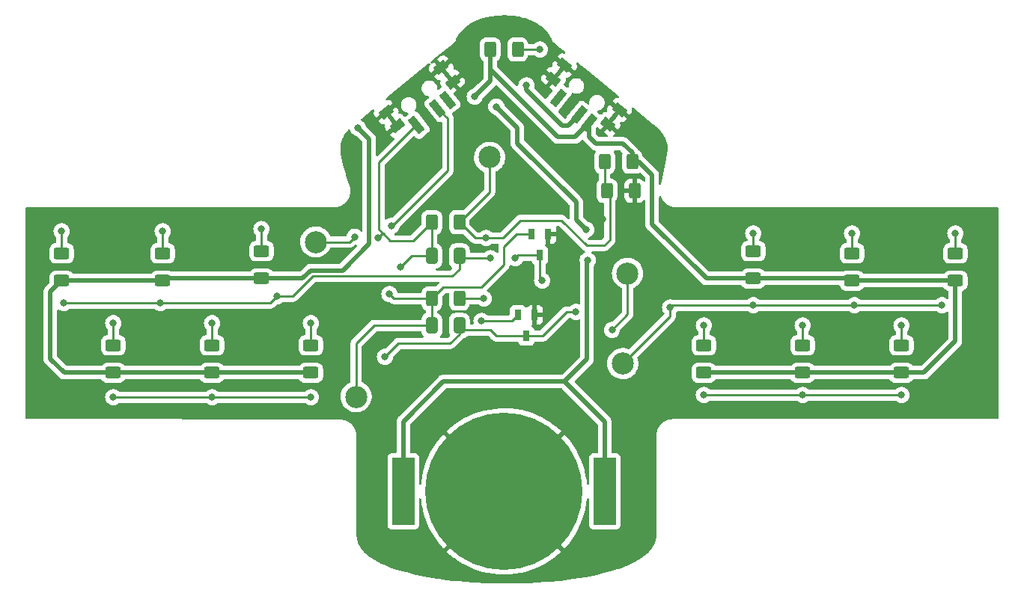
<source format=gbr>
%TF.GenerationSoftware,KiCad,Pcbnew,(6.0.1)*%
%TF.CreationDate,2022-05-20T13:53:27-07:00*%
%TF.ProjectId,Satellite_PCB,53617465-6c6c-4697-9465-5f5043422e6b,rev?*%
%TF.SameCoordinates,Original*%
%TF.FileFunction,Copper,L2,Bot*%
%TF.FilePolarity,Positive*%
%FSLAX46Y46*%
G04 Gerber Fmt 4.6, Leading zero omitted, Abs format (unit mm)*
G04 Created by KiCad (PCBNEW (6.0.1)) date 2022-05-20 13:53:27*
%MOMM*%
%LPD*%
G01*
G04 APERTURE LIST*
G04 Aperture macros list*
%AMRoundRect*
0 Rectangle with rounded corners*
0 $1 Rounding radius*
0 $2 $3 $4 $5 $6 $7 $8 $9 X,Y pos of 4 corners*
0 Add a 4 corners polygon primitive as box body*
4,1,4,$2,$3,$4,$5,$6,$7,$8,$9,$2,$3,0*
0 Add four circle primitives for the rounded corners*
1,1,$1+$1,$2,$3*
1,1,$1+$1,$4,$5*
1,1,$1+$1,$6,$7*
1,1,$1+$1,$8,$9*
0 Add four rect primitives between the rounded corners*
20,1,$1+$1,$2,$3,$4,$5,0*
20,1,$1+$1,$4,$5,$6,$7,0*
20,1,$1+$1,$6,$7,$8,$9,0*
20,1,$1+$1,$8,$9,$2,$3,0*%
%AMRotRect*
0 Rectangle, with rotation*
0 The origin of the aperture is its center*
0 $1 length*
0 $2 width*
0 $3 Rotation angle, in degrees counterclockwise*
0 Add horizontal line*
21,1,$1,$2,0,0,$3*%
G04 Aperture macros list end*
%TA.AperFunction,SMDPad,CuDef*%
%ADD10RoundRect,0.250000X0.625000X-0.400000X0.625000X0.400000X-0.625000X0.400000X-0.625000X-0.400000X0*%
%TD*%
%TA.AperFunction,SMDPad,CuDef*%
%ADD11C,2.500000*%
%TD*%
%TA.AperFunction,SMDPad,CuDef*%
%ADD12RoundRect,0.250000X0.400000X0.625000X-0.400000X0.625000X-0.400000X-0.625000X0.400000X-0.625000X0*%
%TD*%
%TA.AperFunction,SMDPad,CuDef*%
%ADD13RoundRect,0.250000X-0.412500X-0.650000X0.412500X-0.650000X0.412500X0.650000X-0.412500X0.650000X0*%
%TD*%
%TA.AperFunction,SMDPad,CuDef*%
%ADD14R,0.800000X1.200000*%
%TD*%
%TA.AperFunction,SMDPad,CuDef*%
%ADD15RoundRect,0.250000X-0.400000X-0.625000X0.400000X-0.625000X0.400000X0.625000X-0.400000X0.625000X0*%
%TD*%
%TA.AperFunction,SMDPad,CuDef*%
%ADD16RoundRect,0.250000X0.412500X0.650000X-0.412500X0.650000X-0.412500X-0.650000X0.412500X-0.650000X0*%
%TD*%
%TA.AperFunction,SMDPad,CuDef*%
%ADD17RotRect,0.900000X2.000000X39.000000*%
%TD*%
%TA.AperFunction,SMDPad,CuDef*%
%ADD18RotRect,1.500000X1.000000X39.000000*%
%TD*%
%TA.AperFunction,SMDPad,CuDef*%
%ADD19R,2.540000X7.620000*%
%TD*%
%TA.AperFunction,SMDPad,CuDef*%
%ADD20C,17.800000*%
%TD*%
%TA.AperFunction,SMDPad,CuDef*%
%ADD21RotRect,0.900000X2.000000X321.000000*%
%TD*%
%TA.AperFunction,SMDPad,CuDef*%
%ADD22RotRect,1.500000X1.000000X321.000000*%
%TD*%
%TA.AperFunction,ViaPad*%
%ADD23C,0.812800*%
%TD*%
%TA.AperFunction,Conductor*%
%ADD24C,0.508000*%
%TD*%
%TA.AperFunction,Conductor*%
%ADD25C,0.254000*%
%TD*%
G04 APERTURE END LIST*
D10*
%TO.P,R3,1*%
%TO.N,+3V*%
X120878600Y-88443400D03*
%TO.P,R3,2*%
%TO.N,Net-(D3-Pad2)*%
X120878600Y-85343400D03*
%TD*%
%TO.P,R2,1*%
%TO.N,+3V*%
X109702600Y-88697400D03*
%TO.P,R2,2*%
%TO.N,Net-(D2-Pad2)*%
X109702600Y-85597400D03*
%TD*%
%TO.P,R1,1*%
%TO.N,+3V*%
X98272600Y-88697400D03*
%TO.P,R1,2*%
%TO.N,Net-(D1-Pad2)*%
X98272600Y-85597400D03*
%TD*%
%TO.P,R6,1*%
%TO.N,+3V*%
X193268600Y-99111400D03*
%TO.P,R6,2*%
%TO.N,Net-(D6-Pad2)*%
X193268600Y-96011400D03*
%TD*%
D11*
%TO.P,TP1,1,1*%
%TO.N,Net-(C2-Pad2)*%
X161747200Y-98069400D03*
%TD*%
D10*
%TO.P,R10,1*%
%TO.N,+3V*%
X126466600Y-99111400D03*
%TO.P,R10,2*%
%TO.N,Net-(D10-Pad2)*%
X126466600Y-96011400D03*
%TD*%
D12*
%TO.P,R17,1*%
%TO.N,Net-(R14-Pad2)*%
X143256600Y-90703400D03*
%TO.P,R17,2*%
%TO.N,/Blink One*%
X140156600Y-90703400D03*
%TD*%
D13*
%TO.P,C2,1*%
%TO.N,/Blink One*%
X140144100Y-93751400D03*
%TO.P,C2,2*%
%TO.N,Net-(C2-Pad2)*%
X143269100Y-93751400D03*
%TD*%
D11*
%TO.P,TP4,1,1*%
%TO.N,/Blink One*%
X131597400Y-101828600D03*
%TD*%
D12*
%TO.P,R14,1*%
%TO.N,+3V*%
X162814600Y-75209400D03*
%TO.P,R14,2*%
%TO.N,Net-(R14-Pad2)*%
X159714600Y-75209400D03*
%TD*%
D10*
%TO.P,R4,1*%
%TO.N,+3V*%
X170916600Y-99111400D03*
%TO.P,R4,2*%
%TO.N,Net-(D4-Pad2)*%
X170916600Y-96011400D03*
%TD*%
D14*
%TO.P,Q2,B*%
%TO.N,/Blink Two*%
X149900600Y-92551400D03*
%TO.P,Q2,C*%
%TO.N,Net-(C2-Pad2)*%
X150850600Y-94951400D03*
%TO.P,Q2,E*%
%TO.N,GND*%
X151800600Y-92551400D03*
%TD*%
D15*
%TO.P,R15,1*%
%TO.N,Net-(R14-Pad2)*%
X159968600Y-78511400D03*
%TO.P,R15,2*%
%TO.N,GND*%
X163068600Y-78511400D03*
%TD*%
D11*
%TO.P,TP2,1,1*%
%TO.N,Net-(C1-Pad1)*%
X162280600Y-87858600D03*
%TD*%
D12*
%TO.P,R16,1*%
%TO.N,Net-(R14-Pad2)*%
X143256600Y-82067400D03*
%TO.P,R16,2*%
%TO.N,/Blink Two*%
X140156600Y-82067400D03*
%TD*%
D15*
%TO.P,R7,1*%
%TO.N,+3V*%
X146760600Y-62509400D03*
%TO.P,R7,2*%
%TO.N,Net-(D7-Pad2)*%
X149860600Y-62509400D03*
%TD*%
D10*
%TO.P,R13,1*%
%TO.N,+3V*%
X176504600Y-88443400D03*
%TO.P,R13,2*%
%TO.N,Net-(D13-Pad2)*%
X176504600Y-85343400D03*
%TD*%
D16*
%TO.P,C1,1*%
%TO.N,Net-(C1-Pad1)*%
X143269100Y-85877400D03*
%TO.P,C1,2*%
%TO.N,/Blink Two*%
X140144100Y-85877400D03*
%TD*%
D17*
%TO.P,SW1,1*%
%TO.N,/Blink Two*%
X138422662Y-71067663D03*
%TO.P,SW1,2*%
%TO.N,/Blink One*%
X140792958Y-69148236D03*
%TO.P,SW1,3*%
%TO.N,unconnected-(SW1-Pad3)*%
X141919819Y-68235721D03*
D18*
%TO.P,SW1,4,MNT*%
%TO.N,GND*%
X136244540Y-71158684D03*
%TO.P,SW1,5,MNT*%
X134985900Y-69604392D03*
%TO.P,SW1,6,MNT*%
X142512054Y-66186292D03*
%TO.P,SW1,7,MNT*%
X141203067Y-64569829D03*
%TD*%
D10*
%TO.P,R8,1*%
%TO.N,+3V*%
X104114600Y-99111400D03*
%TO.P,R8,2*%
%TO.N,Net-(D8-Pad2)*%
X104114600Y-96011400D03*
%TD*%
%TO.P,R9,1*%
%TO.N,+3V*%
X115290600Y-99111400D03*
%TO.P,R9,2*%
%TO.N,Net-(D9-Pad2)*%
X115290600Y-96011400D03*
%TD*%
D14*
%TO.P,Q1,B*%
%TO.N,/Blink One*%
X151424600Y-83407400D03*
%TO.P,Q1,C*%
%TO.N,Net-(C1-Pad1)*%
X152374600Y-85807400D03*
%TO.P,Q1,E*%
%TO.N,GND*%
X153324600Y-83407400D03*
%TD*%
D10*
%TO.P,R5,1*%
%TO.N,+3V*%
X182092600Y-99111400D03*
%TO.P,R5,2*%
%TO.N,Net-(D5-Pad2)*%
X182092600Y-96011400D03*
%TD*%
D19*
%TO.P,BT1,1,+*%
%TO.N,+Vbatt*%
X136910600Y-112547400D03*
X159710600Y-112547400D03*
D20*
%TO.P,BT1,2,-*%
%TO.N,GND*%
X148310600Y-112547400D03*
%TD*%
D21*
%TO.P,SW2,1*%
%TO.N,unconnected-(SW2-Pad1)*%
X154447381Y-67981721D03*
%TO.P,SW2,2*%
%TO.N,+Vbatt*%
X156817676Y-69901148D03*
%TO.P,SW2,3*%
%TO.N,+3V*%
X157944538Y-70813663D03*
D22*
%TO.P,SW2,4,MNT*%
%TO.N,GND*%
X153905492Y-65870121D03*
%TO.P,SW2,5,MNT*%
X155164133Y-64315829D03*
%TO.P,SW2,6,MNT*%
X160072314Y-70966855D03*
%TO.P,SW2,7,MNT*%
X161381300Y-69350392D03*
%TD*%
D10*
%TO.P,R12,1*%
%TO.N,+3V*%
X187680600Y-88697400D03*
%TO.P,R12,2*%
%TO.N,Net-(D12-Pad2)*%
X187680600Y-85597400D03*
%TD*%
D11*
%TO.P,TP3,1,1*%
%TO.N,Net-(R14-Pad2)*%
X146685000Y-74726800D03*
%TD*%
%TO.P,TP5,1,1*%
%TO.N,/Blink Two*%
X127025400Y-84302600D03*
%TD*%
D10*
%TO.P,R11,1*%
%TO.N,+3V*%
X199364600Y-88697400D03*
%TO.P,R11,2*%
%TO.N,Net-(D11-Pad2)*%
X199364600Y-85597400D03*
%TD*%
D23*
%TO.N,+Vbatt*%
X157784800Y-86360000D03*
X147447000Y-68986400D03*
X157632400Y-82905600D03*
X150850600Y-66573400D03*
%TO.N,GND*%
X150596600Y-90449400D03*
X145516600Y-119151400D03*
X151612600Y-118897400D03*
X143992600Y-63271400D03*
X159486600Y-81711800D03*
X154660600Y-98577400D03*
%TO.N,Net-(C1-Pad1)*%
X98526600Y-91211400D03*
X160528000Y-94259400D03*
X152628600Y-88671400D03*
X146786600Y-86131400D03*
X149580600Y-86131400D03*
X109448600Y-91211400D03*
X122656600Y-90449400D03*
X193268600Y-101625400D03*
X182092600Y-101625400D03*
X170916600Y-101625400D03*
%TO.N,/Blink Two*%
X136626600Y-87147400D03*
X145770600Y-93243400D03*
X134086600Y-83845400D03*
X131419600Y-83718400D03*
%TO.N,/Blink One*%
X135585200Y-82473800D03*
X135356600Y-90195400D03*
%TO.N,Net-(C2-Pad2)*%
X115290600Y-101879400D03*
X134848600Y-97307400D03*
X167106600Y-91719400D03*
X104114600Y-101879400D03*
X156438600Y-92227400D03*
X187934600Y-91465400D03*
X126466600Y-101879400D03*
X176504600Y-91465400D03*
X197840600Y-91465400D03*
%TO.N,Net-(D1-Pad2)*%
X98272600Y-83083400D03*
%TO.N,Net-(D2-Pad2)*%
X109702600Y-83083400D03*
%TO.N,Net-(D3-Pad2)*%
X120878600Y-82829400D03*
%TO.N,Net-(D4-Pad2)*%
X170916600Y-93751400D03*
%TO.N,Net-(D5-Pad2)*%
X182092600Y-93751400D03*
%TO.N,Net-(D6-Pad2)*%
X193268600Y-93751400D03*
%TO.N,Net-(D7-Pad2)*%
X152374600Y-62509400D03*
%TO.N,Net-(D8-Pad2)*%
X104114600Y-93497400D03*
%TO.N,Net-(D9-Pad2)*%
X115290600Y-93497400D03*
%TO.N,Net-(D10-Pad2)*%
X126466600Y-93497400D03*
%TO.N,Net-(D11-Pad2)*%
X199364600Y-83337400D03*
%TO.N,Net-(D12-Pad2)*%
X187680600Y-83337400D03*
%TO.N,Net-(D13-Pad2)*%
X176504600Y-83337400D03*
%TO.N,+3V*%
X145008600Y-67843400D03*
X131800600Y-71399400D03*
%TO.N,Net-(R14-Pad2)*%
X146278600Y-83845400D03*
X146024600Y-90703400D03*
%TD*%
D24*
%TO.N,+Vbatt*%
X136910600Y-104643400D02*
X141452600Y-100101400D01*
X149823375Y-73141275D02*
X156489400Y-79807300D01*
X157709434Y-97560566D02*
X155168600Y-100101400D01*
X149823375Y-71362775D02*
X149823375Y-73141275D01*
X157709434Y-86435366D02*
X157709434Y-97560566D01*
X147447000Y-68986400D02*
X149823375Y-71362775D01*
X155422600Y-100355400D02*
X159710600Y-104643400D01*
X155168600Y-100101400D02*
X155422600Y-100355400D01*
X154914600Y-71145400D02*
X155573424Y-71145400D01*
X136910600Y-112547400D02*
X136910600Y-104643400D01*
X156489400Y-81762600D02*
X157632400Y-82905600D01*
X150850600Y-66573400D02*
X150850600Y-67081400D01*
X156489400Y-79807300D02*
X156489400Y-81762600D01*
X159710600Y-104643400D02*
X159710600Y-112547400D01*
X155573424Y-71145400D02*
X156817676Y-69901148D01*
X157784800Y-86360000D02*
X157709434Y-86435366D01*
X141452600Y-100101400D02*
X155168600Y-100101400D01*
X150850600Y-67081400D02*
X154914600Y-71145400D01*
D25*
%TO.N,Net-(C1-Pad1)*%
X143269100Y-85877400D02*
X143269100Y-87362900D01*
X152628600Y-88671400D02*
X152374600Y-88417400D01*
X149904600Y-85807400D02*
X152374600Y-85807400D01*
X162280600Y-87858600D02*
X162280600Y-92506800D01*
X143523100Y-86131400D02*
X143269100Y-85877400D01*
X124434600Y-90449400D02*
X122656600Y-90449400D01*
X143269100Y-87362900D02*
X142468600Y-88163400D01*
X98526600Y-91211400D02*
X109448600Y-91211400D01*
X142468600Y-88163400D02*
X126720600Y-88163400D01*
X126720600Y-88163400D02*
X124434600Y-90449400D01*
X121894600Y-91211400D02*
X122656600Y-90449400D01*
X182092600Y-101625400D02*
X170916600Y-101625400D01*
X193268600Y-101625400D02*
X182092600Y-101625400D01*
X152374600Y-88417400D02*
X152374600Y-85807400D01*
X162280600Y-92506800D02*
X160528000Y-94259400D01*
X146786600Y-86131400D02*
X143523100Y-86131400D01*
X109448600Y-91211400D02*
X121894600Y-91211400D01*
X149580600Y-86131400D02*
X149904600Y-85807400D01*
%TO.N,/Blink Two*%
X130835400Y-84302600D02*
X131419600Y-83718400D01*
X140156600Y-85864900D02*
X140144100Y-85877400D01*
X145770600Y-93243400D02*
X149208600Y-93243400D01*
X137896600Y-85877400D02*
X140144100Y-85877400D01*
X138048400Y-84175600D02*
X140156600Y-82067400D01*
X134188200Y-82905600D02*
X134620000Y-83337400D01*
X134188200Y-75302125D02*
X134188200Y-82905600D01*
X149208600Y-93243400D02*
X149900600Y-92551400D01*
X134594600Y-83337400D02*
X134620000Y-83337400D01*
X127025400Y-84302600D02*
X130835400Y-84302600D01*
X135458200Y-84175600D02*
X138048400Y-84175600D01*
X136626600Y-87147400D02*
X137896600Y-85877400D01*
X140156600Y-82067400D02*
X140156600Y-85864900D01*
X138422662Y-71067663D02*
X134188200Y-75302125D01*
X134086600Y-83845400D02*
X134594600Y-83337400D01*
X134620000Y-83337400D02*
X135458200Y-84175600D01*
%TO.N,/Blink One*%
X131597400Y-95783400D02*
X133629400Y-93751400D01*
X148310600Y-86893400D02*
X148310600Y-84861400D01*
X131597400Y-101828600D02*
X131597400Y-95783400D01*
X135712200Y-82473800D02*
X141960600Y-76225400D01*
X140156600Y-90703400D02*
X135864600Y-90703400D01*
X148310600Y-84861400D02*
X149764600Y-83407400D01*
X133629400Y-93751400D02*
X140144100Y-93751400D01*
X141960600Y-76225400D02*
X141960600Y-70315878D01*
X141960600Y-70315878D02*
X140792958Y-69148236D01*
X140144100Y-90715900D02*
X140156600Y-90703400D01*
X141426600Y-89433400D02*
X145770600Y-89433400D01*
X140156600Y-90703400D02*
X141426600Y-89433400D01*
X135585200Y-82473800D02*
X135712200Y-82473800D01*
X145770600Y-89433400D02*
X148310600Y-86893400D01*
X135864600Y-90703400D02*
X135356600Y-90195400D01*
X149764600Y-83407400D02*
X151424600Y-83407400D01*
X140144100Y-93751400D02*
X140144100Y-90715900D01*
%TO.N,Net-(C2-Pad2)*%
X136372600Y-95783400D02*
X142214600Y-95783400D01*
X115290600Y-101879400D02*
X104114600Y-101879400D01*
X161747200Y-98069400D02*
X167106600Y-92710000D01*
X152698600Y-94951400D02*
X150850600Y-94951400D01*
X197840600Y-91465400D02*
X187934600Y-91465400D01*
X126466600Y-101879400D02*
X115290600Y-101879400D01*
X167106600Y-92710000D02*
X167106600Y-91719400D01*
X147478600Y-94951400D02*
X146786600Y-94259400D01*
X143777100Y-94259400D02*
X143269100Y-93751400D01*
X155422600Y-92227400D02*
X152698600Y-94951400D01*
X156438600Y-92227400D02*
X155422600Y-92227400D01*
X167360600Y-91465400D02*
X176504600Y-91465400D01*
X176504600Y-91465400D02*
X187934600Y-91465400D01*
X142214600Y-95783400D02*
X143269100Y-94728900D01*
X143269100Y-94728900D02*
X143269100Y-93751400D01*
X146786600Y-94259400D02*
X143777100Y-94259400D01*
X134848600Y-97307400D02*
X136372600Y-95783400D01*
X167106600Y-91719400D02*
X167360600Y-91465400D01*
X150850600Y-94951400D02*
X147478600Y-94951400D01*
%TO.N,Net-(D1-Pad2)*%
X98272600Y-85597400D02*
X98272600Y-83083400D01*
%TO.N,Net-(D2-Pad2)*%
X109702600Y-83083400D02*
X109702600Y-85597400D01*
%TO.N,Net-(D3-Pad2)*%
X120878600Y-85343400D02*
X120878600Y-82829400D01*
%TO.N,Net-(D4-Pad2)*%
X170916600Y-96011400D02*
X170916600Y-93751400D01*
%TO.N,Net-(D5-Pad2)*%
X182092600Y-93751400D02*
X182092600Y-96011400D01*
%TO.N,Net-(D6-Pad2)*%
X193268600Y-96011400D02*
X193268600Y-93751400D01*
%TO.N,Net-(D7-Pad2)*%
X149860600Y-62509400D02*
X152374600Y-62509400D01*
%TO.N,Net-(D8-Pad2)*%
X104114600Y-93497400D02*
X104114600Y-96011400D01*
%TO.N,Net-(D9-Pad2)*%
X115290600Y-96011400D02*
X115290600Y-93497400D01*
%TO.N,Net-(D10-Pad2)*%
X126466600Y-93497400D02*
X126466600Y-96011400D01*
%TO.N,Net-(D11-Pad2)*%
X199364600Y-83337400D02*
X199364600Y-85597400D01*
%TO.N,Net-(D12-Pad2)*%
X187680600Y-83337400D02*
X187680600Y-85597400D01*
%TO.N,Net-(D13-Pad2)*%
X176504600Y-85343400D02*
X176504600Y-83337400D01*
D24*
%TO.N,+3V*%
X171196600Y-88443400D02*
X176504600Y-88443400D01*
X163550600Y-75209400D02*
X165074600Y-76733400D01*
X195782600Y-99111400D02*
X193268600Y-99111400D01*
X125543254Y-88443400D02*
X120878600Y-88443400D01*
X97002600Y-89967400D02*
X97002600Y-97561400D01*
X157944538Y-70813663D02*
X157944538Y-72397338D01*
X146760600Y-64769400D02*
X154406600Y-72415400D01*
X115290600Y-99111400D02*
X126466600Y-99111400D01*
X165074600Y-82321400D02*
X171196600Y-88443400D01*
X131800600Y-71399400D02*
X133070600Y-72669400D01*
X187680600Y-88697400D02*
X199364600Y-88697400D01*
X146760600Y-64769400D02*
X146760600Y-66091400D01*
X199364600Y-88697400D02*
X199364600Y-95529400D01*
X157944538Y-72397338D02*
X158724600Y-73177400D01*
X130047520Y-87528880D02*
X126457773Y-87528881D01*
X187426600Y-88443400D02*
X187680600Y-88697400D01*
X154406600Y-72415400D02*
X156342801Y-72415400D01*
X161772600Y-73177400D02*
X162814600Y-74219400D01*
X120878600Y-88443400D02*
X109956600Y-88443400D01*
X109702600Y-88697400D02*
X98272600Y-88697400D01*
X133070600Y-84505800D02*
X130047520Y-87528880D01*
X104114600Y-99111400D02*
X115290600Y-99111400D01*
X97002600Y-97561400D02*
X98552600Y-99111400D01*
X126457773Y-87528881D02*
X125543254Y-88443400D01*
X146760600Y-66091400D02*
X145008600Y-67843400D01*
X193268600Y-99111400D02*
X182092600Y-99111400D01*
X109956600Y-88443400D02*
X109702600Y-88697400D01*
X199364600Y-95529400D02*
X195782600Y-99111400D01*
X146760600Y-62509400D02*
X146760600Y-64769400D01*
X98272600Y-88697400D02*
X97002600Y-89967400D01*
X165074600Y-76733400D02*
X165074600Y-82321400D01*
X162814600Y-74219400D02*
X162814600Y-75209400D01*
X156342801Y-72415400D02*
X157944538Y-70813663D01*
X133070600Y-72669400D02*
X133070600Y-84505800D01*
X162814600Y-75209400D02*
X163550600Y-75209400D01*
X158724600Y-73177400D02*
X161772600Y-73177400D01*
X98552600Y-99111400D02*
X104114600Y-99111400D01*
X182092600Y-99111400D02*
X170916600Y-99111400D01*
X176504600Y-88443400D02*
X187426600Y-88443400D01*
D25*
%TO.N,Net-(R14-Pad2)*%
X159714600Y-78257400D02*
X159968600Y-78511400D01*
X159714600Y-75209400D02*
X159714600Y-78257400D01*
X154813000Y-81864200D02*
X157657800Y-84709000D01*
X145034600Y-83845400D02*
X143256600Y-82067400D01*
X159639000Y-84709000D02*
X160273511Y-84074489D01*
X150164800Y-81864200D02*
X154813000Y-81864200D01*
X146685000Y-74726800D02*
X146685000Y-78639000D01*
X146278600Y-83845400D02*
X145034600Y-83845400D01*
X148183600Y-83845400D02*
X150164800Y-81864200D01*
X146024600Y-90703400D02*
X143256600Y-90703400D01*
X146685000Y-78639000D02*
X143256600Y-82067400D01*
X160273511Y-78816311D02*
X159968600Y-78511400D01*
X157657800Y-84709000D02*
X159639000Y-84709000D01*
X146278600Y-83845400D02*
X148183600Y-83845400D01*
X160273511Y-84074489D02*
X160273511Y-78816311D01*
%TD*%
%TA.AperFunction,Conductor*%
%TO.N,GND*%
G36*
X130838792Y-71561901D02*
G01*
X130896639Y-71603062D01*
X130917459Y-71642051D01*
X130960193Y-71773573D01*
X130963496Y-71779295D01*
X130963497Y-71779296D01*
X130997361Y-71837950D01*
X131056353Y-71940127D01*
X131060771Y-71945034D01*
X131060772Y-71945035D01*
X131180618Y-72078138D01*
X131185040Y-72083049D01*
X131190382Y-72086930D01*
X131190384Y-72086932D01*
X131333595Y-72190980D01*
X131340630Y-72196091D01*
X131346658Y-72198775D01*
X131346660Y-72198776D01*
X131510292Y-72271630D01*
X131516323Y-72274315D01*
X131522784Y-72275688D01*
X131522789Y-72275690D01*
X131582497Y-72288382D01*
X131645395Y-72322533D01*
X132271195Y-72948333D01*
X132305221Y-73010645D01*
X132308100Y-73037428D01*
X132308100Y-83009641D01*
X132288098Y-83077762D01*
X132234442Y-83124255D01*
X132164168Y-83134359D01*
X132099588Y-83104865D01*
X132088469Y-83093957D01*
X132035160Y-83034751D01*
X132029818Y-83030870D01*
X132029816Y-83030868D01*
X131884912Y-82925590D01*
X131884911Y-82925589D01*
X131879570Y-82921709D01*
X131873542Y-82919025D01*
X131873540Y-82919024D01*
X131709908Y-82846170D01*
X131709906Y-82846169D01*
X131703877Y-82843485D01*
X131588057Y-82818867D01*
X131522217Y-82804872D01*
X131522213Y-82804872D01*
X131515760Y-82803500D01*
X131323440Y-82803500D01*
X131316987Y-82804872D01*
X131316983Y-82804872D01*
X131251143Y-82818867D01*
X131135323Y-82843485D01*
X131129294Y-82846169D01*
X131129292Y-82846170D01*
X130965660Y-82919024D01*
X130965658Y-82919025D01*
X130959630Y-82921709D01*
X130954289Y-82925589D01*
X130954288Y-82925590D01*
X130809384Y-83030868D01*
X130809382Y-83030870D01*
X130804040Y-83034751D01*
X130799622Y-83039658D01*
X130799618Y-83039662D01*
X130690798Y-83160520D01*
X130675353Y-83177673D01*
X130656747Y-83209900D01*
X130583135Y-83337400D01*
X130579193Y-83344227D01*
X130564743Y-83388700D01*
X130548011Y-83440197D01*
X130519763Y-83527134D01*
X130519073Y-83533697D01*
X130519073Y-83533698D01*
X130516911Y-83554270D01*
X130489898Y-83619927D01*
X130431677Y-83660557D01*
X130391601Y-83667100D01*
X128751335Y-83667100D01*
X128683214Y-83647098D01*
X128636721Y-83593442D01*
X128633914Y-83586797D01*
X128617047Y-83543423D01*
X128612202Y-83534945D01*
X128529150Y-83389635D01*
X128487351Y-83316502D01*
X128325538Y-83111243D01*
X128135163Y-82932157D01*
X127951867Y-82804999D01*
X127924251Y-82785841D01*
X127924248Y-82785839D01*
X127920409Y-82783176D01*
X127916216Y-82781108D01*
X127690181Y-82669640D01*
X127690178Y-82669639D01*
X127685993Y-82667575D01*
X127678390Y-82665141D01*
X127441523Y-82589320D01*
X127437065Y-82587893D01*
X127179093Y-82545879D01*
X127065342Y-82544390D01*
X126922422Y-82542519D01*
X126922419Y-82542519D01*
X126917745Y-82542458D01*
X126658762Y-82577704D01*
X126407833Y-82650843D01*
X126403580Y-82652803D01*
X126403579Y-82652804D01*
X126367059Y-82669640D01*
X126170472Y-82760268D01*
X126131467Y-82785841D01*
X125955804Y-82901010D01*
X125955799Y-82901014D01*
X125951891Y-82903576D01*
X125756894Y-83077618D01*
X125589763Y-83278570D01*
X125579956Y-83294732D01*
X125460104Y-83492242D01*
X125454171Y-83502019D01*
X125353097Y-83743055D01*
X125288759Y-83996383D01*
X125288291Y-84001034D01*
X125288290Y-84001038D01*
X125281284Y-84070621D01*
X125262573Y-84256439D01*
X125262797Y-84261105D01*
X125262797Y-84261111D01*
X125268059Y-84370661D01*
X125275113Y-84517508D01*
X125326104Y-84773856D01*
X125414426Y-85019852D01*
X125425915Y-85041234D01*
X125534511Y-85243342D01*
X125538137Y-85250091D01*
X125540932Y-85253834D01*
X125540934Y-85253837D01*
X125691730Y-85455777D01*
X125691735Y-85455783D01*
X125694522Y-85459515D01*
X125697831Y-85462795D01*
X125697836Y-85462801D01*
X125876826Y-85640235D01*
X125880143Y-85643523D01*
X125883905Y-85646281D01*
X125883908Y-85646284D01*
X126085095Y-85793800D01*
X126090924Y-85798074D01*
X126095067Y-85800254D01*
X126095069Y-85800255D01*
X126318084Y-85917589D01*
X126318089Y-85917591D01*
X126322234Y-85919772D01*
X126460654Y-85968111D01*
X126529382Y-85992112D01*
X126568990Y-86005944D01*
X126573583Y-86006816D01*
X126821185Y-86053824D01*
X126821188Y-86053824D01*
X126825774Y-86054695D01*
X126956358Y-86059826D01*
X127082275Y-86064774D01*
X127082281Y-86064774D01*
X127086943Y-86064957D01*
X127166377Y-86056257D01*
X127342107Y-86037012D01*
X127342112Y-86037011D01*
X127346760Y-86036502D01*
X127459516Y-86006816D01*
X127594994Y-85971148D01*
X127594996Y-85971147D01*
X127599517Y-85969957D01*
X127839662Y-85866782D01*
X127924368Y-85814365D01*
X128057947Y-85731704D01*
X128057948Y-85731704D01*
X128061919Y-85729246D01*
X128065482Y-85726229D01*
X128065487Y-85726226D01*
X128257839Y-85563387D01*
X128257840Y-85563386D01*
X128261405Y-85560368D01*
X128327427Y-85485085D01*
X128430657Y-85367374D01*
X128430661Y-85367369D01*
X128433739Y-85363859D01*
X128443146Y-85349235D01*
X128547516Y-85186973D01*
X128575133Y-85144037D01*
X128582023Y-85128743D01*
X128634454Y-85012350D01*
X128680669Y-84958455D01*
X128749336Y-84938100D01*
X130756380Y-84938100D01*
X130767614Y-84938630D01*
X130775119Y-84940308D01*
X130843412Y-84938162D01*
X130847369Y-84938100D01*
X130875383Y-84938100D01*
X130879308Y-84937604D01*
X130879309Y-84937604D01*
X130879404Y-84937592D01*
X130891249Y-84936659D01*
X130921070Y-84935722D01*
X130927682Y-84935514D01*
X130927683Y-84935514D01*
X130935605Y-84935265D01*
X130955149Y-84929587D01*
X130974512Y-84925577D01*
X130986840Y-84924020D01*
X130986842Y-84924020D01*
X130994699Y-84923027D01*
X131002063Y-84920111D01*
X131002068Y-84920110D01*
X131035956Y-84906693D01*
X131047185Y-84902848D01*
X131070008Y-84896217D01*
X131089793Y-84890469D01*
X131096620Y-84886431D01*
X131096623Y-84886430D01*
X131107306Y-84880112D01*
X131125064Y-84871412D01*
X131136615Y-84866839D01*
X131136621Y-84866835D01*
X131143988Y-84863919D01*
X131161331Y-84851319D01*
X131177083Y-84839874D01*
X131179891Y-84837834D01*
X131189810Y-84831319D01*
X131221168Y-84812774D01*
X131221172Y-84812771D01*
X131227998Y-84808734D01*
X131242382Y-84794350D01*
X131257416Y-84781509D01*
X131267473Y-84774202D01*
X131273887Y-84769542D01*
X131286665Y-84754097D01*
X131302172Y-84735352D01*
X131310160Y-84726573D01*
X131366528Y-84670205D01*
X131428839Y-84636180D01*
X131455623Y-84633300D01*
X131515760Y-84633300D01*
X131522213Y-84631928D01*
X131522217Y-84631928D01*
X131542534Y-84627609D01*
X131542896Y-84627532D01*
X131613687Y-84632934D01*
X131670319Y-84675751D01*
X131694813Y-84742388D01*
X131679392Y-84811690D01*
X131658188Y-84839874D01*
X129768587Y-86729475D01*
X129706275Y-86763501D01*
X129679492Y-86766380D01*
X127012195Y-86766381D01*
X126525141Y-86766381D01*
X126506193Y-86764948D01*
X126496680Y-86763501D01*
X126491797Y-86762758D01*
X126491795Y-86762758D01*
X126484565Y-86761658D01*
X126477273Y-86762251D01*
X126477270Y-86762251D01*
X126431598Y-86765966D01*
X126421384Y-86766381D01*
X126413248Y-86766381D01*
X126384829Y-86769695D01*
X126380502Y-86770122D01*
X126345760Y-86772948D01*
X126314647Y-86775478D01*
X126314645Y-86775478D01*
X126307347Y-86776072D01*
X126300380Y-86778329D01*
X126294380Y-86779528D01*
X126288440Y-86780932D01*
X126281166Y-86781780D01*
X126274284Y-86784278D01*
X126274280Y-86784279D01*
X126212166Y-86806826D01*
X126208062Y-86808236D01*
X126138198Y-86830868D01*
X126131935Y-86834668D01*
X126126393Y-86837206D01*
X126120917Y-86839948D01*
X126114032Y-86842447D01*
X126107908Y-86846462D01*
X126052641Y-86882696D01*
X126048973Y-86885011D01*
X125986192Y-86923108D01*
X125981985Y-86926824D01*
X125981981Y-86926827D01*
X125977768Y-86930549D01*
X125977743Y-86930521D01*
X125974818Y-86933113D01*
X125971458Y-86935923D01*
X125965338Y-86939935D01*
X125960302Y-86945251D01*
X125911786Y-86996465D01*
X125909409Y-86998907D01*
X125264321Y-87643995D01*
X125202009Y-87678021D01*
X125175226Y-87680900D01*
X122241494Y-87680900D01*
X122173373Y-87660898D01*
X122134350Y-87621203D01*
X122127236Y-87609706D01*
X122102078Y-87569052D01*
X121976903Y-87444095D01*
X121960414Y-87433931D01*
X121832568Y-87355125D01*
X121832566Y-87355124D01*
X121826338Y-87351285D01*
X121691577Y-87306587D01*
X121664989Y-87297768D01*
X121664987Y-87297768D01*
X121658461Y-87295603D01*
X121651625Y-87294903D01*
X121651622Y-87294902D01*
X121608569Y-87290491D01*
X121554000Y-87284900D01*
X120203200Y-87284900D01*
X120199954Y-87285237D01*
X120199950Y-87285237D01*
X120104292Y-87295162D01*
X120104288Y-87295163D01*
X120097434Y-87295874D01*
X120090898Y-87298055D01*
X120090896Y-87298055D01*
X119978088Y-87335691D01*
X119929654Y-87351850D01*
X119779252Y-87444922D01*
X119654295Y-87570097D01*
X119650455Y-87576327D01*
X119650454Y-87576328D01*
X119622908Y-87621016D01*
X119570136Y-87668509D01*
X119515648Y-87680900D01*
X110808722Y-87680900D01*
X110742606Y-87662160D01*
X110656568Y-87609125D01*
X110656566Y-87609124D01*
X110650338Y-87605285D01*
X110542108Y-87569387D01*
X110488989Y-87551768D01*
X110488987Y-87551768D01*
X110482461Y-87549603D01*
X110475625Y-87548903D01*
X110475622Y-87548902D01*
X110432569Y-87544491D01*
X110378000Y-87538900D01*
X109027200Y-87538900D01*
X109023954Y-87539237D01*
X109023950Y-87539237D01*
X108928292Y-87549162D01*
X108928288Y-87549163D01*
X108921434Y-87549874D01*
X108914898Y-87552055D01*
X108914896Y-87552055D01*
X108860818Y-87570097D01*
X108753654Y-87605850D01*
X108603252Y-87698922D01*
X108598079Y-87704104D01*
X108557070Y-87745185D01*
X108478295Y-87824097D01*
X108474455Y-87830327D01*
X108474454Y-87830328D01*
X108446908Y-87875016D01*
X108394136Y-87922509D01*
X108339648Y-87934900D01*
X99635494Y-87934900D01*
X99567373Y-87914898D01*
X99528350Y-87875203D01*
X99523983Y-87868145D01*
X99496078Y-87823052D01*
X99485447Y-87812439D01*
X99376083Y-87703266D01*
X99370903Y-87698095D01*
X99310559Y-87660898D01*
X99226568Y-87609125D01*
X99226566Y-87609124D01*
X99220338Y-87605285D01*
X99112108Y-87569387D01*
X99058989Y-87551768D01*
X99058987Y-87551768D01*
X99052461Y-87549603D01*
X99045625Y-87548903D01*
X99045622Y-87548902D01*
X99002569Y-87544491D01*
X98948000Y-87538900D01*
X97597200Y-87538900D01*
X97593954Y-87539237D01*
X97593950Y-87539237D01*
X97498292Y-87549162D01*
X97498288Y-87549163D01*
X97491434Y-87549874D01*
X97484898Y-87552055D01*
X97484896Y-87552055D01*
X97430818Y-87570097D01*
X97323654Y-87605850D01*
X97173252Y-87698922D01*
X97168079Y-87704104D01*
X97127070Y-87745185D01*
X97048295Y-87824097D01*
X97044455Y-87830327D01*
X97044454Y-87830328D01*
X96970138Y-87950891D01*
X96955485Y-87974662D01*
X96953181Y-87981609D01*
X96905367Y-88125765D01*
X96899803Y-88142539D01*
X96889100Y-88247000D01*
X96889100Y-88950372D01*
X96869098Y-89018493D01*
X96852195Y-89039467D01*
X96511072Y-89380590D01*
X96496659Y-89392977D01*
X96479036Y-89405946D01*
X96471844Y-89414412D01*
X96444621Y-89446455D01*
X96437691Y-89453971D01*
X96431947Y-89459715D01*
X96429673Y-89462589D01*
X96429667Y-89462596D01*
X96414228Y-89482111D01*
X96411437Y-89485515D01*
X96368655Y-89535872D01*
X96368652Y-89535876D01*
X96363916Y-89541451D01*
X96360588Y-89547968D01*
X96357211Y-89553032D01*
X96353984Y-89558256D01*
X96349440Y-89564000D01*
X96346341Y-89570631D01*
X96318368Y-89630482D01*
X96316437Y-89634433D01*
X96283057Y-89699804D01*
X96281316Y-89706919D01*
X96279179Y-89712665D01*
X96277255Y-89718448D01*
X96274156Y-89725079D01*
X96260275Y-89791819D01*
X96259208Y-89796947D01*
X96258239Y-89801229D01*
X96240796Y-89872512D01*
X96240100Y-89883730D01*
X96240061Y-89883728D01*
X96239828Y-89887629D01*
X96239439Y-89891988D01*
X96237948Y-89899156D01*
X96238146Y-89906473D01*
X96240054Y-89976977D01*
X96240100Y-89980386D01*
X96240100Y-97494024D01*
X96238667Y-97512974D01*
X96236476Y-97527373D01*
X96236476Y-97527379D01*
X96235376Y-97534608D01*
X96235969Y-97541900D01*
X96235969Y-97541903D01*
X96239685Y-97587583D01*
X96240100Y-97597798D01*
X96240100Y-97605925D01*
X96243411Y-97634324D01*
X96243838Y-97638644D01*
X96249791Y-97711826D01*
X96252047Y-97718788D01*
X96253243Y-97724776D01*
X96254651Y-97730733D01*
X96255499Y-97738007D01*
X96257997Y-97744889D01*
X96257998Y-97744893D01*
X96280545Y-97807007D01*
X96281955Y-97811111D01*
X96304587Y-97880975D01*
X96308387Y-97887238D01*
X96310925Y-97892780D01*
X96313667Y-97898256D01*
X96316166Y-97905141D01*
X96320181Y-97911265D01*
X96356415Y-97966532D01*
X96358730Y-97970200D01*
X96396827Y-98032981D01*
X96400541Y-98037186D01*
X96400543Y-98037189D01*
X96404267Y-98041405D01*
X96404238Y-98041431D01*
X96406838Y-98044362D01*
X96409642Y-98047716D01*
X96413654Y-98053835D01*
X96438758Y-98077616D01*
X96470186Y-98107388D01*
X96472628Y-98109766D01*
X97965790Y-99602928D01*
X97978177Y-99617341D01*
X97991146Y-99634964D01*
X97996729Y-99639707D01*
X98031655Y-99669379D01*
X98039171Y-99676309D01*
X98044915Y-99682053D01*
X98047789Y-99684327D01*
X98047796Y-99684333D01*
X98067311Y-99699772D01*
X98070715Y-99702563D01*
X98121072Y-99745345D01*
X98121076Y-99745348D01*
X98126651Y-99750084D01*
X98133168Y-99753412D01*
X98138232Y-99756789D01*
X98143456Y-99760016D01*
X98149200Y-99764560D01*
X98175491Y-99776848D01*
X98215682Y-99795632D01*
X98219633Y-99797563D01*
X98231871Y-99803812D01*
X98285004Y-99830943D01*
X98292119Y-99832684D01*
X98297865Y-99834821D01*
X98303648Y-99836745D01*
X98310279Y-99839844D01*
X98382157Y-99854794D01*
X98386429Y-99855761D01*
X98457712Y-99873204D01*
X98463311Y-99873551D01*
X98463315Y-99873552D01*
X98468930Y-99873900D01*
X98468928Y-99873939D01*
X98472829Y-99874172D01*
X98477188Y-99874561D01*
X98484356Y-99876052D01*
X98491673Y-99875854D01*
X98562177Y-99873946D01*
X98565586Y-99873900D01*
X102751706Y-99873900D01*
X102819827Y-99893902D01*
X102858850Y-99933596D01*
X102891122Y-99985748D01*
X103016297Y-100110705D01*
X103022527Y-100114545D01*
X103022528Y-100114546D01*
X103159690Y-100199094D01*
X103166862Y-100203515D01*
X103246605Y-100229964D01*
X103328211Y-100257032D01*
X103328213Y-100257032D01*
X103334739Y-100259197D01*
X103341575Y-100259897D01*
X103341578Y-100259898D01*
X103384631Y-100264309D01*
X103439200Y-100269900D01*
X104790000Y-100269900D01*
X104793246Y-100269563D01*
X104793250Y-100269563D01*
X104888908Y-100259638D01*
X104888912Y-100259637D01*
X104895766Y-100258926D01*
X104902302Y-100256745D01*
X104902304Y-100256745D01*
X105034406Y-100212672D01*
X105063546Y-100202950D01*
X105213948Y-100109878D01*
X105338905Y-99984703D01*
X105370292Y-99933784D01*
X105423064Y-99886291D01*
X105477552Y-99873900D01*
X113927706Y-99873900D01*
X113995827Y-99893902D01*
X114034850Y-99933596D01*
X114067122Y-99985748D01*
X114192297Y-100110705D01*
X114198527Y-100114545D01*
X114198528Y-100114546D01*
X114335690Y-100199094D01*
X114342862Y-100203515D01*
X114422605Y-100229964D01*
X114504211Y-100257032D01*
X114504213Y-100257032D01*
X114510739Y-100259197D01*
X114517575Y-100259897D01*
X114517578Y-100259898D01*
X114560631Y-100264309D01*
X114615200Y-100269900D01*
X115966000Y-100269900D01*
X115969246Y-100269563D01*
X115969250Y-100269563D01*
X116064908Y-100259638D01*
X116064912Y-100259637D01*
X116071766Y-100258926D01*
X116078302Y-100256745D01*
X116078304Y-100256745D01*
X116210406Y-100212672D01*
X116239546Y-100202950D01*
X116389948Y-100109878D01*
X116514905Y-99984703D01*
X116546292Y-99933784D01*
X116599064Y-99886291D01*
X116653552Y-99873900D01*
X125103706Y-99873900D01*
X125171827Y-99893902D01*
X125210850Y-99933596D01*
X125243122Y-99985748D01*
X125368297Y-100110705D01*
X125374527Y-100114545D01*
X125374528Y-100114546D01*
X125511690Y-100199094D01*
X125518862Y-100203515D01*
X125598605Y-100229964D01*
X125680211Y-100257032D01*
X125680213Y-100257032D01*
X125686739Y-100259197D01*
X125693575Y-100259897D01*
X125693578Y-100259898D01*
X125736631Y-100264309D01*
X125791200Y-100269900D01*
X127142000Y-100269900D01*
X127145246Y-100269563D01*
X127145250Y-100269563D01*
X127240908Y-100259638D01*
X127240912Y-100259637D01*
X127247766Y-100258926D01*
X127254302Y-100256745D01*
X127254304Y-100256745D01*
X127386406Y-100212672D01*
X127415546Y-100202950D01*
X127565948Y-100109878D01*
X127690905Y-99984703D01*
X127722292Y-99933784D01*
X127779875Y-99840368D01*
X127779876Y-99840366D01*
X127783715Y-99834138D01*
X127823743Y-99713457D01*
X127837232Y-99672789D01*
X127837232Y-99672787D01*
X127839397Y-99666261D01*
X127841822Y-99642599D01*
X127845886Y-99602928D01*
X127850100Y-99561800D01*
X127850100Y-98661000D01*
X127839126Y-98555234D01*
X127834263Y-98540656D01*
X127785468Y-98394402D01*
X127783150Y-98387454D01*
X127690078Y-98237052D01*
X127564903Y-98112095D01*
X127497987Y-98070847D01*
X127420568Y-98023125D01*
X127420566Y-98023124D01*
X127414338Y-98019285D01*
X127314402Y-97986138D01*
X127252989Y-97965768D01*
X127252987Y-97965768D01*
X127246461Y-97963603D01*
X127239625Y-97962903D01*
X127239622Y-97962902D01*
X127185285Y-97957335D01*
X127142000Y-97952900D01*
X125791200Y-97952900D01*
X125787954Y-97953237D01*
X125787950Y-97953237D01*
X125692292Y-97963162D01*
X125692288Y-97963163D01*
X125685434Y-97963874D01*
X125678898Y-97966055D01*
X125678896Y-97966055D01*
X125592342Y-97994932D01*
X125517654Y-98019850D01*
X125367252Y-98112922D01*
X125242295Y-98238097D01*
X125238455Y-98244327D01*
X125238454Y-98244328D01*
X125210908Y-98289016D01*
X125158136Y-98336509D01*
X125103648Y-98348900D01*
X116653494Y-98348900D01*
X116585373Y-98328898D01*
X116546350Y-98289203D01*
X116517932Y-98243280D01*
X116514078Y-98237052D01*
X116388903Y-98112095D01*
X116321987Y-98070847D01*
X116244568Y-98023125D01*
X116244566Y-98023124D01*
X116238338Y-98019285D01*
X116138402Y-97986138D01*
X116076989Y-97965768D01*
X116076987Y-97965768D01*
X116070461Y-97963603D01*
X116063625Y-97962903D01*
X116063622Y-97962902D01*
X116009285Y-97957335D01*
X115966000Y-97952900D01*
X114615200Y-97952900D01*
X114611954Y-97953237D01*
X114611950Y-97953237D01*
X114516292Y-97963162D01*
X114516288Y-97963163D01*
X114509434Y-97963874D01*
X114502898Y-97966055D01*
X114502896Y-97966055D01*
X114416342Y-97994932D01*
X114341654Y-98019850D01*
X114191252Y-98112922D01*
X114066295Y-98238097D01*
X114062455Y-98244327D01*
X114062454Y-98244328D01*
X114034908Y-98289016D01*
X113982136Y-98336509D01*
X113927648Y-98348900D01*
X105477494Y-98348900D01*
X105409373Y-98328898D01*
X105370350Y-98289203D01*
X105341932Y-98243280D01*
X105338078Y-98237052D01*
X105212903Y-98112095D01*
X105145987Y-98070847D01*
X105068568Y-98023125D01*
X105068566Y-98023124D01*
X105062338Y-98019285D01*
X104962402Y-97986138D01*
X104900989Y-97965768D01*
X104900987Y-97965768D01*
X104894461Y-97963603D01*
X104887625Y-97962903D01*
X104887622Y-97962902D01*
X104833285Y-97957335D01*
X104790000Y-97952900D01*
X103439200Y-97952900D01*
X103435954Y-97953237D01*
X103435950Y-97953237D01*
X103340292Y-97963162D01*
X103340288Y-97963163D01*
X103333434Y-97963874D01*
X103326898Y-97966055D01*
X103326896Y-97966055D01*
X103240342Y-97994932D01*
X103165654Y-98019850D01*
X103015252Y-98112922D01*
X102890295Y-98238097D01*
X102886455Y-98244327D01*
X102886454Y-98244328D01*
X102858908Y-98289016D01*
X102806136Y-98336509D01*
X102751648Y-98348900D01*
X98920628Y-98348900D01*
X98852507Y-98328898D01*
X98831533Y-98311995D01*
X97802005Y-97282467D01*
X97767979Y-97220155D01*
X97765100Y-97193372D01*
X97765100Y-96461800D01*
X102731100Y-96461800D01*
X102731437Y-96465046D01*
X102731437Y-96465050D01*
X102736175Y-96510709D01*
X102742074Y-96567566D01*
X102798050Y-96735346D01*
X102891122Y-96885748D01*
X103016297Y-97010705D01*
X103022527Y-97014545D01*
X103022528Y-97014546D01*
X103159690Y-97099094D01*
X103166862Y-97103515D01*
X103224697Y-97122698D01*
X103328211Y-97157032D01*
X103328213Y-97157032D01*
X103334739Y-97159197D01*
X103341575Y-97159897D01*
X103341578Y-97159898D01*
X103384631Y-97164309D01*
X103439200Y-97169900D01*
X104790000Y-97169900D01*
X104793246Y-97169563D01*
X104793250Y-97169563D01*
X104888908Y-97159638D01*
X104888912Y-97159637D01*
X104895766Y-97158926D01*
X104902302Y-97156745D01*
X104902304Y-97156745D01*
X105042849Y-97109855D01*
X105063546Y-97102950D01*
X105213948Y-97009878D01*
X105338905Y-96884703D01*
X105342746Y-96878472D01*
X105427875Y-96740368D01*
X105427876Y-96740366D01*
X105431715Y-96734138D01*
X105468329Y-96623751D01*
X105485232Y-96572789D01*
X105485232Y-96572787D01*
X105487397Y-96566261D01*
X105498100Y-96461800D01*
X113907100Y-96461800D01*
X113907437Y-96465046D01*
X113907437Y-96465050D01*
X113912175Y-96510709D01*
X113918074Y-96567566D01*
X113974050Y-96735346D01*
X114067122Y-96885748D01*
X114192297Y-97010705D01*
X114198527Y-97014545D01*
X114198528Y-97014546D01*
X114335690Y-97099094D01*
X114342862Y-97103515D01*
X114400697Y-97122698D01*
X114504211Y-97157032D01*
X114504213Y-97157032D01*
X114510739Y-97159197D01*
X114517575Y-97159897D01*
X114517578Y-97159898D01*
X114560631Y-97164309D01*
X114615200Y-97169900D01*
X115966000Y-97169900D01*
X115969246Y-97169563D01*
X115969250Y-97169563D01*
X116064908Y-97159638D01*
X116064912Y-97159637D01*
X116071766Y-97158926D01*
X116078302Y-97156745D01*
X116078304Y-97156745D01*
X116218849Y-97109855D01*
X116239546Y-97102950D01*
X116389948Y-97009878D01*
X116514905Y-96884703D01*
X116518746Y-96878472D01*
X116603875Y-96740368D01*
X116603876Y-96740366D01*
X116607715Y-96734138D01*
X116644329Y-96623751D01*
X116661232Y-96572789D01*
X116661232Y-96572787D01*
X116663397Y-96566261D01*
X116674100Y-96461800D01*
X125083100Y-96461800D01*
X125083437Y-96465046D01*
X125083437Y-96465050D01*
X125088175Y-96510709D01*
X125094074Y-96567566D01*
X125150050Y-96735346D01*
X125243122Y-96885748D01*
X125368297Y-97010705D01*
X125374527Y-97014545D01*
X125374528Y-97014546D01*
X125511690Y-97099094D01*
X125518862Y-97103515D01*
X125576697Y-97122698D01*
X125680211Y-97157032D01*
X125680213Y-97157032D01*
X125686739Y-97159197D01*
X125693575Y-97159897D01*
X125693578Y-97159898D01*
X125736631Y-97164309D01*
X125791200Y-97169900D01*
X127142000Y-97169900D01*
X127145246Y-97169563D01*
X127145250Y-97169563D01*
X127240908Y-97159638D01*
X127240912Y-97159637D01*
X127247766Y-97158926D01*
X127254302Y-97156745D01*
X127254304Y-97156745D01*
X127394849Y-97109855D01*
X127415546Y-97102950D01*
X127565948Y-97009878D01*
X127690905Y-96884703D01*
X127694746Y-96878472D01*
X127779875Y-96740368D01*
X127779876Y-96740366D01*
X127783715Y-96734138D01*
X127820329Y-96623751D01*
X127837232Y-96572789D01*
X127837232Y-96572787D01*
X127839397Y-96566261D01*
X127850100Y-96461800D01*
X127850100Y-95561000D01*
X127849529Y-95555493D01*
X127839838Y-95462092D01*
X127839837Y-95462088D01*
X127839126Y-95455234D01*
X127835095Y-95443150D01*
X127785468Y-95294402D01*
X127783150Y-95287454D01*
X127690078Y-95137052D01*
X127564903Y-95012095D01*
X127546425Y-95000705D01*
X127420568Y-94923125D01*
X127420566Y-94923124D01*
X127414338Y-94919285D01*
X127334595Y-94892836D01*
X127252989Y-94865768D01*
X127252987Y-94865768D01*
X127246461Y-94863603D01*
X127239623Y-94862902D01*
X127239621Y-94862902D01*
X127219466Y-94860837D01*
X127215258Y-94860406D01*
X127149531Y-94833565D01*
X127108748Y-94775450D01*
X127102100Y-94735062D01*
X127102100Y-94207269D01*
X127122102Y-94139148D01*
X127134464Y-94122959D01*
X127206428Y-94043035D01*
X127206429Y-94043034D01*
X127210847Y-94038127D01*
X127288267Y-93904032D01*
X127303703Y-93877296D01*
X127303704Y-93877295D01*
X127307007Y-93871573D01*
X127348483Y-93743923D01*
X127364397Y-93694945D01*
X127364397Y-93694944D01*
X127366437Y-93688666D01*
X127369461Y-93659900D01*
X127385850Y-93503965D01*
X127386540Y-93497400D01*
X127379256Y-93428102D01*
X127367127Y-93312698D01*
X127367127Y-93312697D01*
X127366437Y-93306134D01*
X127354374Y-93269006D01*
X127321415Y-93167570D01*
X127307007Y-93123227D01*
X127301502Y-93113691D01*
X127238206Y-93004060D01*
X127210847Y-92956673D01*
X127205321Y-92950535D01*
X127086582Y-92818662D01*
X127086581Y-92818661D01*
X127082160Y-92813751D01*
X127076818Y-92809870D01*
X127076816Y-92809868D01*
X126931912Y-92704590D01*
X126931911Y-92704589D01*
X126926570Y-92700709D01*
X126920542Y-92698025D01*
X126920540Y-92698024D01*
X126756908Y-92625170D01*
X126756906Y-92625169D01*
X126750877Y-92622485D01*
X126628692Y-92596514D01*
X126569217Y-92583872D01*
X126569213Y-92583872D01*
X126562760Y-92582500D01*
X126370440Y-92582500D01*
X126363987Y-92583872D01*
X126363983Y-92583872D01*
X126304508Y-92596514D01*
X126182323Y-92622485D01*
X126176294Y-92625169D01*
X126176292Y-92625170D01*
X126012660Y-92698024D01*
X126012658Y-92698025D01*
X126006630Y-92700709D01*
X126001289Y-92704589D01*
X126001288Y-92704590D01*
X125856384Y-92809868D01*
X125856382Y-92809870D01*
X125851040Y-92813751D01*
X125846619Y-92818661D01*
X125846618Y-92818662D01*
X125727880Y-92950535D01*
X125722353Y-92956673D01*
X125694994Y-93004060D01*
X125631699Y-93113691D01*
X125626193Y-93123227D01*
X125611785Y-93167570D01*
X125578827Y-93269006D01*
X125566763Y-93306134D01*
X125566073Y-93312697D01*
X125566073Y-93312698D01*
X125553944Y-93428102D01*
X125546660Y-93497400D01*
X125547350Y-93503965D01*
X125563740Y-93659900D01*
X125566763Y-93688666D01*
X125568803Y-93694944D01*
X125568803Y-93694945D01*
X125584717Y-93743923D01*
X125626193Y-93871573D01*
X125629496Y-93877295D01*
X125629497Y-93877296D01*
X125644933Y-93904032D01*
X125722353Y-94038127D01*
X125726771Y-94043034D01*
X125726772Y-94043035D01*
X125798736Y-94122959D01*
X125829454Y-94186966D01*
X125831100Y-94207269D01*
X125831100Y-94735157D01*
X125811098Y-94803278D01*
X125757442Y-94849771D01*
X125718105Y-94860484D01*
X125712006Y-94861117D01*
X125685434Y-94863874D01*
X125678898Y-94866055D01*
X125678896Y-94866055D01*
X125559920Y-94905749D01*
X125517654Y-94919850D01*
X125367252Y-95012922D01*
X125242295Y-95138097D01*
X125238455Y-95144327D01*
X125238454Y-95144328D01*
X125155965Y-95278150D01*
X125149485Y-95288662D01*
X125123036Y-95368405D01*
X125100571Y-95436135D01*
X125093803Y-95456539D01*
X125083100Y-95561000D01*
X125083100Y-96461800D01*
X116674100Y-96461800D01*
X116674100Y-95561000D01*
X116673529Y-95555493D01*
X116663838Y-95462092D01*
X116663837Y-95462088D01*
X116663126Y-95455234D01*
X116659095Y-95443150D01*
X116609468Y-95294402D01*
X116607150Y-95287454D01*
X116514078Y-95137052D01*
X116388903Y-95012095D01*
X116370425Y-95000705D01*
X116244568Y-94923125D01*
X116244566Y-94923124D01*
X116238338Y-94919285D01*
X116158595Y-94892836D01*
X116076989Y-94865768D01*
X116076987Y-94865768D01*
X116070461Y-94863603D01*
X116063623Y-94862902D01*
X116063621Y-94862902D01*
X116043466Y-94860837D01*
X116039258Y-94860406D01*
X115973531Y-94833565D01*
X115932748Y-94775450D01*
X115926100Y-94735062D01*
X115926100Y-94207269D01*
X115946102Y-94139148D01*
X115958464Y-94122959D01*
X116030428Y-94043035D01*
X116030429Y-94043034D01*
X116034847Y-94038127D01*
X116112267Y-93904032D01*
X116127703Y-93877296D01*
X116127704Y-93877295D01*
X116131007Y-93871573D01*
X116172483Y-93743923D01*
X116188397Y-93694945D01*
X116188397Y-93694944D01*
X116190437Y-93688666D01*
X116193461Y-93659900D01*
X116209850Y-93503965D01*
X116210540Y-93497400D01*
X116203256Y-93428102D01*
X116191127Y-93312698D01*
X116191127Y-93312697D01*
X116190437Y-93306134D01*
X116178374Y-93269006D01*
X116145415Y-93167570D01*
X116131007Y-93123227D01*
X116125502Y-93113691D01*
X116062206Y-93004060D01*
X116034847Y-92956673D01*
X116029321Y-92950535D01*
X115910582Y-92818662D01*
X115910581Y-92818661D01*
X115906160Y-92813751D01*
X115900818Y-92809870D01*
X115900816Y-92809868D01*
X115755912Y-92704590D01*
X115755911Y-92704589D01*
X115750570Y-92700709D01*
X115744542Y-92698025D01*
X115744540Y-92698024D01*
X115580908Y-92625170D01*
X115580906Y-92625169D01*
X115574877Y-92622485D01*
X115452692Y-92596514D01*
X115393217Y-92583872D01*
X115393213Y-92583872D01*
X115386760Y-92582500D01*
X115194440Y-92582500D01*
X115187987Y-92583872D01*
X115187983Y-92583872D01*
X115128508Y-92596514D01*
X115006323Y-92622485D01*
X115000294Y-92625169D01*
X115000292Y-92625170D01*
X114836660Y-92698024D01*
X114836658Y-92698025D01*
X114830630Y-92700709D01*
X114825289Y-92704589D01*
X114825288Y-92704590D01*
X114680384Y-92809868D01*
X114680382Y-92809870D01*
X114675040Y-92813751D01*
X114670619Y-92818661D01*
X114670618Y-92818662D01*
X114551880Y-92950535D01*
X114546353Y-92956673D01*
X114518994Y-93004060D01*
X114455699Y-93113691D01*
X114450193Y-93123227D01*
X114435785Y-93167570D01*
X114402827Y-93269006D01*
X114390763Y-93306134D01*
X114390073Y-93312697D01*
X114390073Y-93312698D01*
X114377944Y-93428102D01*
X114370660Y-93497400D01*
X114371350Y-93503965D01*
X114387740Y-93659900D01*
X114390763Y-93688666D01*
X114392803Y-93694944D01*
X114392803Y-93694945D01*
X114408717Y-93743923D01*
X114450193Y-93871573D01*
X114453496Y-93877295D01*
X114453497Y-93877296D01*
X114468933Y-93904032D01*
X114546353Y-94038127D01*
X114550771Y-94043034D01*
X114550772Y-94043035D01*
X114622736Y-94122959D01*
X114653454Y-94186966D01*
X114655100Y-94207269D01*
X114655100Y-94735157D01*
X114635098Y-94803278D01*
X114581442Y-94849771D01*
X114542105Y-94860484D01*
X114536006Y-94861117D01*
X114509434Y-94863874D01*
X114502898Y-94866055D01*
X114502896Y-94866055D01*
X114383920Y-94905749D01*
X114341654Y-94919850D01*
X114191252Y-95012922D01*
X114066295Y-95138097D01*
X114062455Y-95144327D01*
X114062454Y-95144328D01*
X113979965Y-95278150D01*
X113973485Y-95288662D01*
X113947036Y-95368405D01*
X113924571Y-95436135D01*
X113917803Y-95456539D01*
X113907100Y-95561000D01*
X113907100Y-96461800D01*
X105498100Y-96461800D01*
X105498100Y-95561000D01*
X105497529Y-95555493D01*
X105487838Y-95462092D01*
X105487837Y-95462088D01*
X105487126Y-95455234D01*
X105483095Y-95443150D01*
X105433468Y-95294402D01*
X105431150Y-95287454D01*
X105338078Y-95137052D01*
X105212903Y-95012095D01*
X105194425Y-95000705D01*
X105068568Y-94923125D01*
X105068566Y-94923124D01*
X105062338Y-94919285D01*
X104982595Y-94892836D01*
X104900989Y-94865768D01*
X104900987Y-94865768D01*
X104894461Y-94863603D01*
X104887623Y-94862902D01*
X104887621Y-94862902D01*
X104867466Y-94860837D01*
X104863258Y-94860406D01*
X104797531Y-94833565D01*
X104756748Y-94775450D01*
X104750100Y-94735062D01*
X104750100Y-94207269D01*
X104770102Y-94139148D01*
X104782464Y-94122959D01*
X104854428Y-94043035D01*
X104854429Y-94043034D01*
X104858847Y-94038127D01*
X104936267Y-93904032D01*
X104951703Y-93877296D01*
X104951704Y-93877295D01*
X104955007Y-93871573D01*
X104996483Y-93743923D01*
X105012397Y-93694945D01*
X105012397Y-93694944D01*
X105014437Y-93688666D01*
X105017461Y-93659900D01*
X105033850Y-93503965D01*
X105034540Y-93497400D01*
X105027256Y-93428102D01*
X105015127Y-93312698D01*
X105015127Y-93312697D01*
X105014437Y-93306134D01*
X105002374Y-93269006D01*
X104969415Y-93167570D01*
X104955007Y-93123227D01*
X104949502Y-93113691D01*
X104886206Y-93004060D01*
X104858847Y-92956673D01*
X104853321Y-92950535D01*
X104734582Y-92818662D01*
X104734581Y-92818661D01*
X104730160Y-92813751D01*
X104724818Y-92809870D01*
X104724816Y-92809868D01*
X104579912Y-92704590D01*
X104579911Y-92704589D01*
X104574570Y-92700709D01*
X104568542Y-92698025D01*
X104568540Y-92698024D01*
X104404908Y-92625170D01*
X104404906Y-92625169D01*
X104398877Y-92622485D01*
X104276692Y-92596514D01*
X104217217Y-92583872D01*
X104217213Y-92583872D01*
X104210760Y-92582500D01*
X104018440Y-92582500D01*
X104011987Y-92583872D01*
X104011983Y-92583872D01*
X103952508Y-92596514D01*
X103830323Y-92622485D01*
X103824294Y-92625169D01*
X103824292Y-92625170D01*
X103660660Y-92698024D01*
X103660658Y-92698025D01*
X103654630Y-92700709D01*
X103649289Y-92704589D01*
X103649288Y-92704590D01*
X103504384Y-92809868D01*
X103504382Y-92809870D01*
X103499040Y-92813751D01*
X103494619Y-92818661D01*
X103494618Y-92818662D01*
X103375880Y-92950535D01*
X103370353Y-92956673D01*
X103342994Y-93004060D01*
X103279699Y-93113691D01*
X103274193Y-93123227D01*
X103259785Y-93167570D01*
X103226827Y-93269006D01*
X103214763Y-93306134D01*
X103214073Y-93312697D01*
X103214073Y-93312698D01*
X103201944Y-93428102D01*
X103194660Y-93497400D01*
X103195350Y-93503965D01*
X103211740Y-93659900D01*
X103214763Y-93688666D01*
X103216803Y-93694944D01*
X103216803Y-93694945D01*
X103232717Y-93743923D01*
X103274193Y-93871573D01*
X103277496Y-93877295D01*
X103277497Y-93877296D01*
X103292933Y-93904032D01*
X103370353Y-94038127D01*
X103374771Y-94043034D01*
X103374772Y-94043035D01*
X103446736Y-94122959D01*
X103477454Y-94186966D01*
X103479100Y-94207269D01*
X103479100Y-94735157D01*
X103459098Y-94803278D01*
X103405442Y-94849771D01*
X103366105Y-94860484D01*
X103360006Y-94861117D01*
X103333434Y-94863874D01*
X103326898Y-94866055D01*
X103326896Y-94866055D01*
X103207920Y-94905749D01*
X103165654Y-94919850D01*
X103015252Y-95012922D01*
X102890295Y-95138097D01*
X102886455Y-95144327D01*
X102886454Y-95144328D01*
X102803965Y-95278150D01*
X102797485Y-95288662D01*
X102771036Y-95368405D01*
X102748571Y-95436135D01*
X102741803Y-95456539D01*
X102731100Y-95561000D01*
X102731100Y-96461800D01*
X97765100Y-96461800D01*
X97765100Y-92036306D01*
X97785102Y-91968185D01*
X97838758Y-91921692D01*
X97909032Y-91911588D01*
X97965161Y-91934370D01*
X98066630Y-92008091D01*
X98072658Y-92010775D01*
X98072660Y-92010776D01*
X98220588Y-92076638D01*
X98242323Y-92086315D01*
X98331872Y-92105349D01*
X98423983Y-92124928D01*
X98423987Y-92124928D01*
X98430440Y-92126300D01*
X98622760Y-92126300D01*
X98629213Y-92124928D01*
X98629217Y-92124928D01*
X98721328Y-92105349D01*
X98810877Y-92086315D01*
X98832612Y-92076638D01*
X98980540Y-92010776D01*
X98980542Y-92010775D01*
X98986570Y-92008091D01*
X99030404Y-91976244D01*
X99136816Y-91898932D01*
X99136818Y-91898930D01*
X99142160Y-91895049D01*
X99146582Y-91890138D01*
X99147979Y-91888587D01*
X99149011Y-91887951D01*
X99151487Y-91885722D01*
X99151895Y-91886175D01*
X99208426Y-91851349D01*
X99241613Y-91846900D01*
X108733587Y-91846900D01*
X108801708Y-91866902D01*
X108827221Y-91888587D01*
X108828618Y-91890138D01*
X108833040Y-91895049D01*
X108838382Y-91898930D01*
X108838384Y-91898932D01*
X108944796Y-91976244D01*
X108988630Y-92008091D01*
X108994658Y-92010775D01*
X108994660Y-92010776D01*
X109142588Y-92076638D01*
X109164323Y-92086315D01*
X109253872Y-92105349D01*
X109345983Y-92124928D01*
X109345987Y-92124928D01*
X109352440Y-92126300D01*
X109544760Y-92126300D01*
X109551213Y-92124928D01*
X109551217Y-92124928D01*
X109643328Y-92105349D01*
X109732877Y-92086315D01*
X109754612Y-92076638D01*
X109902540Y-92010776D01*
X109902542Y-92010775D01*
X109908570Y-92008091D01*
X109952404Y-91976244D01*
X110058816Y-91898932D01*
X110058818Y-91898930D01*
X110064160Y-91895049D01*
X110068582Y-91890138D01*
X110069979Y-91888587D01*
X110071011Y-91887951D01*
X110073487Y-91885722D01*
X110073895Y-91886175D01*
X110130426Y-91851349D01*
X110163613Y-91846900D01*
X121815580Y-91846900D01*
X121826814Y-91847430D01*
X121834319Y-91849108D01*
X121902612Y-91846962D01*
X121906569Y-91846900D01*
X121934583Y-91846900D01*
X121938508Y-91846404D01*
X121938509Y-91846404D01*
X121938604Y-91846392D01*
X121950449Y-91845459D01*
X121980270Y-91844522D01*
X121986882Y-91844314D01*
X121986883Y-91844314D01*
X121994805Y-91844065D01*
X122014349Y-91838387D01*
X122033712Y-91834377D01*
X122046040Y-91832820D01*
X122046042Y-91832820D01*
X122053899Y-91831827D01*
X122061263Y-91828911D01*
X122061268Y-91828910D01*
X122095156Y-91815493D01*
X122106385Y-91811648D01*
X122134653Y-91803435D01*
X122148993Y-91799269D01*
X122155820Y-91795231D01*
X122155823Y-91795230D01*
X122166506Y-91788912D01*
X122184264Y-91780212D01*
X122195815Y-91775639D01*
X122195821Y-91775635D01*
X122203188Y-91772719D01*
X122239091Y-91746634D01*
X122249010Y-91740119D01*
X122280368Y-91721574D01*
X122280372Y-91721571D01*
X122287198Y-91717534D01*
X122301582Y-91703150D01*
X122316616Y-91690309D01*
X122326673Y-91683002D01*
X122333087Y-91678342D01*
X122361378Y-91644144D01*
X122369367Y-91635365D01*
X122603527Y-91401205D01*
X122665839Y-91367179D01*
X122692622Y-91364300D01*
X122752760Y-91364300D01*
X122759213Y-91362928D01*
X122759217Y-91362928D01*
X122869629Y-91339459D01*
X122940877Y-91324315D01*
X122946908Y-91321630D01*
X123110540Y-91248776D01*
X123110542Y-91248775D01*
X123116570Y-91246091D01*
X123121912Y-91242210D01*
X123266816Y-91136932D01*
X123266818Y-91136930D01*
X123272160Y-91133049D01*
X123276582Y-91128138D01*
X123277979Y-91126587D01*
X123279011Y-91125951D01*
X123281487Y-91123722D01*
X123281895Y-91124175D01*
X123338426Y-91089349D01*
X123371613Y-91084900D01*
X124355580Y-91084900D01*
X124366814Y-91085430D01*
X124374319Y-91087108D01*
X124442612Y-91084962D01*
X124446569Y-91084900D01*
X124474583Y-91084900D01*
X124478508Y-91084404D01*
X124478509Y-91084404D01*
X124478604Y-91084392D01*
X124490449Y-91083459D01*
X124520270Y-91082522D01*
X124526882Y-91082314D01*
X124526883Y-91082314D01*
X124534805Y-91082065D01*
X124554349Y-91076387D01*
X124573712Y-91072377D01*
X124586040Y-91070820D01*
X124586042Y-91070820D01*
X124593899Y-91069827D01*
X124601263Y-91066911D01*
X124601268Y-91066910D01*
X124635156Y-91053493D01*
X124646385Y-91049648D01*
X124663065Y-91044802D01*
X124688993Y-91037269D01*
X124695820Y-91033231D01*
X124695823Y-91033230D01*
X124706506Y-91026912D01*
X124724264Y-91018212D01*
X124735815Y-91013639D01*
X124735821Y-91013635D01*
X124743188Y-91010719D01*
X124779091Y-90984634D01*
X124789010Y-90978119D01*
X124820368Y-90959574D01*
X124820372Y-90959571D01*
X124827198Y-90955534D01*
X124841582Y-90941150D01*
X124856616Y-90928309D01*
X124866673Y-90921002D01*
X124873087Y-90916342D01*
X124901378Y-90882144D01*
X124909367Y-90873365D01*
X126946927Y-88835805D01*
X127009239Y-88801779D01*
X127036022Y-88798900D01*
X140858177Y-88798900D01*
X140926298Y-88818902D01*
X140972791Y-88872558D01*
X140982895Y-88942832D01*
X140953401Y-89007412D01*
X140947272Y-89013995D01*
X140678272Y-89282995D01*
X140615960Y-89317021D01*
X140589177Y-89319900D01*
X139706200Y-89319900D01*
X139702954Y-89320237D01*
X139702950Y-89320237D01*
X139607292Y-89330162D01*
X139607288Y-89330163D01*
X139600434Y-89330874D01*
X139593898Y-89333055D01*
X139593896Y-89333055D01*
X139539189Y-89351307D01*
X139432654Y-89386850D01*
X139282252Y-89479922D01*
X139157295Y-89605097D01*
X139153455Y-89611327D01*
X139153454Y-89611328D01*
X139083337Y-89725079D01*
X139064485Y-89755662D01*
X139040714Y-89827330D01*
X139014464Y-89906473D01*
X139008803Y-89923539D01*
X139008102Y-89930377D01*
X139008102Y-89930379D01*
X139005606Y-89954742D01*
X138978765Y-90020469D01*
X138920650Y-90061252D01*
X138880262Y-90067900D01*
X136368700Y-90067900D01*
X136300579Y-90047898D01*
X136254086Y-89994242D01*
X136248867Y-89980836D01*
X136248721Y-89980386D01*
X136197007Y-89821227D01*
X136100847Y-89654673D01*
X136079066Y-89630482D01*
X135976582Y-89516662D01*
X135976581Y-89516661D01*
X135972160Y-89511751D01*
X135966818Y-89507870D01*
X135966816Y-89507868D01*
X135821912Y-89402590D01*
X135821911Y-89402589D01*
X135816570Y-89398709D01*
X135810542Y-89396025D01*
X135810540Y-89396024D01*
X135646908Y-89323170D01*
X135646906Y-89323169D01*
X135640877Y-89320485D01*
X135546819Y-89300493D01*
X135459217Y-89281872D01*
X135459213Y-89281872D01*
X135452760Y-89280500D01*
X135260440Y-89280500D01*
X135253987Y-89281872D01*
X135253983Y-89281872D01*
X135166381Y-89300493D01*
X135072323Y-89320485D01*
X135066294Y-89323169D01*
X135066292Y-89323170D01*
X134902660Y-89396024D01*
X134902658Y-89396025D01*
X134896630Y-89398709D01*
X134891289Y-89402589D01*
X134891288Y-89402590D01*
X134746384Y-89507868D01*
X134746382Y-89507870D01*
X134741040Y-89511751D01*
X134736619Y-89516661D01*
X134736618Y-89516662D01*
X134634135Y-89630482D01*
X134612353Y-89654673D01*
X134516193Y-89821227D01*
X134456763Y-90004134D01*
X134456073Y-90010697D01*
X134456073Y-90010698D01*
X134452163Y-90047898D01*
X134436660Y-90195400D01*
X134437350Y-90201965D01*
X134451345Y-90335113D01*
X134456763Y-90386666D01*
X134516193Y-90569573D01*
X134519496Y-90575295D01*
X134519497Y-90575296D01*
X134529817Y-90593170D01*
X134612353Y-90736127D01*
X134616771Y-90741034D01*
X134616772Y-90741035D01*
X134712336Y-90847170D01*
X134741040Y-90879049D01*
X134746382Y-90882930D01*
X134746384Y-90882932D01*
X134826515Y-90941150D01*
X134896630Y-90992091D01*
X134902658Y-90994775D01*
X134902660Y-90994776D01*
X135025904Y-91049648D01*
X135072323Y-91070315D01*
X135151329Y-91087108D01*
X135253983Y-91108928D01*
X135253987Y-91108928D01*
X135260440Y-91110300D01*
X135319666Y-91110300D01*
X135387787Y-91130302D01*
X135405918Y-91144449D01*
X135420880Y-91158499D01*
X135423723Y-91161255D01*
X135443506Y-91181038D01*
X135446714Y-91183526D01*
X135455743Y-91191237D01*
X135488094Y-91221617D01*
X135495043Y-91225437D01*
X135505929Y-91231422D01*
X135522453Y-91242276D01*
X135532270Y-91249891D01*
X135538533Y-91254749D01*
X135545810Y-91257898D01*
X135579250Y-91272369D01*
X135589911Y-91277592D01*
X135621847Y-91295149D01*
X135621852Y-91295151D01*
X135628797Y-91298969D01*
X135636471Y-91300939D01*
X135636478Y-91300942D01*
X135648513Y-91304032D01*
X135667218Y-91310436D01*
X135671988Y-91312500D01*
X135685892Y-91318517D01*
X135712942Y-91322801D01*
X135729727Y-91325460D01*
X135741340Y-91327865D01*
X135784318Y-91338900D01*
X135804665Y-91338900D01*
X135824377Y-91340451D01*
X135844479Y-91343635D01*
X135852371Y-91342889D01*
X135888656Y-91339459D01*
X135900514Y-91338900D01*
X138880357Y-91338900D01*
X138948478Y-91358902D01*
X138994971Y-91412558D01*
X139005684Y-91451895D01*
X139005791Y-91452922D01*
X139009074Y-91484566D01*
X139011255Y-91491102D01*
X139011255Y-91491104D01*
X139053234Y-91616928D01*
X139065050Y-91652346D01*
X139158122Y-91802748D01*
X139283297Y-91927705D01*
X139289527Y-91931545D01*
X139289528Y-91931546D01*
X139348967Y-91968185D01*
X139433862Y-92020515D01*
X139437065Y-92021577D01*
X139489133Y-92067420D01*
X139508600Y-92134701D01*
X139508600Y-92285381D01*
X139488598Y-92353502D01*
X139434942Y-92399995D01*
X139422476Y-92404905D01*
X139407654Y-92409850D01*
X139257252Y-92502922D01*
X139132295Y-92628097D01*
X139128455Y-92634327D01*
X139128454Y-92634328D01*
X139050979Y-92760016D01*
X139039485Y-92778662D01*
X139021506Y-92832867D01*
X138989057Y-92930700D01*
X138983803Y-92946539D01*
X138983102Y-92953377D01*
X138983102Y-92953379D01*
X138978044Y-93002743D01*
X138951202Y-93068471D01*
X138893087Y-93109252D01*
X138852700Y-93115900D01*
X133708432Y-93115900D01*
X133697193Y-93115370D01*
X133689681Y-93113691D01*
X133681756Y-93113940D01*
X133681755Y-93113940D01*
X133621370Y-93115838D01*
X133617412Y-93115900D01*
X133589417Y-93115900D01*
X133585483Y-93116397D01*
X133585481Y-93116397D01*
X133585394Y-93116408D01*
X133573560Y-93117340D01*
X133529195Y-93118735D01*
X133521582Y-93120947D01*
X133521581Y-93120947D01*
X133509652Y-93124413D01*
X133490288Y-93128423D01*
X133477960Y-93129980D01*
X133477958Y-93129980D01*
X133470101Y-93130973D01*
X133462737Y-93133889D01*
X133462732Y-93133890D01*
X133428844Y-93147307D01*
X133417615Y-93151152D01*
X133408780Y-93153719D01*
X133375007Y-93163531D01*
X133368180Y-93167569D01*
X133368177Y-93167570D01*
X133357494Y-93173888D01*
X133339736Y-93182588D01*
X133328185Y-93187161D01*
X133328179Y-93187165D01*
X133320812Y-93190081D01*
X133292470Y-93210673D01*
X133284912Y-93216164D01*
X133274990Y-93222681D01*
X133243632Y-93241226D01*
X133243628Y-93241229D01*
X133236802Y-93245266D01*
X133222418Y-93259650D01*
X133207384Y-93272491D01*
X133190913Y-93284458D01*
X133185860Y-93290566D01*
X133162623Y-93318655D01*
X133154633Y-93327435D01*
X131203917Y-95278150D01*
X131195591Y-95285726D01*
X131189097Y-95289847D01*
X131183674Y-95295622D01*
X131142315Y-95339665D01*
X131139560Y-95342507D01*
X131119761Y-95362306D01*
X131117337Y-95365431D01*
X131117329Y-95365440D01*
X131117263Y-95365526D01*
X131109555Y-95374551D01*
X131079183Y-95406894D01*
X131075365Y-95413838D01*
X131075364Y-95413840D01*
X131069378Y-95424729D01*
X131058527Y-95441247D01*
X131046050Y-95457333D01*
X131028424Y-95498066D01*
X131023207Y-95508714D01*
X131017100Y-95519823D01*
X131001831Y-95547597D01*
X130999860Y-95555272D01*
X130999858Y-95555278D01*
X130996769Y-95567311D01*
X130990366Y-95586013D01*
X130982283Y-95604692D01*
X130981044Y-95612517D01*
X130975340Y-95648527D01*
X130972935Y-95660140D01*
X130961900Y-95703118D01*
X130961900Y-95723465D01*
X130960349Y-95743176D01*
X130957165Y-95763279D01*
X130957911Y-95771171D01*
X130961341Y-95807456D01*
X130961900Y-95819314D01*
X130961900Y-100104452D01*
X130941898Y-100172573D01*
X130888651Y-100218878D01*
X130825288Y-100248089D01*
X130742472Y-100286268D01*
X130703467Y-100311841D01*
X130527804Y-100427010D01*
X130527799Y-100427014D01*
X130523891Y-100429576D01*
X130328894Y-100603618D01*
X130161763Y-100804570D01*
X130159334Y-100808573D01*
X130040452Y-101004485D01*
X130026171Y-101028019D01*
X129925097Y-101269055D01*
X129860759Y-101522383D01*
X129834573Y-101782439D01*
X129834797Y-101787105D01*
X129834797Y-101787111D01*
X129836639Y-101825451D01*
X129847113Y-102043508D01*
X129898104Y-102299856D01*
X129986426Y-102545852D01*
X129995666Y-102563049D01*
X130099174Y-102755687D01*
X130110137Y-102776091D01*
X130112932Y-102779834D01*
X130112934Y-102779837D01*
X130263730Y-102981777D01*
X130263735Y-102981783D01*
X130266522Y-102985515D01*
X130269831Y-102988795D01*
X130269836Y-102988801D01*
X130448826Y-103166235D01*
X130452143Y-103169523D01*
X130455905Y-103172281D01*
X130455908Y-103172284D01*
X130659150Y-103321307D01*
X130662924Y-103324074D01*
X130667067Y-103326254D01*
X130667069Y-103326255D01*
X130890084Y-103443589D01*
X130890089Y-103443591D01*
X130894234Y-103445772D01*
X131140990Y-103531944D01*
X131145583Y-103532816D01*
X131393185Y-103579824D01*
X131393188Y-103579824D01*
X131397774Y-103580695D01*
X131528359Y-103585826D01*
X131654275Y-103590774D01*
X131654281Y-103590774D01*
X131658943Y-103590957D01*
X131738377Y-103582257D01*
X131914107Y-103563012D01*
X131914112Y-103563011D01*
X131918760Y-103562502D01*
X132031516Y-103532816D01*
X132166994Y-103497148D01*
X132166996Y-103497147D01*
X132171517Y-103495957D01*
X132411662Y-103392782D01*
X132603227Y-103274239D01*
X132629947Y-103257704D01*
X132629948Y-103257704D01*
X132633919Y-103255246D01*
X132637482Y-103252229D01*
X132637487Y-103252226D01*
X132829839Y-103089387D01*
X132829840Y-103089386D01*
X132833405Y-103086368D01*
X132925129Y-102981777D01*
X133002657Y-102893374D01*
X133002661Y-102893369D01*
X133005739Y-102889859D01*
X133147133Y-102670037D01*
X133254483Y-102431729D01*
X133259368Y-102414409D01*
X133324160Y-102184676D01*
X133324161Y-102184673D01*
X133325430Y-102180172D01*
X133342232Y-102048096D01*
X133358016Y-101924021D01*
X133358016Y-101924017D01*
X133358414Y-101920891D01*
X133360831Y-101828600D01*
X133350880Y-101694698D01*
X133341807Y-101572600D01*
X133341806Y-101572596D01*
X133341461Y-101567948D01*
X133330125Y-101517848D01*
X133284808Y-101317580D01*
X133283777Y-101313023D01*
X133255167Y-101239451D01*
X133190740Y-101073776D01*
X133190739Y-101073773D01*
X133189047Y-101069423D01*
X133153467Y-101007170D01*
X133061670Y-100846560D01*
X133059351Y-100842502D01*
X132897538Y-100637243D01*
X132707163Y-100458157D01*
X132492409Y-100309176D01*
X132451154Y-100288831D01*
X132303172Y-100215855D01*
X132250923Y-100167787D01*
X132232900Y-100102849D01*
X132232900Y-96098822D01*
X132252902Y-96030701D01*
X132269805Y-96009727D01*
X133855728Y-94423805D01*
X133918040Y-94389779D01*
X133944823Y-94386900D01*
X138852763Y-94386900D01*
X138920884Y-94406902D01*
X138967377Y-94460558D01*
X138978090Y-94499896D01*
X138984074Y-94557566D01*
X139040050Y-94725346D01*
X139133122Y-94875748D01*
X139138304Y-94880921D01*
X139190200Y-94932727D01*
X139224279Y-94995010D01*
X139219276Y-95065830D01*
X139176779Y-95122703D01*
X139110280Y-95147571D01*
X139101182Y-95147900D01*
X136451620Y-95147900D01*
X136440391Y-95147371D01*
X136432881Y-95145692D01*
X136424955Y-95145941D01*
X136424954Y-95145941D01*
X136364602Y-95147838D01*
X136360644Y-95147900D01*
X136332617Y-95147900D01*
X136328571Y-95148411D01*
X136316743Y-95149342D01*
X136272395Y-95150736D01*
X136264778Y-95152949D01*
X136252853Y-95156413D01*
X136233494Y-95160422D01*
X136232233Y-95160581D01*
X136213301Y-95162973D01*
X136205937Y-95165889D01*
X136205932Y-95165890D01*
X136188158Y-95172928D01*
X136172028Y-95179314D01*
X136160824Y-95183151D01*
X136118207Y-95195532D01*
X136100694Y-95205889D01*
X136082943Y-95214585D01*
X136071385Y-95219161D01*
X136071380Y-95219164D01*
X136064012Y-95222081D01*
X136039693Y-95239749D01*
X136028107Y-95248167D01*
X136018185Y-95254684D01*
X135986828Y-95273228D01*
X135986825Y-95273230D01*
X135980001Y-95277266D01*
X135965614Y-95291653D01*
X135950580Y-95304494D01*
X135934113Y-95316458D01*
X135929060Y-95322566D01*
X135905828Y-95350649D01*
X135897838Y-95359429D01*
X134901672Y-96355595D01*
X134839360Y-96389621D01*
X134812577Y-96392500D01*
X134752440Y-96392500D01*
X134745987Y-96393872D01*
X134745983Y-96393872D01*
X134681305Y-96407620D01*
X134564323Y-96432485D01*
X134558294Y-96435169D01*
X134558292Y-96435170D01*
X134394660Y-96508024D01*
X134394658Y-96508025D01*
X134388630Y-96510709D01*
X134383289Y-96514589D01*
X134383288Y-96514590D01*
X134238384Y-96619868D01*
X134238382Y-96619870D01*
X134233040Y-96623751D01*
X134228619Y-96628661D01*
X134228618Y-96628662D01*
X134133648Y-96734138D01*
X134104353Y-96766673D01*
X134008193Y-96933227D01*
X134006151Y-96939512D01*
X133952115Y-97105819D01*
X133948763Y-97116134D01*
X133948073Y-97122697D01*
X133948073Y-97122698D01*
X133944163Y-97159898D01*
X133928660Y-97307400D01*
X133948763Y-97498666D01*
X133950803Y-97504944D01*
X133950803Y-97504945D01*
X133968165Y-97558380D01*
X134008193Y-97681573D01*
X134011496Y-97687295D01*
X134011497Y-97687296D01*
X134033054Y-97724633D01*
X134104353Y-97848127D01*
X134108771Y-97853034D01*
X134108772Y-97853035D01*
X134214313Y-97970251D01*
X134233040Y-97991049D01*
X134238382Y-97994930D01*
X134238384Y-97994932D01*
X134342873Y-98070847D01*
X134388630Y-98104091D01*
X134394658Y-98106775D01*
X134394660Y-98106776D01*
X134518001Y-98161691D01*
X134564323Y-98182315D01*
X134658382Y-98202308D01*
X134745983Y-98220928D01*
X134745987Y-98220928D01*
X134752440Y-98222300D01*
X134944760Y-98222300D01*
X134951213Y-98220928D01*
X134951217Y-98220928D01*
X135038819Y-98202307D01*
X135132877Y-98182315D01*
X135179199Y-98161691D01*
X135302540Y-98106776D01*
X135302542Y-98106775D01*
X135308570Y-98104091D01*
X135354327Y-98070847D01*
X135458816Y-97994932D01*
X135458818Y-97994930D01*
X135464160Y-97991049D01*
X135482887Y-97970251D01*
X135588428Y-97853035D01*
X135588429Y-97853034D01*
X135592847Y-97848127D01*
X135664146Y-97724633D01*
X135685703Y-97687296D01*
X135685704Y-97687295D01*
X135689007Y-97681573D01*
X135729035Y-97558380D01*
X135746397Y-97504945D01*
X135746397Y-97504944D01*
X135748437Y-97498666D01*
X135766367Y-97328074D01*
X135793380Y-97262418D01*
X135802582Y-97252150D01*
X136598927Y-96455805D01*
X136661239Y-96421779D01*
X136688022Y-96418900D01*
X142135580Y-96418900D01*
X142146814Y-96419430D01*
X142154319Y-96421108D01*
X142222612Y-96418962D01*
X142226569Y-96418900D01*
X142254583Y-96418900D01*
X142258508Y-96418404D01*
X142258509Y-96418404D01*
X142258604Y-96418392D01*
X142270449Y-96417459D01*
X142300270Y-96416522D01*
X142306882Y-96416314D01*
X142306883Y-96416314D01*
X142314805Y-96416065D01*
X142334349Y-96410387D01*
X142353712Y-96406377D01*
X142366040Y-96404820D01*
X142366042Y-96404820D01*
X142373899Y-96403827D01*
X142381263Y-96400911D01*
X142381268Y-96400910D01*
X142415156Y-96387493D01*
X142426385Y-96383648D01*
X142443065Y-96378802D01*
X142468993Y-96371269D01*
X142475820Y-96367231D01*
X142475823Y-96367230D01*
X142486506Y-96360912D01*
X142504264Y-96352212D01*
X142515815Y-96347639D01*
X142515821Y-96347635D01*
X142523188Y-96344719D01*
X142559091Y-96318634D01*
X142569010Y-96312119D01*
X142600368Y-96293574D01*
X142600372Y-96293571D01*
X142607198Y-96289534D01*
X142621582Y-96275150D01*
X142636616Y-96262309D01*
X142646673Y-96255002D01*
X142653087Y-96250342D01*
X142681378Y-96216144D01*
X142689367Y-96207365D01*
X143662577Y-95234155D01*
X143670903Y-95226578D01*
X143677403Y-95222453D01*
X143692958Y-95205889D01*
X143704449Y-95193652D01*
X143765662Y-95157686D01*
X143783295Y-95154578D01*
X143830908Y-95149638D01*
X143830912Y-95149637D01*
X143837766Y-95148926D01*
X143844302Y-95146745D01*
X143844304Y-95146745D01*
X143998598Y-95095268D01*
X144005546Y-95092950D01*
X144155948Y-94999878D01*
X144161121Y-94994696D01*
X144161126Y-94994692D01*
X144223825Y-94931883D01*
X144286107Y-94897803D01*
X144312998Y-94894900D01*
X146471177Y-94894900D01*
X146539298Y-94914902D01*
X146560273Y-94931805D01*
X146771747Y-95143280D01*
X146973355Y-95344888D01*
X146980925Y-95353207D01*
X146985047Y-95359703D01*
X146990825Y-95365129D01*
X146990826Y-95365130D01*
X147034865Y-95406485D01*
X147037707Y-95409240D01*
X147057506Y-95429039D01*
X147060631Y-95431463D01*
X147060640Y-95431471D01*
X147060726Y-95431537D01*
X147069751Y-95439245D01*
X147102094Y-95469617D01*
X147109038Y-95473435D01*
X147109040Y-95473436D01*
X147119929Y-95479422D01*
X147136447Y-95490273D01*
X147152533Y-95502750D01*
X147193266Y-95520376D01*
X147203914Y-95525593D01*
X147215542Y-95531985D01*
X147242797Y-95546969D01*
X147250472Y-95548940D01*
X147250478Y-95548942D01*
X147262511Y-95552031D01*
X147281213Y-95558434D01*
X147299892Y-95566517D01*
X147333418Y-95571827D01*
X147343727Y-95573460D01*
X147355340Y-95575865D01*
X147398318Y-95586900D01*
X147418665Y-95586900D01*
X147438377Y-95588451D01*
X147458479Y-95591635D01*
X147466371Y-95590889D01*
X147502656Y-95587459D01*
X147514514Y-95586900D01*
X149833480Y-95586900D01*
X149901601Y-95606902D01*
X149948094Y-95660558D01*
X149951462Y-95668671D01*
X149975722Y-95733384D01*
X149999985Y-95798105D01*
X150087339Y-95914661D01*
X150203895Y-96002015D01*
X150340284Y-96053145D01*
X150402466Y-96059900D01*
X151298734Y-96059900D01*
X151360916Y-96053145D01*
X151497305Y-96002015D01*
X151613861Y-95914661D01*
X151701215Y-95798105D01*
X151725478Y-95733384D01*
X151749738Y-95668671D01*
X151792379Y-95611906D01*
X151858941Y-95587206D01*
X151867720Y-95586900D01*
X152619580Y-95586900D01*
X152630814Y-95587430D01*
X152638319Y-95589108D01*
X152706612Y-95586962D01*
X152710569Y-95586900D01*
X152738583Y-95586900D01*
X152742508Y-95586404D01*
X152742509Y-95586404D01*
X152742604Y-95586392D01*
X152754449Y-95585459D01*
X152784270Y-95584522D01*
X152790882Y-95584314D01*
X152790883Y-95584314D01*
X152798805Y-95584065D01*
X152818349Y-95578387D01*
X152837712Y-95574377D01*
X152850040Y-95572820D01*
X152850042Y-95572820D01*
X152857899Y-95571827D01*
X152865263Y-95568911D01*
X152865268Y-95568910D01*
X152899156Y-95555493D01*
X152910385Y-95551648D01*
X152927065Y-95546802D01*
X152952993Y-95539269D01*
X152959820Y-95535231D01*
X152959823Y-95535230D01*
X152970506Y-95528912D01*
X152988264Y-95520212D01*
X152999815Y-95515639D01*
X152999821Y-95515635D01*
X153007188Y-95512719D01*
X153016577Y-95505898D01*
X153043088Y-95486636D01*
X153053010Y-95480119D01*
X153084368Y-95461574D01*
X153084372Y-95461571D01*
X153091198Y-95457534D01*
X153105582Y-95443150D01*
X153120616Y-95430309D01*
X153130673Y-95423002D01*
X153137087Y-95418342D01*
X153165378Y-95384144D01*
X153173367Y-95375365D01*
X155641445Y-92907288D01*
X155703757Y-92873262D01*
X155774573Y-92878327D01*
X155814849Y-92902745D01*
X155818622Y-92906142D01*
X155823040Y-92911049D01*
X155828382Y-92914930D01*
X155828384Y-92914932D01*
X155953423Y-93005777D01*
X155978630Y-93024091D01*
X155984658Y-93026775D01*
X155984660Y-93026776D01*
X156148290Y-93099629D01*
X156154323Y-93102315D01*
X156241981Y-93120947D01*
X156335983Y-93140928D01*
X156335987Y-93140928D01*
X156342440Y-93142300D01*
X156534760Y-93142300D01*
X156541213Y-93140928D01*
X156541217Y-93140928D01*
X156635219Y-93120947D01*
X156722877Y-93102315D01*
X156728904Y-93099632D01*
X156728912Y-93099629D01*
X156769686Y-93081475D01*
X156840053Y-93072041D01*
X156904350Y-93102148D01*
X156942163Y-93162237D01*
X156946934Y-93196582D01*
X156946934Y-97192538D01*
X156926932Y-97260659D01*
X156910029Y-97281633D01*
X154889667Y-99301995D01*
X154827355Y-99336021D01*
X154800572Y-99338900D01*
X141519976Y-99338900D01*
X141501026Y-99337467D01*
X141486627Y-99335276D01*
X141486621Y-99335276D01*
X141479392Y-99334176D01*
X141472100Y-99334769D01*
X141472097Y-99334769D01*
X141426417Y-99338485D01*
X141416202Y-99338900D01*
X141408075Y-99338900D01*
X141404439Y-99339324D01*
X141404437Y-99339324D01*
X141400985Y-99339727D01*
X141379676Y-99342211D01*
X141375356Y-99342638D01*
X141302174Y-99348591D01*
X141295212Y-99350847D01*
X141289224Y-99352043D01*
X141283267Y-99353451D01*
X141275993Y-99354299D01*
X141269111Y-99356797D01*
X141269107Y-99356798D01*
X141206993Y-99379345D01*
X141202889Y-99380755D01*
X141133025Y-99403387D01*
X141126762Y-99407187D01*
X141121220Y-99409725D01*
X141115744Y-99412467D01*
X141108859Y-99414966D01*
X141102735Y-99418981D01*
X141047468Y-99455215D01*
X141043800Y-99457530D01*
X140981019Y-99495627D01*
X140976814Y-99499341D01*
X140976811Y-99499343D01*
X140972595Y-99503067D01*
X140972569Y-99503038D01*
X140969638Y-99505638D01*
X140966284Y-99508442D01*
X140960165Y-99512454D01*
X140910507Y-99564874D01*
X140906612Y-99568986D01*
X140904234Y-99571428D01*
X136419072Y-104056590D01*
X136404659Y-104068977D01*
X136387036Y-104081946D01*
X136382292Y-104087529D01*
X136382293Y-104087529D01*
X136352621Y-104122455D01*
X136345691Y-104129971D01*
X136339947Y-104135715D01*
X136337673Y-104138589D01*
X136337667Y-104138596D01*
X136322228Y-104158111D01*
X136319437Y-104161515D01*
X136276655Y-104211872D01*
X136276652Y-104211876D01*
X136271916Y-104217451D01*
X136268588Y-104223968D01*
X136265211Y-104229032D01*
X136261984Y-104234256D01*
X136257440Y-104240000D01*
X136254341Y-104246631D01*
X136226368Y-104306482D01*
X136224437Y-104310433D01*
X136191057Y-104375804D01*
X136189316Y-104382919D01*
X136187179Y-104388665D01*
X136185255Y-104394448D01*
X136182156Y-104401079D01*
X136167470Y-104471689D01*
X136167208Y-104472947D01*
X136166239Y-104477229D01*
X136148796Y-104548512D01*
X136148100Y-104559730D01*
X136148061Y-104559728D01*
X136147828Y-104563629D01*
X136147439Y-104567988D01*
X136145948Y-104575156D01*
X136146146Y-104582473D01*
X136148054Y-104652977D01*
X136148100Y-104656386D01*
X136148100Y-108102900D01*
X136128098Y-108171021D01*
X136074442Y-108217514D01*
X136022100Y-108228900D01*
X135592466Y-108228900D01*
X135530284Y-108235655D01*
X135393895Y-108286785D01*
X135277339Y-108374139D01*
X135189985Y-108490695D01*
X135138855Y-108627084D01*
X135132100Y-108689266D01*
X135132100Y-116405534D01*
X135138855Y-116467716D01*
X135189985Y-116604105D01*
X135277339Y-116720661D01*
X135393895Y-116808015D01*
X135530284Y-116859145D01*
X135592466Y-116865900D01*
X138228734Y-116865900D01*
X138290916Y-116859145D01*
X138427305Y-116808015D01*
X138543861Y-116720661D01*
X138631215Y-116604105D01*
X138682345Y-116467716D01*
X138689100Y-116405534D01*
X138689100Y-113439617D01*
X138709102Y-113371496D01*
X138762758Y-113325003D01*
X138833032Y-113314899D01*
X138897612Y-113344393D01*
X138935996Y-113404119D01*
X138940201Y-113424589D01*
X139005628Y-113969222D01*
X139006238Y-113973212D01*
X139116773Y-114566717D01*
X139117645Y-114570682D01*
X139266247Y-115155805D01*
X139267372Y-115159703D01*
X139453427Y-115734024D01*
X139454803Y-115737845D01*
X139677523Y-116298941D01*
X139679154Y-116302692D01*
X139937615Y-116848239D01*
X139939473Y-116851853D01*
X140232619Y-117379617D01*
X140234694Y-117383084D01*
X140561283Y-117890824D01*
X140563599Y-117894181D01*
X140922253Y-118379759D01*
X140924784Y-118382964D01*
X141314034Y-118844395D01*
X141316761Y-118847424D01*
X141468155Y-119005021D01*
X141481940Y-119012911D01*
X141483104Y-119012851D01*
X141490737Y-119008053D01*
X147938578Y-112560212D01*
X147946192Y-112546268D01*
X147946061Y-112544435D01*
X147941810Y-112537820D01*
X141491406Y-106087416D01*
X141477462Y-106079802D01*
X141475657Y-106079931D01*
X141469004Y-106084210D01*
X141438983Y-106114285D01*
X141436221Y-106117235D01*
X141038160Y-106571137D01*
X141035595Y-106574260D01*
X140667660Y-107052897D01*
X140665297Y-107056185D01*
X140329013Y-107557572D01*
X140326871Y-107561001D01*
X140023652Y-108083030D01*
X140021726Y-108086608D01*
X139752832Y-108627106D01*
X139751135Y-108630815D01*
X139517678Y-109187546D01*
X139516238Y-109191316D01*
X139319186Y-109761979D01*
X139317990Y-109765843D01*
X139158186Y-110347991D01*
X139157229Y-110351978D01*
X139035329Y-110943206D01*
X139034633Y-110947235D01*
X138951139Y-111545113D01*
X138950707Y-111549157D01*
X138940754Y-111683085D01*
X138915758Y-111749536D01*
X138858805Y-111791924D01*
X138787975Y-111796793D01*
X138725758Y-111762595D01*
X138691906Y-111700188D01*
X138689100Y-111673747D01*
X138689100Y-108689266D01*
X138682345Y-108627084D01*
X138631215Y-108490695D01*
X138543861Y-108374139D01*
X138427305Y-108286785D01*
X138290916Y-108235655D01*
X138228734Y-108228900D01*
X137799100Y-108228900D01*
X137730979Y-108208898D01*
X137684486Y-108155242D01*
X137673100Y-108102900D01*
X137673100Y-105716208D01*
X141842690Y-105716208D01*
X141842825Y-105718070D01*
X141847053Y-105724643D01*
X148297788Y-112175378D01*
X148311732Y-112182992D01*
X148313565Y-112182861D01*
X148320180Y-112178610D01*
X154768403Y-105730387D01*
X154776017Y-105716443D01*
X154775939Y-105715341D01*
X154770926Y-105707725D01*
X154598407Y-105542575D01*
X154595377Y-105539856D01*
X154133250Y-105151398D01*
X154130078Y-105148902D01*
X153643849Y-104791077D01*
X153640491Y-104788769D01*
X153132201Y-104463079D01*
X153128683Y-104460982D01*
X152600445Y-104168777D01*
X152596820Y-104166922D01*
X152050825Y-103909414D01*
X152047057Y-103907784D01*
X151485588Y-103686049D01*
X151481759Y-103684678D01*
X150907102Y-103499622D01*
X150903227Y-103498511D01*
X150317829Y-103350926D01*
X150313868Y-103350063D01*
X149720188Y-103240567D01*
X149716166Y-103239958D01*
X149116629Y-103168998D01*
X149112627Y-103168655D01*
X148509736Y-103136531D01*
X148505719Y-103136447D01*
X147902042Y-103143296D01*
X147897980Y-103143473D01*
X147296016Y-103189264D01*
X147291989Y-103189701D01*
X146694260Y-103274239D01*
X146690223Y-103274943D01*
X146099187Y-103397878D01*
X146095239Y-103398834D01*
X145513365Y-103559654D01*
X145509473Y-103560867D01*
X144939179Y-103758906D01*
X144935396Y-103760359D01*
X144379081Y-103994784D01*
X144375382Y-103996485D01*
X143835358Y-104266320D01*
X143831756Y-104268268D01*
X143310293Y-104572375D01*
X143306829Y-104574548D01*
X142806052Y-104911692D01*
X142802761Y-104914065D01*
X142324795Y-105282814D01*
X142321640Y-105285413D01*
X141868448Y-105684254D01*
X141865500Y-105687022D01*
X141850290Y-105702259D01*
X141842690Y-105716208D01*
X137673100Y-105716208D01*
X137673100Y-105011428D01*
X137693102Y-104943307D01*
X137710005Y-104922333D01*
X141731533Y-100900805D01*
X141793845Y-100866779D01*
X141820628Y-100863900D01*
X154800572Y-100863900D01*
X154868693Y-100883902D01*
X154889667Y-100900805D01*
X158911195Y-104922333D01*
X158945221Y-104984645D01*
X158948100Y-105011428D01*
X158948100Y-108102900D01*
X158928098Y-108171021D01*
X158874442Y-108217514D01*
X158822100Y-108228900D01*
X158392466Y-108228900D01*
X158330284Y-108235655D01*
X158193895Y-108286785D01*
X158077339Y-108374139D01*
X157989985Y-108490695D01*
X157938855Y-108627084D01*
X157932100Y-108689266D01*
X157932100Y-111687687D01*
X157912098Y-111755808D01*
X157858442Y-111802301D01*
X157788168Y-111812405D01*
X157723588Y-111782911D01*
X157685204Y-111723185D01*
X157680691Y-111699873D01*
X157645436Y-111337062D01*
X157644916Y-111333052D01*
X157547875Y-110737196D01*
X157547087Y-110733183D01*
X157411806Y-110144874D01*
X157410760Y-110140918D01*
X157237795Y-109562563D01*
X157236497Y-109558682D01*
X157026559Y-108992662D01*
X157025033Y-108988924D01*
X156779005Y-108437631D01*
X156777225Y-108433966D01*
X156496137Y-107899703D01*
X156494128Y-107896168D01*
X156179150Y-107381162D01*
X156176922Y-107377771D01*
X155829348Y-106884139D01*
X155826922Y-106880920D01*
X155448219Y-106410749D01*
X155445575Y-106407676D01*
X155153413Y-106089394D01*
X155139809Y-106081192D01*
X155139410Y-106081204D01*
X155130617Y-106086593D01*
X148682622Y-112534588D01*
X148675008Y-112548532D01*
X148675139Y-112550365D01*
X148679390Y-112556980D01*
X155127562Y-119005152D01*
X155141506Y-119012766D01*
X155142550Y-119012692D01*
X155150243Y-119007618D01*
X155326387Y-118822973D01*
X155329110Y-118819927D01*
X155716752Y-118357134D01*
X155719246Y-118353954D01*
X156076221Y-117867101D01*
X156078521Y-117863741D01*
X156403332Y-117354872D01*
X156405403Y-117351384D01*
X156696704Y-116822602D01*
X156698540Y-116819000D01*
X156955112Y-116272520D01*
X156956714Y-116268801D01*
X157177484Y-115706902D01*
X157178841Y-115703092D01*
X157362893Y-115128114D01*
X157363999Y-115124232D01*
X157510566Y-114538565D01*
X157511418Y-114534621D01*
X157619881Y-113940735D01*
X157620482Y-113936710D01*
X157680948Y-113418082D01*
X157708704Y-113352736D01*
X157767383Y-113312769D01*
X157838354Y-113310871D01*
X157899085Y-113347644D01*
X157930294Y-113411414D01*
X157932100Y-113432673D01*
X157932100Y-116405534D01*
X157938855Y-116467716D01*
X157989985Y-116604105D01*
X158077339Y-116720661D01*
X158193895Y-116808015D01*
X158330284Y-116859145D01*
X158392466Y-116865900D01*
X161028734Y-116865900D01*
X161090916Y-116859145D01*
X161227305Y-116808015D01*
X161343861Y-116720661D01*
X161431215Y-116604105D01*
X161482345Y-116467716D01*
X161489100Y-116405534D01*
X161489100Y-108689266D01*
X161482345Y-108627084D01*
X161431215Y-108490695D01*
X161343861Y-108374139D01*
X161227305Y-108286785D01*
X161090916Y-108235655D01*
X161028734Y-108228900D01*
X160599100Y-108228900D01*
X160530979Y-108208898D01*
X160484486Y-108155242D01*
X160473100Y-108102900D01*
X160473100Y-104710776D01*
X160474533Y-104691826D01*
X160476724Y-104677427D01*
X160476724Y-104677421D01*
X160477824Y-104670192D01*
X160477153Y-104661934D01*
X160473515Y-104617217D01*
X160473100Y-104607002D01*
X160473100Y-104598875D01*
X160469789Y-104570476D01*
X160469360Y-104566136D01*
X160469354Y-104566054D01*
X160463409Y-104492974D01*
X160461153Y-104486012D01*
X160459957Y-104480024D01*
X160458549Y-104474067D01*
X160457701Y-104466793D01*
X160455203Y-104459911D01*
X160455202Y-104459907D01*
X160432655Y-104397793D01*
X160431245Y-104393689D01*
X160408613Y-104323825D01*
X160404813Y-104317562D01*
X160402275Y-104312020D01*
X160399533Y-104306544D01*
X160397034Y-104299659D01*
X160392588Y-104292878D01*
X160356785Y-104238268D01*
X160354470Y-104234600D01*
X160316373Y-104171819D01*
X160308933Y-104163395D01*
X160308962Y-104163369D01*
X160306362Y-104160438D01*
X160303558Y-104157084D01*
X160299546Y-104150965D01*
X160243013Y-104097411D01*
X160240572Y-104095034D01*
X157770938Y-101625400D01*
X169996660Y-101625400D01*
X169997350Y-101631965D01*
X170013166Y-101782439D01*
X170016763Y-101816666D01*
X170018803Y-101822944D01*
X170018803Y-101822945D01*
X170021667Y-101831760D01*
X170076193Y-101999573D01*
X170079496Y-102005295D01*
X170079497Y-102005296D01*
X170101559Y-102043508D01*
X170172353Y-102166127D01*
X170176771Y-102171034D01*
X170176772Y-102171035D01*
X170296618Y-102304138D01*
X170301040Y-102309049D01*
X170306382Y-102312930D01*
X170306384Y-102312932D01*
X170451288Y-102418210D01*
X170456630Y-102422091D01*
X170462658Y-102424775D01*
X170462660Y-102424776D01*
X170463242Y-102425035D01*
X170632323Y-102500315D01*
X170721872Y-102519349D01*
X170813983Y-102538928D01*
X170813987Y-102538928D01*
X170820440Y-102540300D01*
X171012760Y-102540300D01*
X171019213Y-102538928D01*
X171019217Y-102538928D01*
X171111328Y-102519349D01*
X171200877Y-102500315D01*
X171369958Y-102425035D01*
X171370540Y-102424776D01*
X171370542Y-102424775D01*
X171376570Y-102422091D01*
X171381912Y-102418210D01*
X171526816Y-102312932D01*
X171526818Y-102312930D01*
X171532160Y-102309049D01*
X171536582Y-102304138D01*
X171537979Y-102302587D01*
X171539011Y-102301951D01*
X171541487Y-102299722D01*
X171541895Y-102300175D01*
X171598426Y-102265349D01*
X171631613Y-102260900D01*
X181377587Y-102260900D01*
X181445708Y-102280902D01*
X181471221Y-102302587D01*
X181472618Y-102304138D01*
X181477040Y-102309049D01*
X181482382Y-102312930D01*
X181482384Y-102312932D01*
X181627288Y-102418210D01*
X181632630Y-102422091D01*
X181638658Y-102424775D01*
X181638660Y-102424776D01*
X181639242Y-102425035D01*
X181808323Y-102500315D01*
X181897872Y-102519349D01*
X181989983Y-102538928D01*
X181989987Y-102538928D01*
X181996440Y-102540300D01*
X182188760Y-102540300D01*
X182195213Y-102538928D01*
X182195217Y-102538928D01*
X182287328Y-102519349D01*
X182376877Y-102500315D01*
X182545958Y-102425035D01*
X182546540Y-102424776D01*
X182546542Y-102424775D01*
X182552570Y-102422091D01*
X182557912Y-102418210D01*
X182702816Y-102312932D01*
X182702818Y-102312930D01*
X182708160Y-102309049D01*
X182712582Y-102304138D01*
X182713979Y-102302587D01*
X182715011Y-102301951D01*
X182717487Y-102299722D01*
X182717895Y-102300175D01*
X182774426Y-102265349D01*
X182807613Y-102260900D01*
X192553587Y-102260900D01*
X192621708Y-102280902D01*
X192647221Y-102302587D01*
X192648618Y-102304138D01*
X192653040Y-102309049D01*
X192658382Y-102312930D01*
X192658384Y-102312932D01*
X192803288Y-102418210D01*
X192808630Y-102422091D01*
X192814658Y-102424775D01*
X192814660Y-102424776D01*
X192815242Y-102425035D01*
X192984323Y-102500315D01*
X193073872Y-102519349D01*
X193165983Y-102538928D01*
X193165987Y-102538928D01*
X193172440Y-102540300D01*
X193364760Y-102540300D01*
X193371213Y-102538928D01*
X193371217Y-102538928D01*
X193463328Y-102519349D01*
X193552877Y-102500315D01*
X193721958Y-102425035D01*
X193722540Y-102424776D01*
X193722542Y-102424775D01*
X193728570Y-102422091D01*
X193733912Y-102418210D01*
X193878816Y-102312932D01*
X193878818Y-102312930D01*
X193884160Y-102309049D01*
X193888582Y-102304138D01*
X194008428Y-102171035D01*
X194008429Y-102171034D01*
X194012847Y-102166127D01*
X194083641Y-102043508D01*
X194105703Y-102005296D01*
X194105704Y-102005295D01*
X194109007Y-101999573D01*
X194163533Y-101831760D01*
X194166397Y-101822945D01*
X194166397Y-101822944D01*
X194168437Y-101816666D01*
X194172035Y-101782439D01*
X194187850Y-101631965D01*
X194188540Y-101625400D01*
X194168437Y-101434134D01*
X194109007Y-101251227D01*
X194012847Y-101084673D01*
X194003036Y-101073776D01*
X193888582Y-100946662D01*
X193888581Y-100946661D01*
X193884160Y-100941751D01*
X193878818Y-100937870D01*
X193878816Y-100937868D01*
X193733912Y-100832590D01*
X193733911Y-100832589D01*
X193728570Y-100828709D01*
X193722542Y-100826025D01*
X193722540Y-100826024D01*
X193558908Y-100753170D01*
X193558906Y-100753169D01*
X193552877Y-100750485D01*
X193458818Y-100730492D01*
X193371217Y-100711872D01*
X193371213Y-100711872D01*
X193364760Y-100710500D01*
X193172440Y-100710500D01*
X193165987Y-100711872D01*
X193165983Y-100711872D01*
X193078382Y-100730492D01*
X192984323Y-100750485D01*
X192978294Y-100753169D01*
X192978292Y-100753170D01*
X192814660Y-100826024D01*
X192814658Y-100826025D01*
X192808630Y-100828709D01*
X192803289Y-100832589D01*
X192803288Y-100832590D01*
X192658384Y-100937868D01*
X192658382Y-100937870D01*
X192653040Y-100941751D01*
X192648619Y-100946661D01*
X192648618Y-100946662D01*
X192647221Y-100948213D01*
X192646189Y-100948849D01*
X192643713Y-100951078D01*
X192643305Y-100950625D01*
X192586774Y-100985451D01*
X192553587Y-100989900D01*
X182807613Y-100989900D01*
X182739492Y-100969898D01*
X182713979Y-100948213D01*
X182712582Y-100946662D01*
X182712581Y-100946661D01*
X182708160Y-100941751D01*
X182702818Y-100937870D01*
X182702816Y-100937868D01*
X182557912Y-100832590D01*
X182557911Y-100832589D01*
X182552570Y-100828709D01*
X182546542Y-100826025D01*
X182546540Y-100826024D01*
X182382908Y-100753170D01*
X182382906Y-100753169D01*
X182376877Y-100750485D01*
X182282818Y-100730492D01*
X182195217Y-100711872D01*
X182195213Y-100711872D01*
X182188760Y-100710500D01*
X181996440Y-100710500D01*
X181989987Y-100711872D01*
X181989983Y-100711872D01*
X181902382Y-100730492D01*
X181808323Y-100750485D01*
X181802294Y-100753169D01*
X181802292Y-100753170D01*
X181638660Y-100826024D01*
X181638658Y-100826025D01*
X181632630Y-100828709D01*
X181627289Y-100832589D01*
X181627288Y-100832590D01*
X181482384Y-100937868D01*
X181482382Y-100937870D01*
X181477040Y-100941751D01*
X181472619Y-100946661D01*
X181472618Y-100946662D01*
X181471221Y-100948213D01*
X181470189Y-100948849D01*
X181467713Y-100951078D01*
X181467305Y-100950625D01*
X181410774Y-100985451D01*
X181377587Y-100989900D01*
X171631613Y-100989900D01*
X171563492Y-100969898D01*
X171537979Y-100948213D01*
X171536582Y-100946662D01*
X171536581Y-100946661D01*
X171532160Y-100941751D01*
X171526818Y-100937870D01*
X171526816Y-100937868D01*
X171381912Y-100832590D01*
X171381911Y-100832589D01*
X171376570Y-100828709D01*
X171370542Y-100826025D01*
X171370540Y-100826024D01*
X171206908Y-100753170D01*
X171206906Y-100753169D01*
X171200877Y-100750485D01*
X171106818Y-100730492D01*
X171019217Y-100711872D01*
X171019213Y-100711872D01*
X171012760Y-100710500D01*
X170820440Y-100710500D01*
X170813987Y-100711872D01*
X170813983Y-100711872D01*
X170726382Y-100730492D01*
X170632323Y-100750485D01*
X170626294Y-100753169D01*
X170626292Y-100753170D01*
X170462660Y-100826024D01*
X170462658Y-100826025D01*
X170456630Y-100828709D01*
X170451289Y-100832589D01*
X170451288Y-100832590D01*
X170306384Y-100937868D01*
X170306382Y-100937870D01*
X170301040Y-100941751D01*
X170296619Y-100946661D01*
X170296618Y-100946662D01*
X170182165Y-101073776D01*
X170172353Y-101084673D01*
X170076193Y-101251227D01*
X170016763Y-101434134D01*
X169996660Y-101625400D01*
X157770938Y-101625400D01*
X156336033Y-100190495D01*
X156302007Y-100128183D01*
X156307072Y-100057368D01*
X156336033Y-100012305D01*
X158200962Y-98147376D01*
X158215375Y-98134989D01*
X158227099Y-98126361D01*
X158232998Y-98122020D01*
X158267413Y-98081511D01*
X158274343Y-98073995D01*
X158280087Y-98068251D01*
X158282361Y-98065377D01*
X158282367Y-98065370D01*
X158297806Y-98045855D01*
X158300597Y-98042451D01*
X158343379Y-97992094D01*
X158343382Y-97992090D01*
X158348118Y-97986515D01*
X158351446Y-97979998D01*
X158354823Y-97974934D01*
X158358050Y-97969710D01*
X158362594Y-97963966D01*
X158393676Y-97897462D01*
X158395581Y-97893565D01*
X158428977Y-97828162D01*
X158430717Y-97821048D01*
X158432853Y-97815306D01*
X158434780Y-97809515D01*
X158437878Y-97802886D01*
X158452831Y-97730997D01*
X158453801Y-97726714D01*
X158471238Y-97655454D01*
X158471934Y-97644236D01*
X158471973Y-97644238D01*
X158472206Y-97640337D01*
X158472595Y-97635978D01*
X158474086Y-97628810D01*
X158471980Y-97550989D01*
X158471934Y-97547580D01*
X158471934Y-94259400D01*
X159608060Y-94259400D01*
X159628163Y-94450666D01*
X159687593Y-94633573D01*
X159783753Y-94800127D01*
X159788171Y-94805034D01*
X159788172Y-94805035D01*
X159908018Y-94938138D01*
X159912440Y-94943049D01*
X159917782Y-94946930D01*
X159917784Y-94946932D01*
X160015745Y-95018104D01*
X160068030Y-95056091D01*
X160074058Y-95058775D01*
X160074060Y-95058776D01*
X160217642Y-95122703D01*
X160243723Y-95134315D01*
X160320979Y-95150736D01*
X160425383Y-95172928D01*
X160425387Y-95172928D01*
X160431840Y-95174300D01*
X160624160Y-95174300D01*
X160630613Y-95172928D01*
X160630617Y-95172928D01*
X160735021Y-95150736D01*
X160812277Y-95134315D01*
X160838358Y-95122703D01*
X160981940Y-95058776D01*
X160981942Y-95058775D01*
X160987970Y-95056091D01*
X161040255Y-95018104D01*
X161138216Y-94946932D01*
X161138218Y-94946930D01*
X161143560Y-94943049D01*
X161147982Y-94938138D01*
X161267828Y-94805035D01*
X161267829Y-94805034D01*
X161272247Y-94800127D01*
X161368407Y-94633573D01*
X161427837Y-94450666D01*
X161445767Y-94280074D01*
X161472780Y-94214418D01*
X161481982Y-94204150D01*
X162064078Y-93622055D01*
X162674083Y-93012050D01*
X162682409Y-93004474D01*
X162688903Y-93000353D01*
X162735686Y-92950534D01*
X162738440Y-92947693D01*
X162758239Y-92927894D01*
X162760663Y-92924769D01*
X162760671Y-92924760D01*
X162760737Y-92924674D01*
X162768445Y-92915649D01*
X162793390Y-92889085D01*
X162798817Y-92883306D01*
X162803322Y-92875113D01*
X162808622Y-92865471D01*
X162819473Y-92848953D01*
X162831950Y-92832867D01*
X162849576Y-92792134D01*
X162854793Y-92781486D01*
X162872349Y-92749551D01*
X162876169Y-92742603D01*
X162878140Y-92734928D01*
X162878142Y-92734922D01*
X162881231Y-92722889D01*
X162887634Y-92704187D01*
X162895717Y-92685508D01*
X162902660Y-92641673D01*
X162905067Y-92630051D01*
X162905837Y-92627052D01*
X162916100Y-92587082D01*
X162916100Y-92566735D01*
X162917651Y-92547024D01*
X162919595Y-92534750D01*
X162920835Y-92526921D01*
X162918488Y-92502095D01*
X162916659Y-92482744D01*
X162916100Y-92470886D01*
X162916100Y-89582588D01*
X162936102Y-89514467D01*
X162992362Y-89466821D01*
X163090561Y-89424631D01*
X163090573Y-89424625D01*
X163094862Y-89422782D01*
X163108411Y-89414398D01*
X163313147Y-89287704D01*
X163313148Y-89287704D01*
X163317119Y-89285246D01*
X163320682Y-89282229D01*
X163320687Y-89282226D01*
X163513039Y-89119387D01*
X163513040Y-89119386D01*
X163516605Y-89116368D01*
X163578691Y-89045573D01*
X163685857Y-88923374D01*
X163685861Y-88923369D01*
X163688939Y-88919859D01*
X163830333Y-88700037D01*
X163937683Y-88461729D01*
X163997336Y-88250217D01*
X164007360Y-88214676D01*
X164007361Y-88214673D01*
X164008630Y-88210172D01*
X164025432Y-88078096D01*
X164041216Y-87954021D01*
X164041216Y-87954017D01*
X164041614Y-87950891D01*
X164044031Y-87858600D01*
X164038254Y-87780860D01*
X164025007Y-87602600D01*
X164025006Y-87602596D01*
X164024661Y-87597948D01*
X164018199Y-87569387D01*
X163968974Y-87351850D01*
X163966977Y-87343023D01*
X163963053Y-87332931D01*
X163873940Y-87103776D01*
X163873939Y-87103773D01*
X163872247Y-87099423D01*
X163860796Y-87079387D01*
X163819028Y-87006309D01*
X163742551Y-86872502D01*
X163580738Y-86667243D01*
X163390363Y-86488157D01*
X163205627Y-86360000D01*
X163179451Y-86341841D01*
X163179448Y-86341839D01*
X163175609Y-86339176D01*
X163171416Y-86337108D01*
X162945381Y-86225640D01*
X162945378Y-86225639D01*
X162941193Y-86223575D01*
X162935908Y-86221883D01*
X162696723Y-86145320D01*
X162692265Y-86143893D01*
X162434293Y-86101879D01*
X162320542Y-86100390D01*
X162177622Y-86098519D01*
X162177619Y-86098519D01*
X162172945Y-86098458D01*
X161913962Y-86133704D01*
X161663033Y-86206843D01*
X161658780Y-86208803D01*
X161658779Y-86208804D01*
X161622259Y-86225640D01*
X161425672Y-86316268D01*
X161386667Y-86341841D01*
X161211004Y-86457010D01*
X161210999Y-86457014D01*
X161207091Y-86459576D01*
X161111716Y-86544702D01*
X161015961Y-86630167D01*
X161012094Y-86633618D01*
X160844963Y-86834570D01*
X160842534Y-86838573D01*
X160717315Y-87044928D01*
X160709371Y-87058019D01*
X160608297Y-87299055D01*
X160543959Y-87552383D01*
X160543491Y-87557034D01*
X160543490Y-87557038D01*
X160538632Y-87605285D01*
X160517773Y-87812439D01*
X160517997Y-87817105D01*
X160517997Y-87817111D01*
X160520476Y-87868720D01*
X160530313Y-88073508D01*
X160581304Y-88329856D01*
X160669626Y-88575852D01*
X160676899Y-88589388D01*
X160771423Y-88765306D01*
X160793337Y-88806091D01*
X160796132Y-88809834D01*
X160796134Y-88809837D01*
X160946930Y-89011777D01*
X160946935Y-89011783D01*
X160949722Y-89015515D01*
X160953031Y-89018795D01*
X160953036Y-89018801D01*
X161095083Y-89159613D01*
X161135343Y-89199523D01*
X161139105Y-89202281D01*
X161139108Y-89202284D01*
X161340756Y-89350138D01*
X161346124Y-89354074D01*
X161350267Y-89356254D01*
X161350269Y-89356255D01*
X161577434Y-89475772D01*
X161576395Y-89477747D01*
X161623874Y-89517436D01*
X161645100Y-89587425D01*
X161645100Y-92191377D01*
X161625098Y-92259498D01*
X161608195Y-92280472D01*
X160581072Y-93307595D01*
X160518760Y-93341621D01*
X160491977Y-93344500D01*
X160431840Y-93344500D01*
X160425387Y-93345872D01*
X160425383Y-93345872D01*
X160337782Y-93364492D01*
X160243723Y-93384485D01*
X160237694Y-93387169D01*
X160237692Y-93387170D01*
X160074060Y-93460024D01*
X160074058Y-93460025D01*
X160068030Y-93462709D01*
X160062689Y-93466589D01*
X160062688Y-93466590D01*
X159917784Y-93571868D01*
X159917782Y-93571870D01*
X159912440Y-93575751D01*
X159908019Y-93580661D01*
X159908018Y-93580662D01*
X159800472Y-93700105D01*
X159783753Y-93718673D01*
X159764858Y-93751400D01*
X159690923Y-93879460D01*
X159687593Y-93885227D01*
X159628163Y-94068134D01*
X159627473Y-94074697D01*
X159627473Y-94074698D01*
X159624320Y-94104695D01*
X159608060Y-94259400D01*
X158471934Y-94259400D01*
X158471934Y-87012525D01*
X158491936Y-86944404D01*
X158504297Y-86928215D01*
X158524627Y-86905636D01*
X158529047Y-86900727D01*
X158537854Y-86885474D01*
X158621903Y-86739896D01*
X158621904Y-86739895D01*
X158625207Y-86734173D01*
X158668625Y-86600546D01*
X158682597Y-86557545D01*
X158682597Y-86557544D01*
X158684637Y-86551266D01*
X158688670Y-86512900D01*
X158704050Y-86366565D01*
X158704740Y-86360000D01*
X158690332Y-86222921D01*
X158685327Y-86175298D01*
X158685327Y-86175297D01*
X158684637Y-86168734D01*
X158677063Y-86145422D01*
X158627249Y-85992112D01*
X158625207Y-85985827D01*
X158616045Y-85969957D01*
X158532348Y-85824991D01*
X158529047Y-85819273D01*
X158509960Y-85798074D01*
X158404782Y-85681262D01*
X158404781Y-85681261D01*
X158400360Y-85676351D01*
X158395018Y-85672470D01*
X158395016Y-85672468D01*
X158309514Y-85610348D01*
X158257332Y-85572435D01*
X158213978Y-85516214D01*
X158207902Y-85445478D01*
X158241034Y-85382686D01*
X158302854Y-85347775D01*
X158331393Y-85344500D01*
X159559980Y-85344500D01*
X159571214Y-85345030D01*
X159578719Y-85346708D01*
X159647012Y-85344562D01*
X159650969Y-85344500D01*
X159678983Y-85344500D01*
X159682908Y-85344004D01*
X159682909Y-85344004D01*
X159683004Y-85343992D01*
X159694849Y-85343059D01*
X159724670Y-85342122D01*
X159731282Y-85341914D01*
X159731283Y-85341914D01*
X159739205Y-85341665D01*
X159758749Y-85335987D01*
X159778112Y-85331977D01*
X159790440Y-85330420D01*
X159790442Y-85330420D01*
X159798299Y-85329427D01*
X159805663Y-85326511D01*
X159805668Y-85326510D01*
X159839556Y-85313093D01*
X159850785Y-85309248D01*
X159867465Y-85304402D01*
X159893393Y-85296869D01*
X159900220Y-85292831D01*
X159900223Y-85292830D01*
X159910906Y-85286512D01*
X159928664Y-85277812D01*
X159940215Y-85273239D01*
X159940221Y-85273235D01*
X159947588Y-85270319D01*
X159956977Y-85263498D01*
X159974986Y-85250413D01*
X159983491Y-85244234D01*
X159993410Y-85237719D01*
X160024768Y-85219174D01*
X160024772Y-85219171D01*
X160031598Y-85215134D01*
X160045982Y-85200750D01*
X160061016Y-85187909D01*
X160071073Y-85180602D01*
X160077487Y-85175942D01*
X160105773Y-85141750D01*
X160113763Y-85132969D01*
X160666999Y-84579734D01*
X160675318Y-84572164D01*
X160681814Y-84568042D01*
X160728597Y-84518223D01*
X160731351Y-84515382D01*
X160751150Y-84495583D01*
X160753579Y-84492452D01*
X160753583Y-84492447D01*
X160753650Y-84492361D01*
X160761358Y-84483336D01*
X160786302Y-84456774D01*
X160786305Y-84456770D01*
X160791728Y-84450995D01*
X160795547Y-84444049D01*
X160795550Y-84444044D01*
X160801533Y-84433161D01*
X160812389Y-84416633D01*
X160820003Y-84406818D01*
X160820005Y-84406815D01*
X160824860Y-84400556D01*
X160828006Y-84393286D01*
X160828009Y-84393281D01*
X160842480Y-84359839D01*
X160847703Y-84349178D01*
X160865260Y-84317242D01*
X160865262Y-84317237D01*
X160869080Y-84310292D01*
X160871050Y-84302618D01*
X160871053Y-84302611D01*
X160874143Y-84290576D01*
X160880547Y-84271871D01*
X160885478Y-84260476D01*
X160888628Y-84253197D01*
X160892912Y-84226147D01*
X160895571Y-84209362D01*
X160897978Y-84197740D01*
X160909011Y-84154771D01*
X160909011Y-84134424D01*
X160910562Y-84114713D01*
X160912506Y-84102439D01*
X160913746Y-84094610D01*
X160913000Y-84086718D01*
X160909570Y-84050433D01*
X160909011Y-84038575D01*
X160909011Y-79720827D01*
X160929013Y-79652706D01*
X160945837Y-79631810D01*
X160962733Y-79614884D01*
X160967905Y-79609703D01*
X160976100Y-79596409D01*
X161056875Y-79465368D01*
X161056876Y-79465366D01*
X161060715Y-79459138D01*
X161087225Y-79379212D01*
X161114232Y-79297789D01*
X161114232Y-79297787D01*
X161116397Y-79291261D01*
X161117237Y-79283070D01*
X161123564Y-79221313D01*
X161127100Y-79186800D01*
X161127100Y-79183495D01*
X161910601Y-79183495D01*
X161910938Y-79190014D01*
X161920857Y-79285606D01*
X161923749Y-79299000D01*
X161975188Y-79453184D01*
X161981361Y-79466362D01*
X162066663Y-79604207D01*
X162075699Y-79615608D01*
X162190429Y-79730139D01*
X162201840Y-79739151D01*
X162339843Y-79824216D01*
X162353024Y-79830363D01*
X162507310Y-79881538D01*
X162520686Y-79884405D01*
X162615038Y-79894072D01*
X162621454Y-79894400D01*
X162796485Y-79894400D01*
X162811724Y-79889925D01*
X162812929Y-79888535D01*
X162814600Y-79880850D01*
X162814600Y-78783515D01*
X162810125Y-78768276D01*
X162808735Y-78767071D01*
X162801052Y-78765400D01*
X161928716Y-78765400D01*
X161913477Y-78769875D01*
X161912272Y-78771265D01*
X161910601Y-78778948D01*
X161910601Y-79183495D01*
X161127100Y-79183495D01*
X161127100Y-78239285D01*
X161910600Y-78239285D01*
X161915075Y-78254524D01*
X161916465Y-78255729D01*
X161924148Y-78257400D01*
X162796485Y-78257400D01*
X162811724Y-78252925D01*
X162812929Y-78251535D01*
X162814600Y-78243852D01*
X162814600Y-77146516D01*
X162810125Y-77131277D01*
X162808735Y-77130072D01*
X162801052Y-77128401D01*
X162621505Y-77128401D01*
X162614986Y-77128738D01*
X162519394Y-77138657D01*
X162506000Y-77141549D01*
X162351816Y-77192988D01*
X162338638Y-77199161D01*
X162200793Y-77284463D01*
X162189392Y-77293499D01*
X162074861Y-77408229D01*
X162065849Y-77419640D01*
X161980784Y-77557643D01*
X161974637Y-77570824D01*
X161923462Y-77725110D01*
X161920595Y-77738486D01*
X161910928Y-77832838D01*
X161910600Y-77839255D01*
X161910600Y-78239285D01*
X161127100Y-78239285D01*
X161127100Y-77836000D01*
X161118122Y-77749468D01*
X161116838Y-77737092D01*
X161116837Y-77737088D01*
X161116126Y-77730234D01*
X161060150Y-77562454D01*
X160967078Y-77412052D01*
X160841903Y-77287095D01*
X160747048Y-77228625D01*
X160697568Y-77198125D01*
X160697566Y-77198124D01*
X160691338Y-77194285D01*
X160611595Y-77167836D01*
X160529989Y-77140768D01*
X160529987Y-77140768D01*
X160523461Y-77138603D01*
X160516623Y-77137902D01*
X160516621Y-77137902D01*
X160498827Y-77136079D01*
X160463257Y-77132435D01*
X160397531Y-77105594D01*
X160356749Y-77047480D01*
X160350100Y-77007091D01*
X160350100Y-76646249D01*
X160370102Y-76578128D01*
X160423758Y-76531635D01*
X160427861Y-76530018D01*
X160431593Y-76528270D01*
X160438546Y-76525950D01*
X160588948Y-76432878D01*
X160713905Y-76307703D01*
X160741202Y-76263419D01*
X160802875Y-76163368D01*
X160802876Y-76163366D01*
X160806715Y-76157138D01*
X160862397Y-75989261D01*
X160873100Y-75884800D01*
X160873100Y-74534000D01*
X160872763Y-74530750D01*
X160862838Y-74435092D01*
X160862837Y-74435088D01*
X160862126Y-74428234D01*
X160859574Y-74420583D01*
X160808468Y-74267402D01*
X160806150Y-74260454D01*
X160775685Y-74211223D01*
X160726786Y-74132203D01*
X160707948Y-74063751D01*
X160729109Y-73995981D01*
X160783550Y-73950410D01*
X160833930Y-73939900D01*
X161404572Y-73939900D01*
X161472693Y-73959902D01*
X161493667Y-73976805D01*
X161681470Y-74164608D01*
X161715496Y-74226920D01*
X161711968Y-74293370D01*
X161669774Y-74420583D01*
X161666803Y-74429539D01*
X161656100Y-74534000D01*
X161656100Y-75884800D01*
X161656437Y-75888046D01*
X161656437Y-75888050D01*
X161663286Y-75954055D01*
X161667074Y-75990566D01*
X161723050Y-76158346D01*
X161816122Y-76308748D01*
X161941297Y-76433705D01*
X161947527Y-76437545D01*
X161947528Y-76437546D01*
X162084690Y-76522094D01*
X162091862Y-76526515D01*
X162132868Y-76540116D01*
X162253211Y-76580032D01*
X162253213Y-76580032D01*
X162259739Y-76582197D01*
X162266575Y-76582897D01*
X162266578Y-76582898D01*
X162309631Y-76587309D01*
X162364200Y-76592900D01*
X163265000Y-76592900D01*
X163268246Y-76592563D01*
X163268250Y-76592563D01*
X163363908Y-76582638D01*
X163363912Y-76582637D01*
X163370766Y-76581926D01*
X163377302Y-76579745D01*
X163377304Y-76579745D01*
X163526353Y-76530018D01*
X163538546Y-76525950D01*
X163603541Y-76485730D01*
X163608300Y-76482785D01*
X163676752Y-76463948D01*
X163744521Y-76485110D01*
X163763697Y-76500835D01*
X164275195Y-77012333D01*
X164309221Y-77074645D01*
X164312100Y-77101428D01*
X164312100Y-77365895D01*
X164292098Y-77434016D01*
X164238442Y-77480509D01*
X164168168Y-77490613D01*
X164103588Y-77461119D01*
X164078956Y-77432198D01*
X164070537Y-77418593D01*
X164061501Y-77407192D01*
X163946771Y-77292661D01*
X163935360Y-77283649D01*
X163797357Y-77198584D01*
X163784176Y-77192437D01*
X163629890Y-77141262D01*
X163616514Y-77138395D01*
X163522162Y-77128728D01*
X163515745Y-77128400D01*
X163340715Y-77128400D01*
X163325476Y-77132875D01*
X163324271Y-77134265D01*
X163322600Y-77141948D01*
X163322600Y-79876284D01*
X163327075Y-79891523D01*
X163328465Y-79892728D01*
X163336148Y-79894399D01*
X163515695Y-79894399D01*
X163522214Y-79894062D01*
X163617806Y-79884143D01*
X163631200Y-79881251D01*
X163785384Y-79829812D01*
X163798562Y-79823639D01*
X163936407Y-79738337D01*
X163947808Y-79729301D01*
X164062339Y-79614571D01*
X164071353Y-79603157D01*
X164078840Y-79591011D01*
X164131611Y-79543517D01*
X164201683Y-79532093D01*
X164266807Y-79560366D01*
X164306307Y-79619360D01*
X164312100Y-79657126D01*
X164312100Y-82254024D01*
X164310667Y-82272974D01*
X164308476Y-82287373D01*
X164308476Y-82287379D01*
X164307376Y-82294608D01*
X164307969Y-82301900D01*
X164307969Y-82301903D01*
X164311685Y-82347583D01*
X164312100Y-82357798D01*
X164312100Y-82365925D01*
X164315411Y-82394324D01*
X164315838Y-82398644D01*
X164321791Y-82471826D01*
X164324047Y-82478788D01*
X164325243Y-82484776D01*
X164326651Y-82490733D01*
X164327499Y-82498007D01*
X164329997Y-82504889D01*
X164329998Y-82504893D01*
X164352545Y-82567007D01*
X164353955Y-82571111D01*
X164376587Y-82640975D01*
X164380387Y-82647238D01*
X164382925Y-82652780D01*
X164385667Y-82658256D01*
X164388166Y-82665141D01*
X164392181Y-82671265D01*
X164428415Y-82726532D01*
X164430730Y-82730200D01*
X164468827Y-82792981D01*
X164472541Y-82797186D01*
X164472543Y-82797189D01*
X164476267Y-82801405D01*
X164476238Y-82801431D01*
X164478838Y-82804362D01*
X164481642Y-82807716D01*
X164485654Y-82813835D01*
X164515505Y-82842113D01*
X164542186Y-82867388D01*
X164544628Y-82869766D01*
X170609790Y-88934928D01*
X170622177Y-88949341D01*
X170635146Y-88966964D01*
X170640729Y-88971707D01*
X170675655Y-89001379D01*
X170683171Y-89008309D01*
X170688915Y-89014053D01*
X170691789Y-89016327D01*
X170691796Y-89016333D01*
X170711311Y-89031772D01*
X170714715Y-89034563D01*
X170765072Y-89077345D01*
X170765076Y-89077348D01*
X170770651Y-89082084D01*
X170777166Y-89085411D01*
X170782236Y-89088792D01*
X170787458Y-89092017D01*
X170793200Y-89096560D01*
X170859712Y-89127646D01*
X170863606Y-89129549D01*
X170929004Y-89162943D01*
X170936121Y-89164684D01*
X170941839Y-89166811D01*
X170947645Y-89168742D01*
X170954279Y-89171843D01*
X170961447Y-89173334D01*
X170961450Y-89173335D01*
X171006467Y-89182699D01*
X171026139Y-89186791D01*
X171030397Y-89187754D01*
X171101712Y-89205204D01*
X171107318Y-89205552D01*
X171107319Y-89205552D01*
X171112930Y-89205900D01*
X171112928Y-89205939D01*
X171116829Y-89206172D01*
X171121188Y-89206561D01*
X171128356Y-89208052D01*
X171135673Y-89207854D01*
X171206176Y-89205946D01*
X171209585Y-89205900D01*
X175141706Y-89205900D01*
X175209827Y-89225902D01*
X175248850Y-89265596D01*
X175281122Y-89317748D01*
X175286304Y-89322921D01*
X175314740Y-89351307D01*
X175406297Y-89442705D01*
X175412527Y-89446545D01*
X175412528Y-89446546D01*
X175549690Y-89531094D01*
X175556862Y-89535515D01*
X175610911Y-89553442D01*
X175718211Y-89589032D01*
X175718213Y-89589032D01*
X175724739Y-89591197D01*
X175731575Y-89591897D01*
X175731578Y-89591898D01*
X175774631Y-89596309D01*
X175829200Y-89601900D01*
X177180000Y-89601900D01*
X177183246Y-89601563D01*
X177183250Y-89601563D01*
X177278908Y-89591638D01*
X177278912Y-89591637D01*
X177285766Y-89590926D01*
X177292302Y-89588745D01*
X177292304Y-89588745D01*
X177434060Y-89541451D01*
X177453546Y-89534950D01*
X177603948Y-89441878D01*
X177728905Y-89316703D01*
X177760292Y-89265784D01*
X177813064Y-89218291D01*
X177867552Y-89205900D01*
X186201381Y-89205900D01*
X186269502Y-89225902D01*
X186315995Y-89279558D01*
X186320903Y-89292018D01*
X186364050Y-89421346D01*
X186457122Y-89571748D01*
X186582297Y-89696705D01*
X186588527Y-89700545D01*
X186588528Y-89700546D01*
X186725690Y-89785094D01*
X186732862Y-89789515D01*
X186755269Y-89796947D01*
X186894211Y-89843032D01*
X186894213Y-89843032D01*
X186900739Y-89845197D01*
X186907575Y-89845897D01*
X186907578Y-89845898D01*
X186950631Y-89850309D01*
X187005200Y-89855900D01*
X188356000Y-89855900D01*
X188359246Y-89855563D01*
X188359250Y-89855563D01*
X188454908Y-89845638D01*
X188454912Y-89845637D01*
X188461766Y-89844926D01*
X188468302Y-89842745D01*
X188468304Y-89842745D01*
X188614715Y-89793898D01*
X188629546Y-89788950D01*
X188779948Y-89695878D01*
X188904905Y-89570703D01*
X188926944Y-89534950D01*
X188936292Y-89519784D01*
X188989064Y-89472291D01*
X189043552Y-89459900D01*
X198001706Y-89459900D01*
X198069827Y-89479902D01*
X198108850Y-89519596D01*
X198141122Y-89571748D01*
X198266297Y-89696705D01*
X198272527Y-89700545D01*
X198272528Y-89700546D01*
X198409690Y-89785094D01*
X198416862Y-89789515D01*
X198515767Y-89822320D01*
X198574127Y-89862750D01*
X198601364Y-89928314D01*
X198602100Y-89941913D01*
X198602100Y-90640494D01*
X198582098Y-90708615D01*
X198528442Y-90755108D01*
X198458168Y-90765212D01*
X198402039Y-90742430D01*
X198305912Y-90672590D01*
X198305911Y-90672589D01*
X198300570Y-90668709D01*
X198294542Y-90666025D01*
X198294540Y-90666024D01*
X198130908Y-90593170D01*
X198130906Y-90593169D01*
X198124877Y-90590485D01*
X197996924Y-90563288D01*
X197943217Y-90551872D01*
X197943213Y-90551872D01*
X197936760Y-90550500D01*
X197744440Y-90550500D01*
X197737987Y-90551872D01*
X197737983Y-90551872D01*
X197684276Y-90563288D01*
X197556323Y-90590485D01*
X197550294Y-90593169D01*
X197550292Y-90593170D01*
X197386660Y-90666024D01*
X197386658Y-90666025D01*
X197380630Y-90668709D01*
X197375289Y-90672589D01*
X197375288Y-90672590D01*
X197230384Y-90777868D01*
X197230382Y-90777870D01*
X197225040Y-90781751D01*
X197220619Y-90786661D01*
X197220618Y-90786662D01*
X197219221Y-90788213D01*
X197218189Y-90788849D01*
X197215713Y-90791078D01*
X197215305Y-90790625D01*
X197158774Y-90825451D01*
X197125587Y-90829900D01*
X188649613Y-90829900D01*
X188581492Y-90809898D01*
X188555979Y-90788213D01*
X188554582Y-90786662D01*
X188554581Y-90786661D01*
X188550160Y-90781751D01*
X188544818Y-90777870D01*
X188544816Y-90777868D01*
X188399912Y-90672590D01*
X188399911Y-90672589D01*
X188394570Y-90668709D01*
X188388542Y-90666025D01*
X188388540Y-90666024D01*
X188224908Y-90593170D01*
X188224906Y-90593169D01*
X188218877Y-90590485D01*
X188090924Y-90563288D01*
X188037217Y-90551872D01*
X188037213Y-90551872D01*
X188030760Y-90550500D01*
X187838440Y-90550500D01*
X187831987Y-90551872D01*
X187831983Y-90551872D01*
X187778276Y-90563288D01*
X187650323Y-90590485D01*
X187644294Y-90593169D01*
X187644292Y-90593170D01*
X187480660Y-90666024D01*
X187480658Y-90666025D01*
X187474630Y-90668709D01*
X187469289Y-90672589D01*
X187469288Y-90672590D01*
X187324384Y-90777868D01*
X187324382Y-90777870D01*
X187319040Y-90781751D01*
X187314619Y-90786661D01*
X187314618Y-90786662D01*
X187313221Y-90788213D01*
X187312189Y-90788849D01*
X187309713Y-90791078D01*
X187309305Y-90790625D01*
X187252774Y-90825451D01*
X187219587Y-90829900D01*
X177219613Y-90829900D01*
X177151492Y-90809898D01*
X177125979Y-90788213D01*
X177124582Y-90786662D01*
X177124581Y-90786661D01*
X177120160Y-90781751D01*
X177114818Y-90777870D01*
X177114816Y-90777868D01*
X176969912Y-90672590D01*
X176969911Y-90672589D01*
X176964570Y-90668709D01*
X176958542Y-90666025D01*
X176958540Y-90666024D01*
X176794908Y-90593170D01*
X176794906Y-90593169D01*
X176788877Y-90590485D01*
X176660924Y-90563288D01*
X176607217Y-90551872D01*
X176607213Y-90551872D01*
X176600760Y-90550500D01*
X176408440Y-90550500D01*
X176401987Y-90551872D01*
X176401983Y-90551872D01*
X176348276Y-90563288D01*
X176220323Y-90590485D01*
X176214294Y-90593169D01*
X176214292Y-90593170D01*
X176050660Y-90666024D01*
X176050658Y-90666025D01*
X176044630Y-90668709D01*
X176039289Y-90672589D01*
X176039288Y-90672590D01*
X175894384Y-90777868D01*
X175894382Y-90777870D01*
X175889040Y-90781751D01*
X175884619Y-90786661D01*
X175884618Y-90786662D01*
X175883221Y-90788213D01*
X175882189Y-90788849D01*
X175879713Y-90791078D01*
X175879305Y-90790625D01*
X175822774Y-90825451D01*
X175789587Y-90829900D01*
X167439620Y-90829900D01*
X167428386Y-90829370D01*
X167420881Y-90827692D01*
X167353171Y-90829820D01*
X167352588Y-90829838D01*
X167348631Y-90829900D01*
X167335504Y-90829900D01*
X167309307Y-90827147D01*
X167209217Y-90805872D01*
X167209213Y-90805872D01*
X167202760Y-90804500D01*
X167010440Y-90804500D01*
X167003987Y-90805872D01*
X167003983Y-90805872D01*
X166916381Y-90824493D01*
X166822323Y-90844485D01*
X166816294Y-90847169D01*
X166816292Y-90847170D01*
X166652660Y-90920024D01*
X166652658Y-90920025D01*
X166646630Y-90922709D01*
X166641289Y-90926589D01*
X166641288Y-90926590D01*
X166496384Y-91031868D01*
X166496382Y-91031870D01*
X166491040Y-91035751D01*
X166486619Y-91040661D01*
X166486618Y-91040662D01*
X166399937Y-91136932D01*
X166362353Y-91178673D01*
X166316612Y-91257898D01*
X166278267Y-91324315D01*
X166266193Y-91345227D01*
X166254200Y-91382138D01*
X166223566Y-91476421D01*
X166206763Y-91528134D01*
X166206073Y-91534697D01*
X166206073Y-91534698D01*
X166189105Y-91696135D01*
X166186660Y-91719400D01*
X166187350Y-91725965D01*
X166205122Y-91895049D01*
X166206763Y-91910666D01*
X166208803Y-91916944D01*
X166208803Y-91916945D01*
X166237157Y-92004210D01*
X166266193Y-92093573D01*
X166362353Y-92260127D01*
X166366771Y-92265034D01*
X166366772Y-92265035D01*
X166422299Y-92326704D01*
X166453017Y-92390711D01*
X166444252Y-92461165D01*
X166417758Y-92500109D01*
X162519467Y-96398400D01*
X162457155Y-96432426D01*
X162391961Y-96429307D01*
X162158865Y-96354693D01*
X161900893Y-96312679D01*
X161787142Y-96311190D01*
X161644222Y-96309319D01*
X161644219Y-96309319D01*
X161639545Y-96309258D01*
X161380562Y-96344504D01*
X161376076Y-96345812D01*
X161376074Y-96345812D01*
X161308536Y-96365498D01*
X161129633Y-96417643D01*
X161125380Y-96419603D01*
X161125379Y-96419604D01*
X161091614Y-96435170D01*
X160892272Y-96527068D01*
X160888363Y-96529631D01*
X160677604Y-96667810D01*
X160677599Y-96667814D01*
X160673691Y-96670376D01*
X160478694Y-96844418D01*
X160311563Y-97045370D01*
X160309134Y-97049373D01*
X160180923Y-97260659D01*
X160175971Y-97268819D01*
X160074897Y-97509855D01*
X160010559Y-97763183D01*
X160010091Y-97767834D01*
X160010090Y-97767838D01*
X160004016Y-97828162D01*
X159984373Y-98023239D01*
X159984597Y-98027905D01*
X159984597Y-98027911D01*
X159988889Y-98117266D01*
X159996913Y-98284308D01*
X160047904Y-98540656D01*
X160136226Y-98786652D01*
X160138442Y-98790776D01*
X160202953Y-98910837D01*
X160259937Y-99016891D01*
X160262732Y-99020634D01*
X160262734Y-99020637D01*
X160413530Y-99222577D01*
X160413535Y-99222583D01*
X160416322Y-99226315D01*
X160419631Y-99229595D01*
X160419636Y-99229601D01*
X160570693Y-99379345D01*
X160601943Y-99410323D01*
X160605705Y-99413081D01*
X160605708Y-99413084D01*
X160808950Y-99562107D01*
X160812724Y-99564874D01*
X160816867Y-99567054D01*
X160816869Y-99567055D01*
X161039884Y-99684389D01*
X161039889Y-99684391D01*
X161044034Y-99686572D01*
X161290790Y-99772744D01*
X161295383Y-99773616D01*
X161542985Y-99820624D01*
X161542988Y-99820624D01*
X161547574Y-99821495D01*
X161678159Y-99826626D01*
X161804075Y-99831574D01*
X161804081Y-99831574D01*
X161808743Y-99831757D01*
X161888177Y-99823057D01*
X162063907Y-99803812D01*
X162063912Y-99803811D01*
X162068560Y-99803302D01*
X162089329Y-99797834D01*
X162316794Y-99737948D01*
X162316796Y-99737947D01*
X162321317Y-99736757D01*
X162406066Y-99700346D01*
X162478143Y-99669379D01*
X162561462Y-99633582D01*
X162568762Y-99629065D01*
X162779747Y-99498504D01*
X162779748Y-99498504D01*
X162783719Y-99496046D01*
X162787282Y-99493029D01*
X162787287Y-99493026D01*
X162979639Y-99330187D01*
X162979640Y-99330186D01*
X162983205Y-99327168D01*
X163074929Y-99222577D01*
X163152457Y-99134174D01*
X163152461Y-99134169D01*
X163155539Y-99130659D01*
X163296933Y-98910837D01*
X163404283Y-98672529D01*
X163407535Y-98661000D01*
X163473960Y-98425476D01*
X163473961Y-98425473D01*
X163475230Y-98420972D01*
X163492032Y-98288896D01*
X163507816Y-98164821D01*
X163507816Y-98164817D01*
X163508214Y-98161691D01*
X163508766Y-98140635D01*
X163510416Y-98077616D01*
X163510631Y-98069400D01*
X163506855Y-98018585D01*
X163491607Y-97813400D01*
X163491606Y-97813396D01*
X163491261Y-97808748D01*
X163479925Y-97758648D01*
X163434608Y-97558380D01*
X163433577Y-97553823D01*
X163414030Y-97503556D01*
X163387198Y-97434558D01*
X163381151Y-97363819D01*
X163415536Y-97299796D01*
X164253532Y-96461800D01*
X169533100Y-96461800D01*
X169533437Y-96465046D01*
X169533437Y-96465050D01*
X169538175Y-96510709D01*
X169544074Y-96567566D01*
X169600050Y-96735346D01*
X169693122Y-96885748D01*
X169818297Y-97010705D01*
X169824527Y-97014545D01*
X169824528Y-97014546D01*
X169961690Y-97099094D01*
X169968862Y-97103515D01*
X170026697Y-97122698D01*
X170130211Y-97157032D01*
X170130213Y-97157032D01*
X170136739Y-97159197D01*
X170143575Y-97159897D01*
X170143578Y-97159898D01*
X170186631Y-97164309D01*
X170241200Y-97169900D01*
X171592000Y-97169900D01*
X171595246Y-97169563D01*
X171595250Y-97169563D01*
X171690908Y-97159638D01*
X171690912Y-97159637D01*
X171697766Y-97158926D01*
X171704302Y-97156745D01*
X171704304Y-97156745D01*
X171844849Y-97109855D01*
X171865546Y-97102950D01*
X172015948Y-97009878D01*
X172140905Y-96884703D01*
X172144746Y-96878472D01*
X172229875Y-96740368D01*
X172229876Y-96740366D01*
X172233715Y-96734138D01*
X172270329Y-96623751D01*
X172287232Y-96572789D01*
X172287232Y-96572787D01*
X172289397Y-96566261D01*
X172300100Y-96461800D01*
X180709100Y-96461800D01*
X180709437Y-96465046D01*
X180709437Y-96465050D01*
X180714175Y-96510709D01*
X180720074Y-96567566D01*
X180776050Y-96735346D01*
X180869122Y-96885748D01*
X180994297Y-97010705D01*
X181000527Y-97014545D01*
X181000528Y-97014546D01*
X181137690Y-97099094D01*
X181144862Y-97103515D01*
X181202697Y-97122698D01*
X181306211Y-97157032D01*
X181306213Y-97157032D01*
X181312739Y-97159197D01*
X181319575Y-97159897D01*
X181319578Y-97159898D01*
X181362631Y-97164309D01*
X181417200Y-97169900D01*
X182768000Y-97169900D01*
X182771246Y-97169563D01*
X182771250Y-97169563D01*
X182866908Y-97159638D01*
X182866912Y-97159637D01*
X182873766Y-97158926D01*
X182880302Y-97156745D01*
X182880304Y-97156745D01*
X183020849Y-97109855D01*
X183041546Y-97102950D01*
X183191948Y-97009878D01*
X183316905Y-96884703D01*
X183320746Y-96878472D01*
X183405875Y-96740368D01*
X183405876Y-96740366D01*
X183409715Y-96734138D01*
X183446329Y-96623751D01*
X183463232Y-96572789D01*
X183463232Y-96572787D01*
X183465397Y-96566261D01*
X183476100Y-96461800D01*
X191885100Y-96461800D01*
X191885437Y-96465046D01*
X191885437Y-96465050D01*
X191890175Y-96510709D01*
X191896074Y-96567566D01*
X191952050Y-96735346D01*
X192045122Y-96885748D01*
X192170297Y-97010705D01*
X192176527Y-97014545D01*
X192176528Y-97014546D01*
X192313690Y-97099094D01*
X192320862Y-97103515D01*
X192378697Y-97122698D01*
X192482211Y-97157032D01*
X192482213Y-97157032D01*
X192488739Y-97159197D01*
X192495575Y-97159897D01*
X192495578Y-97159898D01*
X192538631Y-97164309D01*
X192593200Y-97169900D01*
X193944000Y-97169900D01*
X193947246Y-97169563D01*
X193947250Y-97169563D01*
X194042908Y-97159638D01*
X194042912Y-97159637D01*
X194049766Y-97158926D01*
X194056302Y-97156745D01*
X194056304Y-97156745D01*
X194196849Y-97109855D01*
X194217546Y-97102950D01*
X194367948Y-97009878D01*
X194492905Y-96884703D01*
X194496746Y-96878472D01*
X194581875Y-96740368D01*
X194581876Y-96740366D01*
X194585715Y-96734138D01*
X194622329Y-96623751D01*
X194639232Y-96572789D01*
X194639232Y-96572787D01*
X194641397Y-96566261D01*
X194652100Y-96461800D01*
X194652100Y-95561000D01*
X194651529Y-95555493D01*
X194641838Y-95462092D01*
X194641837Y-95462088D01*
X194641126Y-95455234D01*
X194637095Y-95443150D01*
X194587468Y-95294402D01*
X194585150Y-95287454D01*
X194492078Y-95137052D01*
X194366903Y-95012095D01*
X194348425Y-95000705D01*
X194222568Y-94923125D01*
X194222566Y-94923124D01*
X194216338Y-94919285D01*
X194136595Y-94892836D01*
X194054989Y-94865768D01*
X194054987Y-94865768D01*
X194048461Y-94863603D01*
X194041623Y-94862902D01*
X194041621Y-94862902D01*
X194021466Y-94860837D01*
X194017258Y-94860406D01*
X193951531Y-94833565D01*
X193910748Y-94775450D01*
X193904100Y-94735062D01*
X193904100Y-94461269D01*
X193924102Y-94393148D01*
X193936464Y-94376959D01*
X194008428Y-94297035D01*
X194008429Y-94297034D01*
X194012847Y-94292127D01*
X194089764Y-94158903D01*
X194105703Y-94131296D01*
X194105704Y-94131295D01*
X194109007Y-94125573D01*
X194168437Y-93942666D01*
X194176242Y-93868412D01*
X194187850Y-93757965D01*
X194188540Y-93751400D01*
X194176966Y-93641284D01*
X194169127Y-93566698D01*
X194169127Y-93566697D01*
X194168437Y-93560134D01*
X194158624Y-93529931D01*
X194111049Y-93383512D01*
X194109007Y-93377227D01*
X194012847Y-93210673D01*
X194002818Y-93199534D01*
X193888582Y-93072662D01*
X193888581Y-93072661D01*
X193884160Y-93067751D01*
X193878818Y-93063870D01*
X193878816Y-93063868D01*
X193733912Y-92958590D01*
X193733911Y-92958589D01*
X193728570Y-92954709D01*
X193722542Y-92952025D01*
X193722540Y-92952024D01*
X193558908Y-92879170D01*
X193558906Y-92879169D01*
X193552877Y-92876485D01*
X193458818Y-92856492D01*
X193371217Y-92837872D01*
X193371213Y-92837872D01*
X193364760Y-92836500D01*
X193172440Y-92836500D01*
X193165987Y-92837872D01*
X193165983Y-92837872D01*
X193078381Y-92856493D01*
X192984323Y-92876485D01*
X192978294Y-92879169D01*
X192978292Y-92879170D01*
X192814660Y-92952024D01*
X192814658Y-92952025D01*
X192808630Y-92954709D01*
X192803289Y-92958589D01*
X192803288Y-92958590D01*
X192658384Y-93063868D01*
X192658382Y-93063870D01*
X192653040Y-93067751D01*
X192648619Y-93072661D01*
X192648618Y-93072662D01*
X192534383Y-93199534D01*
X192524353Y-93210673D01*
X192428193Y-93377227D01*
X192426151Y-93383512D01*
X192378577Y-93529931D01*
X192368763Y-93560134D01*
X192368073Y-93566697D01*
X192368073Y-93566698D01*
X192360234Y-93641284D01*
X192348660Y-93751400D01*
X192349350Y-93757965D01*
X192360959Y-93868412D01*
X192368763Y-93942666D01*
X192428193Y-94125573D01*
X192431496Y-94131295D01*
X192431497Y-94131296D01*
X192447436Y-94158903D01*
X192524353Y-94292127D01*
X192528771Y-94297034D01*
X192528772Y-94297035D01*
X192600736Y-94376959D01*
X192631454Y-94440966D01*
X192633100Y-94461269D01*
X192633100Y-94735157D01*
X192613098Y-94803278D01*
X192559442Y-94849771D01*
X192520105Y-94860484D01*
X192514006Y-94861117D01*
X192487434Y-94863874D01*
X192480898Y-94866055D01*
X192480896Y-94866055D01*
X192361920Y-94905749D01*
X192319654Y-94919850D01*
X192169252Y-95012922D01*
X192044295Y-95138097D01*
X192040455Y-95144327D01*
X192040454Y-95144328D01*
X191957965Y-95278150D01*
X191951485Y-95288662D01*
X191925036Y-95368405D01*
X191902571Y-95436135D01*
X191895803Y-95456539D01*
X191885100Y-95561000D01*
X191885100Y-96461800D01*
X183476100Y-96461800D01*
X183476100Y-95561000D01*
X183475529Y-95555493D01*
X183465838Y-95462092D01*
X183465837Y-95462088D01*
X183465126Y-95455234D01*
X183461095Y-95443150D01*
X183411468Y-95294402D01*
X183409150Y-95287454D01*
X183316078Y-95137052D01*
X183190903Y-95012095D01*
X183172425Y-95000705D01*
X183046568Y-94923125D01*
X183046566Y-94923124D01*
X183040338Y-94919285D01*
X182960595Y-94892836D01*
X182878989Y-94865768D01*
X182878987Y-94865768D01*
X182872461Y-94863603D01*
X182865623Y-94862902D01*
X182865621Y-94862902D01*
X182845466Y-94860837D01*
X182841258Y-94860406D01*
X182775531Y-94833565D01*
X182734748Y-94775450D01*
X182728100Y-94735062D01*
X182728100Y-94461269D01*
X182748102Y-94393148D01*
X182760464Y-94376959D01*
X182832428Y-94297035D01*
X182832429Y-94297034D01*
X182836847Y-94292127D01*
X182913764Y-94158903D01*
X182929703Y-94131296D01*
X182929704Y-94131295D01*
X182933007Y-94125573D01*
X182992437Y-93942666D01*
X183000242Y-93868412D01*
X183011850Y-93757965D01*
X183012540Y-93751400D01*
X183000966Y-93641284D01*
X182993127Y-93566698D01*
X182993127Y-93566697D01*
X182992437Y-93560134D01*
X182982624Y-93529931D01*
X182935049Y-93383512D01*
X182933007Y-93377227D01*
X182836847Y-93210673D01*
X182826818Y-93199534D01*
X182712582Y-93072662D01*
X182712581Y-93072661D01*
X182708160Y-93067751D01*
X182702818Y-93063870D01*
X182702816Y-93063868D01*
X182557912Y-92958590D01*
X182557911Y-92958589D01*
X182552570Y-92954709D01*
X182546542Y-92952025D01*
X182546540Y-92952024D01*
X182382908Y-92879170D01*
X182382906Y-92879169D01*
X182376877Y-92876485D01*
X182282818Y-92856492D01*
X182195217Y-92837872D01*
X182195213Y-92837872D01*
X182188760Y-92836500D01*
X181996440Y-92836500D01*
X181989987Y-92837872D01*
X181989983Y-92837872D01*
X181902381Y-92856493D01*
X181808323Y-92876485D01*
X181802294Y-92879169D01*
X181802292Y-92879170D01*
X181638660Y-92952024D01*
X181638658Y-92952025D01*
X181632630Y-92954709D01*
X181627289Y-92958589D01*
X181627288Y-92958590D01*
X181482384Y-93063868D01*
X181482382Y-93063870D01*
X181477040Y-93067751D01*
X181472619Y-93072661D01*
X181472618Y-93072662D01*
X181358383Y-93199534D01*
X181348353Y-93210673D01*
X181252193Y-93377227D01*
X181250151Y-93383512D01*
X181202577Y-93529931D01*
X181192763Y-93560134D01*
X181192073Y-93566697D01*
X181192073Y-93566698D01*
X181184234Y-93641284D01*
X181172660Y-93751400D01*
X181173350Y-93757965D01*
X181184959Y-93868412D01*
X181192763Y-93942666D01*
X181252193Y-94125573D01*
X181255496Y-94131295D01*
X181255497Y-94131296D01*
X181271436Y-94158903D01*
X181348353Y-94292127D01*
X181352771Y-94297034D01*
X181352772Y-94297035D01*
X181424736Y-94376959D01*
X181455454Y-94440966D01*
X181457100Y-94461269D01*
X181457100Y-94735157D01*
X181437098Y-94803278D01*
X181383442Y-94849771D01*
X181344105Y-94860484D01*
X181338006Y-94861117D01*
X181311434Y-94863874D01*
X181304898Y-94866055D01*
X181304896Y-94866055D01*
X181185920Y-94905749D01*
X181143654Y-94919850D01*
X180993252Y-95012922D01*
X180868295Y-95138097D01*
X180864455Y-95144327D01*
X180864454Y-95144328D01*
X180781965Y-95278150D01*
X180775485Y-95288662D01*
X180749036Y-95368405D01*
X180726571Y-95436135D01*
X180719803Y-95456539D01*
X180709100Y-95561000D01*
X180709100Y-96461800D01*
X172300100Y-96461800D01*
X172300100Y-95561000D01*
X172299529Y-95555493D01*
X172289838Y-95462092D01*
X172289837Y-95462088D01*
X172289126Y-95455234D01*
X172285095Y-95443150D01*
X172235468Y-95294402D01*
X172233150Y-95287454D01*
X172140078Y-95137052D01*
X172014903Y-95012095D01*
X171996425Y-95000705D01*
X171870568Y-94923125D01*
X171870566Y-94923124D01*
X171864338Y-94919285D01*
X171784595Y-94892836D01*
X171702989Y-94865768D01*
X171702987Y-94865768D01*
X171696461Y-94863603D01*
X171689623Y-94862902D01*
X171689621Y-94862902D01*
X171669466Y-94860837D01*
X171665258Y-94860406D01*
X171599531Y-94833565D01*
X171558748Y-94775450D01*
X171552100Y-94735062D01*
X171552100Y-94461269D01*
X171572102Y-94393148D01*
X171584464Y-94376959D01*
X171656428Y-94297035D01*
X171656429Y-94297034D01*
X171660847Y-94292127D01*
X171737764Y-94158903D01*
X171753703Y-94131296D01*
X171753704Y-94131295D01*
X171757007Y-94125573D01*
X171816437Y-93942666D01*
X171824242Y-93868412D01*
X171835850Y-93757965D01*
X171836540Y-93751400D01*
X171824966Y-93641284D01*
X171817127Y-93566698D01*
X171817127Y-93566697D01*
X171816437Y-93560134D01*
X171806624Y-93529931D01*
X171759049Y-93383512D01*
X171757007Y-93377227D01*
X171660847Y-93210673D01*
X171650818Y-93199534D01*
X171536582Y-93072662D01*
X171536581Y-93072661D01*
X171532160Y-93067751D01*
X171526818Y-93063870D01*
X171526816Y-93063868D01*
X171381912Y-92958590D01*
X171381911Y-92958589D01*
X171376570Y-92954709D01*
X171370542Y-92952025D01*
X171370540Y-92952024D01*
X171206908Y-92879170D01*
X171206906Y-92879169D01*
X171200877Y-92876485D01*
X171106818Y-92856492D01*
X171019217Y-92837872D01*
X171019213Y-92837872D01*
X171012760Y-92836500D01*
X170820440Y-92836500D01*
X170813987Y-92837872D01*
X170813983Y-92837872D01*
X170726381Y-92856493D01*
X170632323Y-92876485D01*
X170626294Y-92879169D01*
X170626292Y-92879170D01*
X170462660Y-92952024D01*
X170462658Y-92952025D01*
X170456630Y-92954709D01*
X170451289Y-92958589D01*
X170451288Y-92958590D01*
X170306384Y-93063868D01*
X170306382Y-93063870D01*
X170301040Y-93067751D01*
X170296619Y-93072661D01*
X170296618Y-93072662D01*
X170182383Y-93199534D01*
X170172353Y-93210673D01*
X170076193Y-93377227D01*
X170074151Y-93383512D01*
X170026577Y-93529931D01*
X170016763Y-93560134D01*
X170016073Y-93566697D01*
X170016073Y-93566698D01*
X170008234Y-93641284D01*
X169996660Y-93751400D01*
X169997350Y-93757965D01*
X170008959Y-93868412D01*
X170016763Y-93942666D01*
X170076193Y-94125573D01*
X170079496Y-94131295D01*
X170079497Y-94131296D01*
X170095436Y-94158903D01*
X170172353Y-94292127D01*
X170176771Y-94297034D01*
X170176772Y-94297035D01*
X170248736Y-94376959D01*
X170279454Y-94440966D01*
X170281100Y-94461269D01*
X170281100Y-94735157D01*
X170261098Y-94803278D01*
X170207442Y-94849771D01*
X170168105Y-94860484D01*
X170162006Y-94861117D01*
X170135434Y-94863874D01*
X170128898Y-94866055D01*
X170128896Y-94866055D01*
X170009920Y-94905749D01*
X169967654Y-94919850D01*
X169817252Y-95012922D01*
X169692295Y-95138097D01*
X169688455Y-95144327D01*
X169688454Y-95144328D01*
X169605965Y-95278150D01*
X169599485Y-95288662D01*
X169573036Y-95368405D01*
X169550571Y-95436135D01*
X169543803Y-95456539D01*
X169533100Y-95561000D01*
X169533100Y-96461800D01*
X164253532Y-96461800D01*
X167500077Y-93215255D01*
X167508403Y-93207678D01*
X167514903Y-93203553D01*
X167561701Y-93153718D01*
X167564455Y-93150877D01*
X167584238Y-93131094D01*
X167586729Y-93127883D01*
X167594438Y-93118856D01*
X167594552Y-93118735D01*
X167624817Y-93086506D01*
X167634622Y-93068671D01*
X167645476Y-93052147D01*
X167653091Y-93042330D01*
X167653092Y-93042329D01*
X167657949Y-93036067D01*
X167675569Y-92995350D01*
X167680792Y-92984689D01*
X167698349Y-92952753D01*
X167698351Y-92952748D01*
X167702169Y-92945803D01*
X167704139Y-92938129D01*
X167704142Y-92938122D01*
X167707232Y-92926087D01*
X167713636Y-92907382D01*
X167718567Y-92895987D01*
X167721717Y-92888708D01*
X167728660Y-92844873D01*
X167731067Y-92833251D01*
X167733567Y-92823515D01*
X167742100Y-92790282D01*
X167742100Y-92769935D01*
X167743651Y-92750224D01*
X167745595Y-92737950D01*
X167746835Y-92730121D01*
X167742659Y-92685944D01*
X167742100Y-92674086D01*
X167742100Y-92429269D01*
X167762102Y-92361148D01*
X167774464Y-92344959D01*
X167776015Y-92343237D01*
X167850847Y-92260127D01*
X167906404Y-92163900D01*
X167957787Y-92114907D01*
X168015523Y-92100900D01*
X175789587Y-92100900D01*
X175857708Y-92120902D01*
X175883221Y-92142587D01*
X175884618Y-92144138D01*
X175889040Y-92149049D01*
X175894382Y-92152930D01*
X175894384Y-92152932D01*
X176039288Y-92258210D01*
X176044630Y-92262091D01*
X176050658Y-92264775D01*
X176050660Y-92264776D01*
X176214292Y-92337630D01*
X176220323Y-92340315D01*
X176293025Y-92355768D01*
X176401983Y-92378928D01*
X176401987Y-92378928D01*
X176408440Y-92380300D01*
X176600760Y-92380300D01*
X176607213Y-92378928D01*
X176607217Y-92378928D01*
X176716175Y-92355768D01*
X176788877Y-92340315D01*
X176794908Y-92337630D01*
X176958540Y-92264776D01*
X176958542Y-92264775D01*
X176964570Y-92262091D01*
X176969912Y-92258210D01*
X177114816Y-92152932D01*
X177114818Y-92152930D01*
X177120160Y-92149049D01*
X177124582Y-92144138D01*
X177125979Y-92142587D01*
X177127011Y-92141951D01*
X177129487Y-92139722D01*
X177129895Y-92140175D01*
X177186426Y-92105349D01*
X177219613Y-92100900D01*
X187219587Y-92100900D01*
X187287708Y-92120902D01*
X187313221Y-92142587D01*
X187314618Y-92144138D01*
X187319040Y-92149049D01*
X187324382Y-92152930D01*
X187324384Y-92152932D01*
X187469288Y-92258210D01*
X187474630Y-92262091D01*
X187480658Y-92264775D01*
X187480660Y-92264776D01*
X187644292Y-92337630D01*
X187650323Y-92340315D01*
X187723025Y-92355768D01*
X187831983Y-92378928D01*
X187831987Y-92378928D01*
X187838440Y-92380300D01*
X188030760Y-92380300D01*
X188037213Y-92378928D01*
X188037217Y-92378928D01*
X188146175Y-92355768D01*
X188218877Y-92340315D01*
X188224908Y-92337630D01*
X188388540Y-92264776D01*
X188388542Y-92264775D01*
X188394570Y-92262091D01*
X188399912Y-92258210D01*
X188544816Y-92152932D01*
X188544818Y-92152930D01*
X188550160Y-92149049D01*
X188554582Y-92144138D01*
X188555979Y-92142587D01*
X188557011Y-92141951D01*
X188559487Y-92139722D01*
X188559895Y-92140175D01*
X188616426Y-92105349D01*
X188649613Y-92100900D01*
X197125587Y-92100900D01*
X197193708Y-92120902D01*
X197219221Y-92142587D01*
X197220618Y-92144138D01*
X197225040Y-92149049D01*
X197230382Y-92152930D01*
X197230384Y-92152932D01*
X197375288Y-92258210D01*
X197380630Y-92262091D01*
X197386658Y-92264775D01*
X197386660Y-92264776D01*
X197550292Y-92337630D01*
X197556323Y-92340315D01*
X197629025Y-92355768D01*
X197737983Y-92378928D01*
X197737987Y-92378928D01*
X197744440Y-92380300D01*
X197936760Y-92380300D01*
X197943213Y-92378928D01*
X197943217Y-92378928D01*
X198052175Y-92355768D01*
X198124877Y-92340315D01*
X198130908Y-92337630D01*
X198294540Y-92264776D01*
X198294542Y-92264775D01*
X198300570Y-92262091D01*
X198311144Y-92254409D01*
X198402039Y-92188370D01*
X198468907Y-92164511D01*
X198538059Y-92180592D01*
X198587539Y-92231506D01*
X198602100Y-92290306D01*
X198602100Y-95161372D01*
X198582098Y-95229493D01*
X198565195Y-95250467D01*
X195503667Y-98311995D01*
X195441355Y-98346021D01*
X195414572Y-98348900D01*
X194631494Y-98348900D01*
X194563373Y-98328898D01*
X194524350Y-98289203D01*
X194495932Y-98243280D01*
X194492078Y-98237052D01*
X194366903Y-98112095D01*
X194299987Y-98070847D01*
X194222568Y-98023125D01*
X194222566Y-98023124D01*
X194216338Y-98019285D01*
X194116402Y-97986138D01*
X194054989Y-97965768D01*
X194054987Y-97965768D01*
X194048461Y-97963603D01*
X194041625Y-97962903D01*
X194041622Y-97962902D01*
X193987285Y-97957335D01*
X193944000Y-97952900D01*
X192593200Y-97952900D01*
X192589954Y-97953237D01*
X192589950Y-97953237D01*
X192494292Y-97963162D01*
X192494288Y-97963163D01*
X192487434Y-97963874D01*
X192480898Y-97966055D01*
X192480896Y-97966055D01*
X192394342Y-97994932D01*
X192319654Y-98019850D01*
X192169252Y-98112922D01*
X192044295Y-98238097D01*
X192040455Y-98244327D01*
X192040454Y-98244328D01*
X192012908Y-98289016D01*
X191960136Y-98336509D01*
X191905648Y-98348900D01*
X183455494Y-98348900D01*
X183387373Y-98328898D01*
X183348350Y-98289203D01*
X183319932Y-98243280D01*
X183316078Y-98237052D01*
X183190903Y-98112095D01*
X183123987Y-98070847D01*
X183046568Y-98023125D01*
X183046566Y-98023124D01*
X183040338Y-98019285D01*
X182940402Y-97986138D01*
X182878989Y-97965768D01*
X182878987Y-97965768D01*
X182872461Y-97963603D01*
X182865625Y-97962903D01*
X182865622Y-97962902D01*
X182811285Y-97957335D01*
X182768000Y-97952900D01*
X181417200Y-97952900D01*
X181413954Y-97953237D01*
X181413950Y-97953237D01*
X181318292Y-97963162D01*
X181318288Y-97963163D01*
X181311434Y-97963874D01*
X181304898Y-97966055D01*
X181304896Y-97966055D01*
X181218342Y-97994932D01*
X181143654Y-98019850D01*
X180993252Y-98112922D01*
X180868295Y-98238097D01*
X180864455Y-98244327D01*
X180864454Y-98244328D01*
X180836908Y-98289016D01*
X180784136Y-98336509D01*
X180729648Y-98348900D01*
X172279494Y-98348900D01*
X172211373Y-98328898D01*
X172172350Y-98289203D01*
X172143932Y-98243280D01*
X172140078Y-98237052D01*
X172014903Y-98112095D01*
X171947987Y-98070847D01*
X171870568Y-98023125D01*
X171870566Y-98023124D01*
X171864338Y-98019285D01*
X171764402Y-97986138D01*
X171702989Y-97965768D01*
X171702987Y-97965768D01*
X171696461Y-97963603D01*
X171689625Y-97962903D01*
X171689622Y-97962902D01*
X171635285Y-97957335D01*
X171592000Y-97952900D01*
X170241200Y-97952900D01*
X170237954Y-97953237D01*
X170237950Y-97953237D01*
X170142292Y-97963162D01*
X170142288Y-97963163D01*
X170135434Y-97963874D01*
X170128898Y-97966055D01*
X170128896Y-97966055D01*
X170042342Y-97994932D01*
X169967654Y-98019850D01*
X169817252Y-98112922D01*
X169692295Y-98238097D01*
X169688455Y-98244327D01*
X169688454Y-98244328D01*
X169660793Y-98289203D01*
X169599485Y-98388662D01*
X169543803Y-98556539D01*
X169533100Y-98661000D01*
X169533100Y-99561800D01*
X169533437Y-99565046D01*
X169533437Y-99565050D01*
X169541610Y-99643814D01*
X169544074Y-99667566D01*
X169546255Y-99674102D01*
X169546255Y-99674104D01*
X169555750Y-99702563D01*
X169600050Y-99835346D01*
X169693122Y-99985748D01*
X169818297Y-100110705D01*
X169824527Y-100114545D01*
X169824528Y-100114546D01*
X169961690Y-100199094D01*
X169968862Y-100203515D01*
X170048605Y-100229964D01*
X170130211Y-100257032D01*
X170130213Y-100257032D01*
X170136739Y-100259197D01*
X170143575Y-100259897D01*
X170143578Y-100259898D01*
X170186631Y-100264309D01*
X170241200Y-100269900D01*
X171592000Y-100269900D01*
X171595246Y-100269563D01*
X171595250Y-100269563D01*
X171690908Y-100259638D01*
X171690912Y-100259637D01*
X171697766Y-100258926D01*
X171704302Y-100256745D01*
X171704304Y-100256745D01*
X171836406Y-100212672D01*
X171865546Y-100202950D01*
X172015948Y-100109878D01*
X172140905Y-99984703D01*
X172172292Y-99933784D01*
X172225064Y-99886291D01*
X172279552Y-99873900D01*
X180729706Y-99873900D01*
X180797827Y-99893902D01*
X180836850Y-99933596D01*
X180869122Y-99985748D01*
X180994297Y-100110705D01*
X181000527Y-100114545D01*
X181000528Y-100114546D01*
X181137690Y-100199094D01*
X181144862Y-100203515D01*
X181224605Y-100229964D01*
X181306211Y-100257032D01*
X181306213Y-100257032D01*
X181312739Y-100259197D01*
X181319575Y-100259897D01*
X181319578Y-100259898D01*
X181362631Y-100264309D01*
X181417200Y-100269900D01*
X182768000Y-100269900D01*
X182771246Y-100269563D01*
X182771250Y-100269563D01*
X182866908Y-100259638D01*
X182866912Y-100259637D01*
X182873766Y-100258926D01*
X182880302Y-100256745D01*
X182880304Y-100256745D01*
X183012406Y-100212672D01*
X183041546Y-100202950D01*
X183191948Y-100109878D01*
X183316905Y-99984703D01*
X183348292Y-99933784D01*
X183401064Y-99886291D01*
X183455552Y-99873900D01*
X191905706Y-99873900D01*
X191973827Y-99893902D01*
X192012850Y-99933596D01*
X192045122Y-99985748D01*
X192170297Y-100110705D01*
X192176527Y-100114545D01*
X192176528Y-100114546D01*
X192313690Y-100199094D01*
X192320862Y-100203515D01*
X192400605Y-100229964D01*
X192482211Y-100257032D01*
X192482213Y-100257032D01*
X192488739Y-100259197D01*
X192495575Y-100259897D01*
X192495578Y-100259898D01*
X192538631Y-100264309D01*
X192593200Y-100269900D01*
X193944000Y-100269900D01*
X193947246Y-100269563D01*
X193947250Y-100269563D01*
X194042908Y-100259638D01*
X194042912Y-100259637D01*
X194049766Y-100258926D01*
X194056302Y-100256745D01*
X194056304Y-100256745D01*
X194188406Y-100212672D01*
X194217546Y-100202950D01*
X194367948Y-100109878D01*
X194492905Y-99984703D01*
X194524292Y-99933784D01*
X194577064Y-99886291D01*
X194631552Y-99873900D01*
X195715224Y-99873900D01*
X195734174Y-99875333D01*
X195748573Y-99877524D01*
X195748579Y-99877524D01*
X195755808Y-99878624D01*
X195763100Y-99878031D01*
X195763103Y-99878031D01*
X195808783Y-99874315D01*
X195818998Y-99873900D01*
X195827125Y-99873900D01*
X195830761Y-99873476D01*
X195830763Y-99873476D01*
X195834215Y-99873073D01*
X195855524Y-99870589D01*
X195859844Y-99870162D01*
X195933026Y-99864209D01*
X195939988Y-99861953D01*
X195945976Y-99860757D01*
X195951933Y-99859349D01*
X195959207Y-99858501D01*
X195966089Y-99856003D01*
X195966093Y-99856002D01*
X196028207Y-99833455D01*
X196032311Y-99832045D01*
X196102175Y-99809413D01*
X196108438Y-99805613D01*
X196113980Y-99803075D01*
X196119456Y-99800333D01*
X196126341Y-99797834D01*
X196187732Y-99757585D01*
X196191400Y-99755270D01*
X196254181Y-99717173D01*
X196258386Y-99713459D01*
X196258389Y-99713457D01*
X196262605Y-99709733D01*
X196262631Y-99709762D01*
X196265562Y-99707162D01*
X196268916Y-99704358D01*
X196275035Y-99700346D01*
X196328589Y-99643813D01*
X196330966Y-99641372D01*
X199856128Y-96116210D01*
X199870541Y-96103823D01*
X199882265Y-96095195D01*
X199888164Y-96090854D01*
X199914775Y-96059531D01*
X199922579Y-96050345D01*
X199929509Y-96042829D01*
X199935253Y-96037085D01*
X199937527Y-96034211D01*
X199937533Y-96034204D01*
X199952972Y-96014689D01*
X199955763Y-96011285D01*
X199998545Y-95960928D01*
X199998548Y-95960924D01*
X200003284Y-95955349D01*
X200006612Y-95948832D01*
X200009989Y-95943768D01*
X200013216Y-95938544D01*
X200017760Y-95932800D01*
X200048832Y-95866318D01*
X200050763Y-95862367D01*
X200080813Y-95803517D01*
X200084143Y-95796996D01*
X200085884Y-95789881D01*
X200088021Y-95784135D01*
X200089945Y-95778352D01*
X200093044Y-95771721D01*
X200107994Y-95699843D01*
X200108963Y-95695562D01*
X200125070Y-95629739D01*
X200126404Y-95624288D01*
X200127100Y-95613070D01*
X200127139Y-95613072D01*
X200127372Y-95609171D01*
X200127761Y-95604812D01*
X200129252Y-95597644D01*
X200128948Y-95586392D01*
X200127146Y-95519823D01*
X200127100Y-95516414D01*
X200127100Y-89941944D01*
X200147102Y-89873823D01*
X200200758Y-89827330D01*
X200213224Y-89822420D01*
X200304947Y-89791819D01*
X200313546Y-89788950D01*
X200463948Y-89695878D01*
X200588905Y-89570703D01*
X200612962Y-89531675D01*
X200677875Y-89426368D01*
X200677876Y-89426366D01*
X200681715Y-89420138D01*
X200714768Y-89320485D01*
X200735232Y-89258789D01*
X200735232Y-89258787D01*
X200737397Y-89252261D01*
X200748100Y-89147800D01*
X200748100Y-88247000D01*
X200737126Y-88141234D01*
X200716062Y-88078096D01*
X200683468Y-87980402D01*
X200681150Y-87973454D01*
X200588078Y-87823052D01*
X200577447Y-87812439D01*
X200468083Y-87703266D01*
X200462903Y-87698095D01*
X200402559Y-87660898D01*
X200318568Y-87609125D01*
X200318566Y-87609124D01*
X200312338Y-87605285D01*
X200204108Y-87569387D01*
X200150989Y-87551768D01*
X200150987Y-87551768D01*
X200144461Y-87549603D01*
X200137625Y-87548903D01*
X200137622Y-87548902D01*
X200094569Y-87544491D01*
X200040000Y-87538900D01*
X198689200Y-87538900D01*
X198685954Y-87539237D01*
X198685950Y-87539237D01*
X198590292Y-87549162D01*
X198590288Y-87549163D01*
X198583434Y-87549874D01*
X198576898Y-87552055D01*
X198576896Y-87552055D01*
X198522818Y-87570097D01*
X198415654Y-87605850D01*
X198265252Y-87698922D01*
X198260079Y-87704104D01*
X198219070Y-87745185D01*
X198140295Y-87824097D01*
X198136455Y-87830327D01*
X198136454Y-87830328D01*
X198108908Y-87875016D01*
X198056136Y-87922509D01*
X198001648Y-87934900D01*
X189043494Y-87934900D01*
X188975373Y-87914898D01*
X188936350Y-87875203D01*
X188931983Y-87868145D01*
X188904078Y-87823052D01*
X188893447Y-87812439D01*
X188784083Y-87703266D01*
X188778903Y-87698095D01*
X188718559Y-87660898D01*
X188634568Y-87609125D01*
X188634566Y-87609124D01*
X188628338Y-87605285D01*
X188520108Y-87569387D01*
X188466989Y-87551768D01*
X188466987Y-87551768D01*
X188460461Y-87549603D01*
X188453625Y-87548903D01*
X188453622Y-87548902D01*
X188410569Y-87544491D01*
X188356000Y-87538900D01*
X187005200Y-87538900D01*
X187001954Y-87539237D01*
X187001950Y-87539237D01*
X186906292Y-87549162D01*
X186906288Y-87549163D01*
X186899434Y-87549874D01*
X186892898Y-87552055D01*
X186892896Y-87552055D01*
X186838818Y-87570097D01*
X186731654Y-87605850D01*
X186642698Y-87660898D01*
X186640846Y-87662044D01*
X186574543Y-87680900D01*
X177867494Y-87680900D01*
X177799373Y-87660898D01*
X177760350Y-87621203D01*
X177753236Y-87609706D01*
X177728078Y-87569052D01*
X177602903Y-87444095D01*
X177586414Y-87433931D01*
X177458568Y-87355125D01*
X177458566Y-87355124D01*
X177452338Y-87351285D01*
X177317577Y-87306587D01*
X177290989Y-87297768D01*
X177290987Y-87297768D01*
X177284461Y-87295603D01*
X177277625Y-87294903D01*
X177277622Y-87294902D01*
X177234569Y-87290491D01*
X177180000Y-87284900D01*
X175829200Y-87284900D01*
X175825954Y-87285237D01*
X175825950Y-87285237D01*
X175730292Y-87295162D01*
X175730288Y-87295163D01*
X175723434Y-87295874D01*
X175716898Y-87298055D01*
X175716896Y-87298055D01*
X175604088Y-87335691D01*
X175555654Y-87351850D01*
X175405252Y-87444922D01*
X175280295Y-87570097D01*
X175276455Y-87576327D01*
X175276454Y-87576328D01*
X175248908Y-87621016D01*
X175196136Y-87668509D01*
X175141648Y-87680900D01*
X171564628Y-87680900D01*
X171496507Y-87660898D01*
X171475533Y-87643995D01*
X169625338Y-85793800D01*
X175121100Y-85793800D01*
X175121437Y-85797046D01*
X175121437Y-85797050D01*
X175128864Y-85868625D01*
X175132074Y-85899566D01*
X175134255Y-85906102D01*
X175134255Y-85906104D01*
X175177362Y-86035311D01*
X175188050Y-86067346D01*
X175281122Y-86217748D01*
X175406297Y-86342705D01*
X175412527Y-86346545D01*
X175412528Y-86346546D01*
X175549690Y-86431094D01*
X175556862Y-86435515D01*
X175629404Y-86459576D01*
X175718211Y-86489032D01*
X175718213Y-86489032D01*
X175724739Y-86491197D01*
X175731575Y-86491897D01*
X175731578Y-86491898D01*
X175774631Y-86496309D01*
X175829200Y-86501900D01*
X177180000Y-86501900D01*
X177183246Y-86501563D01*
X177183250Y-86501563D01*
X177278908Y-86491638D01*
X177278912Y-86491637D01*
X177285766Y-86490926D01*
X177292302Y-86488745D01*
X177292304Y-86488745D01*
X177429717Y-86442900D01*
X177453546Y-86434950D01*
X177603948Y-86341878D01*
X177728905Y-86216703D01*
X177764604Y-86158789D01*
X177817875Y-86072368D01*
X177817876Y-86072366D01*
X177821715Y-86066138D01*
X177827797Y-86047800D01*
X186297100Y-86047800D01*
X186297437Y-86051046D01*
X186297437Y-86051050D01*
X186306149Y-86135012D01*
X186308074Y-86153566D01*
X186310255Y-86160102D01*
X186310255Y-86160104D01*
X186334866Y-86233872D01*
X186364050Y-86321346D01*
X186457122Y-86471748D01*
X186582297Y-86596705D01*
X186588527Y-86600545D01*
X186588528Y-86600546D01*
X186725690Y-86685094D01*
X186732862Y-86689515D01*
X186812605Y-86715964D01*
X186894211Y-86743032D01*
X186894213Y-86743032D01*
X186900739Y-86745197D01*
X186907575Y-86745897D01*
X186907578Y-86745898D01*
X186950631Y-86750309D01*
X187005200Y-86755900D01*
X188356000Y-86755900D01*
X188359246Y-86755563D01*
X188359250Y-86755563D01*
X188454908Y-86745638D01*
X188454912Y-86745637D01*
X188461766Y-86744926D01*
X188468302Y-86742745D01*
X188468304Y-86742745D01*
X188600406Y-86698672D01*
X188629546Y-86688950D01*
X188779948Y-86595878D01*
X188904905Y-86470703D01*
X188909714Y-86462902D01*
X188993875Y-86326368D01*
X188993876Y-86326366D01*
X188997715Y-86320138D01*
X189053397Y-86152261D01*
X189054255Y-86143893D01*
X189062933Y-86059191D01*
X189064100Y-86047800D01*
X197981100Y-86047800D01*
X197981437Y-86051046D01*
X197981437Y-86051050D01*
X197990149Y-86135012D01*
X197992074Y-86153566D01*
X197994255Y-86160102D01*
X197994255Y-86160104D01*
X198018866Y-86233872D01*
X198048050Y-86321346D01*
X198141122Y-86471748D01*
X198266297Y-86596705D01*
X198272527Y-86600545D01*
X198272528Y-86600546D01*
X198409690Y-86685094D01*
X198416862Y-86689515D01*
X198496605Y-86715964D01*
X198578211Y-86743032D01*
X198578213Y-86743032D01*
X198584739Y-86745197D01*
X198591575Y-86745897D01*
X198591578Y-86745898D01*
X198634631Y-86750309D01*
X198689200Y-86755900D01*
X200040000Y-86755900D01*
X200043246Y-86755563D01*
X200043250Y-86755563D01*
X200138908Y-86745638D01*
X200138912Y-86745637D01*
X200145766Y-86744926D01*
X200152302Y-86742745D01*
X200152304Y-86742745D01*
X200284406Y-86698672D01*
X200313546Y-86688950D01*
X200463948Y-86595878D01*
X200588905Y-86470703D01*
X200593714Y-86462902D01*
X200677875Y-86326368D01*
X200677876Y-86326366D01*
X200681715Y-86320138D01*
X200737397Y-86152261D01*
X200738255Y-86143893D01*
X200746933Y-86059191D01*
X200748100Y-86047800D01*
X200748100Y-85147000D01*
X200745779Y-85124632D01*
X200737838Y-85048092D01*
X200737837Y-85048088D01*
X200737126Y-85041234D01*
X200729993Y-85019852D01*
X200683468Y-84880402D01*
X200681150Y-84873454D01*
X200588078Y-84723052D01*
X200462903Y-84598095D01*
X200456672Y-84594254D01*
X200318568Y-84509125D01*
X200318566Y-84509124D01*
X200312338Y-84505285D01*
X200206249Y-84470097D01*
X200150989Y-84451768D01*
X200150987Y-84451768D01*
X200144461Y-84449603D01*
X200137623Y-84448902D01*
X200137621Y-84448902D01*
X200117466Y-84446837D01*
X200113258Y-84446406D01*
X200047531Y-84419565D01*
X200006748Y-84361450D01*
X200000100Y-84321062D01*
X200000100Y-84047269D01*
X200020102Y-83979148D01*
X200032464Y-83962959D01*
X200104428Y-83883035D01*
X200104429Y-83883034D01*
X200108847Y-83878127D01*
X200189319Y-83738746D01*
X200201703Y-83717296D01*
X200201704Y-83717295D01*
X200205007Y-83711573D01*
X200264437Y-83528666D01*
X200284540Y-83337400D01*
X200267011Y-83170625D01*
X200265127Y-83152698D01*
X200265127Y-83152697D01*
X200264437Y-83146134D01*
X200205007Y-82963227D01*
X200108847Y-82796673D01*
X200086542Y-82771900D01*
X199984582Y-82658662D01*
X199984581Y-82658661D01*
X199980160Y-82653751D01*
X199974818Y-82649870D01*
X199974816Y-82649868D01*
X199829912Y-82544590D01*
X199829911Y-82544589D01*
X199824570Y-82540709D01*
X199818542Y-82538025D01*
X199818540Y-82538024D01*
X199654908Y-82465170D01*
X199654906Y-82465169D01*
X199648877Y-82462485D01*
X199554818Y-82442492D01*
X199467217Y-82423872D01*
X199467213Y-82423872D01*
X199460760Y-82422500D01*
X199268440Y-82422500D01*
X199261987Y-82423872D01*
X199261983Y-82423872D01*
X199174382Y-82442492D01*
X199080323Y-82462485D01*
X199074294Y-82465169D01*
X199074292Y-82465170D01*
X198910660Y-82538024D01*
X198910658Y-82538025D01*
X198904630Y-82540709D01*
X198899289Y-82544589D01*
X198899288Y-82544590D01*
X198754384Y-82649868D01*
X198754382Y-82649870D01*
X198749040Y-82653751D01*
X198744619Y-82658661D01*
X198744618Y-82658662D01*
X198642659Y-82771900D01*
X198620353Y-82796673D01*
X198524193Y-82963227D01*
X198464763Y-83146134D01*
X198464073Y-83152697D01*
X198464073Y-83152698D01*
X198462189Y-83170625D01*
X198444660Y-83337400D01*
X198464763Y-83528666D01*
X198524193Y-83711573D01*
X198527496Y-83717295D01*
X198527497Y-83717296D01*
X198539881Y-83738746D01*
X198620353Y-83878127D01*
X198624771Y-83883034D01*
X198624772Y-83883035D01*
X198696736Y-83962959D01*
X198727454Y-84026966D01*
X198729100Y-84047269D01*
X198729100Y-84321157D01*
X198709098Y-84389278D01*
X198655442Y-84435771D01*
X198616105Y-84446484D01*
X198610006Y-84447117D01*
X198583434Y-84449874D01*
X198576898Y-84452055D01*
X198576896Y-84452055D01*
X198449461Y-84494571D01*
X198415654Y-84505850D01*
X198265252Y-84598922D01*
X198140295Y-84724097D01*
X198136455Y-84730327D01*
X198136454Y-84730328D01*
X198068063Y-84841279D01*
X198047485Y-84874662D01*
X198031443Y-84923027D01*
X197997042Y-85026745D01*
X197991803Y-85042539D01*
X197991103Y-85049375D01*
X197991102Y-85049378D01*
X197988028Y-85079379D01*
X197981100Y-85147000D01*
X197981100Y-86047800D01*
X189064100Y-86047800D01*
X189064100Y-85147000D01*
X189061779Y-85124632D01*
X189053838Y-85048092D01*
X189053837Y-85048088D01*
X189053126Y-85041234D01*
X189045993Y-85019852D01*
X188999468Y-84880402D01*
X188997150Y-84873454D01*
X188904078Y-84723052D01*
X188778903Y-84598095D01*
X188772672Y-84594254D01*
X188634568Y-84509125D01*
X188634566Y-84509124D01*
X188628338Y-84505285D01*
X188522249Y-84470097D01*
X188466989Y-84451768D01*
X188466987Y-84451768D01*
X188460461Y-84449603D01*
X188453623Y-84448902D01*
X188453621Y-84448902D01*
X188433466Y-84446837D01*
X188429258Y-84446406D01*
X188363531Y-84419565D01*
X188322748Y-84361450D01*
X188316100Y-84321062D01*
X188316100Y-84047269D01*
X188336102Y-83979148D01*
X188348464Y-83962959D01*
X188420428Y-83883035D01*
X188420429Y-83883034D01*
X188424847Y-83878127D01*
X188505319Y-83738746D01*
X188517703Y-83717296D01*
X188517704Y-83717295D01*
X188521007Y-83711573D01*
X188580437Y-83528666D01*
X188600540Y-83337400D01*
X188583011Y-83170625D01*
X188581127Y-83152698D01*
X188581127Y-83152697D01*
X188580437Y-83146134D01*
X188521007Y-82963227D01*
X188424847Y-82796673D01*
X188402542Y-82771900D01*
X188300582Y-82658662D01*
X188300581Y-82658661D01*
X188296160Y-82653751D01*
X188290818Y-82649870D01*
X188290816Y-82649868D01*
X188145912Y-82544590D01*
X188145911Y-82544589D01*
X188140570Y-82540709D01*
X188134542Y-82538025D01*
X188134540Y-82538024D01*
X187970908Y-82465170D01*
X187970906Y-82465169D01*
X187964877Y-82462485D01*
X187870818Y-82442492D01*
X187783217Y-82423872D01*
X187783213Y-82423872D01*
X187776760Y-82422500D01*
X187584440Y-82422500D01*
X187577987Y-82423872D01*
X187577983Y-82423872D01*
X187490382Y-82442492D01*
X187396323Y-82462485D01*
X187390294Y-82465169D01*
X187390292Y-82465170D01*
X187226660Y-82538024D01*
X187226658Y-82538025D01*
X187220630Y-82540709D01*
X187215289Y-82544589D01*
X187215288Y-82544590D01*
X187070384Y-82649868D01*
X187070382Y-82649870D01*
X187065040Y-82653751D01*
X187060619Y-82658661D01*
X187060618Y-82658662D01*
X186958659Y-82771900D01*
X186936353Y-82796673D01*
X186840193Y-82963227D01*
X186780763Y-83146134D01*
X186780073Y-83152697D01*
X186780073Y-83152698D01*
X186778189Y-83170625D01*
X186760660Y-83337400D01*
X186780763Y-83528666D01*
X186840193Y-83711573D01*
X186843496Y-83717295D01*
X186843497Y-83717296D01*
X186855881Y-83738746D01*
X186936353Y-83878127D01*
X186940771Y-83883034D01*
X186940772Y-83883035D01*
X187012736Y-83962959D01*
X187043454Y-84026966D01*
X187045100Y-84047269D01*
X187045100Y-84321157D01*
X187025098Y-84389278D01*
X186971442Y-84435771D01*
X186932105Y-84446484D01*
X186926006Y-84447117D01*
X186899434Y-84449874D01*
X186892898Y-84452055D01*
X186892896Y-84452055D01*
X186765461Y-84494571D01*
X186731654Y-84505850D01*
X186581252Y-84598922D01*
X186456295Y-84724097D01*
X186452455Y-84730327D01*
X186452454Y-84730328D01*
X186384063Y-84841279D01*
X186363485Y-84874662D01*
X186347443Y-84923027D01*
X186313042Y-85026745D01*
X186307803Y-85042539D01*
X186307103Y-85049375D01*
X186307102Y-85049378D01*
X186304028Y-85079379D01*
X186297100Y-85147000D01*
X186297100Y-86047800D01*
X177827797Y-86047800D01*
X177877397Y-85898261D01*
X177880434Y-85868625D01*
X177885993Y-85814365D01*
X177888100Y-85793800D01*
X177888100Y-84893000D01*
X177887763Y-84889750D01*
X177877838Y-84794092D01*
X177877837Y-84794088D01*
X177877126Y-84787234D01*
X177874278Y-84778696D01*
X177827413Y-84638226D01*
X177821150Y-84619454D01*
X177728078Y-84469052D01*
X177709990Y-84450995D01*
X177608083Y-84349266D01*
X177602903Y-84344095D01*
X177578702Y-84329177D01*
X177458568Y-84255125D01*
X177458566Y-84255124D01*
X177452338Y-84251285D01*
X177337201Y-84213096D01*
X177290989Y-84197768D01*
X177290987Y-84197768D01*
X177284461Y-84195603D01*
X177277623Y-84194902D01*
X177277621Y-84194902D01*
X177257466Y-84192837D01*
X177253258Y-84192406D01*
X177187531Y-84165565D01*
X177146748Y-84107450D01*
X177140100Y-84067062D01*
X177140100Y-84047269D01*
X177160102Y-83979148D01*
X177172464Y-83962959D01*
X177244428Y-83883035D01*
X177244429Y-83883034D01*
X177248847Y-83878127D01*
X177329319Y-83738746D01*
X177341703Y-83717296D01*
X177341704Y-83717295D01*
X177345007Y-83711573D01*
X177404437Y-83528666D01*
X177424540Y-83337400D01*
X177407011Y-83170625D01*
X177405127Y-83152698D01*
X177405127Y-83152697D01*
X177404437Y-83146134D01*
X177345007Y-82963227D01*
X177248847Y-82796673D01*
X177226542Y-82771900D01*
X177124582Y-82658662D01*
X177124581Y-82658661D01*
X177120160Y-82653751D01*
X177114818Y-82649870D01*
X177114816Y-82649868D01*
X176969912Y-82544590D01*
X176969911Y-82544589D01*
X176964570Y-82540709D01*
X176958542Y-82538025D01*
X176958540Y-82538024D01*
X176794908Y-82465170D01*
X176794906Y-82465169D01*
X176788877Y-82462485D01*
X176694818Y-82442492D01*
X176607217Y-82423872D01*
X176607213Y-82423872D01*
X176600760Y-82422500D01*
X176408440Y-82422500D01*
X176401987Y-82423872D01*
X176401983Y-82423872D01*
X176314382Y-82442492D01*
X176220323Y-82462485D01*
X176214294Y-82465169D01*
X176214292Y-82465170D01*
X176050660Y-82538024D01*
X176050658Y-82538025D01*
X176044630Y-82540709D01*
X176039289Y-82544589D01*
X176039288Y-82544590D01*
X175894384Y-82649868D01*
X175894382Y-82649870D01*
X175889040Y-82653751D01*
X175884619Y-82658661D01*
X175884618Y-82658662D01*
X175782659Y-82771900D01*
X175760353Y-82796673D01*
X175664193Y-82963227D01*
X175604763Y-83146134D01*
X175604073Y-83152697D01*
X175604073Y-83152698D01*
X175602189Y-83170625D01*
X175584660Y-83337400D01*
X175604763Y-83528666D01*
X175664193Y-83711573D01*
X175667496Y-83717295D01*
X175667497Y-83717296D01*
X175679881Y-83738746D01*
X175760353Y-83878127D01*
X175764771Y-83883034D01*
X175764772Y-83883035D01*
X175836736Y-83962959D01*
X175867454Y-84026966D01*
X175869100Y-84047269D01*
X175869100Y-84067157D01*
X175849098Y-84135278D01*
X175795442Y-84181771D01*
X175756105Y-84192484D01*
X175750006Y-84193117D01*
X175723434Y-84195874D01*
X175716898Y-84198055D01*
X175716896Y-84198055D01*
X175594506Y-84238888D01*
X175555654Y-84251850D01*
X175405252Y-84344922D01*
X175280295Y-84470097D01*
X175276455Y-84476327D01*
X175276454Y-84476328D01*
X175197692Y-84604104D01*
X175187485Y-84620662D01*
X175176680Y-84653239D01*
X175136826Y-84773396D01*
X175131803Y-84788539D01*
X175131103Y-84795375D01*
X175131102Y-84795378D01*
X175129320Y-84812774D01*
X175121100Y-84893000D01*
X175121100Y-85793800D01*
X169625338Y-85793800D01*
X165874005Y-82042467D01*
X165839979Y-81980155D01*
X165837100Y-81953372D01*
X165837100Y-79221313D01*
X165857102Y-79153192D01*
X165910758Y-79106699D01*
X165981032Y-79096595D01*
X166045612Y-79126089D01*
X166079646Y-79173427D01*
X166080674Y-79175929D01*
X166082080Y-79180189D01*
X166084075Y-79184205D01*
X166085981Y-79188044D01*
X166090421Y-79198056D01*
X166095817Y-79211805D01*
X166099796Y-79223636D01*
X166101971Y-79231347D01*
X166103996Y-79235770D01*
X166111132Y-79251356D01*
X166113859Y-79257778D01*
X166115994Y-79263217D01*
X166120778Y-79275408D01*
X166124936Y-79282733D01*
X166125127Y-79283070D01*
X166130110Y-79292812D01*
X166136358Y-79306459D01*
X166140979Y-79318034D01*
X166143598Y-79325671D01*
X166145869Y-79329982D01*
X166153843Y-79345121D01*
X166156927Y-79351390D01*
X166164785Y-79368554D01*
X166167211Y-79372325D01*
X166167211Y-79372326D01*
X166169576Y-79376003D01*
X166175076Y-79385429D01*
X166182234Y-79399016D01*
X166187485Y-79410303D01*
X166190543Y-79417827D01*
X166193050Y-79422004D01*
X166193052Y-79422008D01*
X166201824Y-79436623D01*
X166205260Y-79442727D01*
X166214031Y-79459378D01*
X166219277Y-79466617D01*
X166225270Y-79475691D01*
X166233383Y-79489209D01*
X166239235Y-79500145D01*
X166242742Y-79507557D01*
X166245477Y-79511585D01*
X166245479Y-79511589D01*
X166255010Y-79525627D01*
X166258803Y-79531564D01*
X166268457Y-79547649D01*
X166271276Y-79551116D01*
X166271285Y-79551128D01*
X166274132Y-79554628D01*
X166280625Y-79563356D01*
X166289755Y-79576805D01*
X166296188Y-79587361D01*
X166297816Y-79590354D01*
X166297821Y-79590362D01*
X166300146Y-79594636D01*
X166303103Y-79598505D01*
X166313362Y-79611928D01*
X166317486Y-79617650D01*
X166327987Y-79633116D01*
X166331002Y-79636426D01*
X166331003Y-79636428D01*
X166334104Y-79639833D01*
X166341054Y-79648159D01*
X166351300Y-79661565D01*
X166358293Y-79671706D01*
X166360165Y-79674727D01*
X166360173Y-79674738D01*
X166362734Y-79678871D01*
X166376830Y-79695297D01*
X166381304Y-79700820D01*
X166392564Y-79715552D01*
X166395762Y-79718690D01*
X166399139Y-79722004D01*
X166406508Y-79729882D01*
X166417500Y-79742691D01*
X166425089Y-79752468D01*
X166427050Y-79755269D01*
X166427056Y-79755276D01*
X166429843Y-79759256D01*
X166433209Y-79762759D01*
X166433212Y-79762763D01*
X166444915Y-79774943D01*
X166449677Y-79780187D01*
X166461827Y-79794346D01*
X166468678Y-79800347D01*
X166476484Y-79807801D01*
X166487765Y-79819543D01*
X166495902Y-79828894D01*
X166500981Y-79835346D01*
X166504542Y-79838660D01*
X166504544Y-79838662D01*
X166516979Y-79850234D01*
X166521986Y-79855161D01*
X166534971Y-79868676D01*
X166538503Y-79871435D01*
X166542064Y-79874217D01*
X166550332Y-79881271D01*
X166561874Y-79892012D01*
X166570535Y-79900908D01*
X166575929Y-79907025D01*
X166592781Y-79921038D01*
X166598030Y-79925657D01*
X166611807Y-79938478D01*
X166619153Y-79943582D01*
X166627811Y-79950170D01*
X166639613Y-79959984D01*
X166648785Y-79968413D01*
X166654453Y-79974163D01*
X166658357Y-79977059D01*
X166658370Y-79977070D01*
X166672114Y-79987264D01*
X166677593Y-79991567D01*
X166692112Y-80003641D01*
X166695926Y-80005987D01*
X166695933Y-80005992D01*
X166699658Y-80008283D01*
X166708703Y-80014403D01*
X166720771Y-80023354D01*
X166730404Y-80031267D01*
X166736346Y-80036663D01*
X166754721Y-80048775D01*
X166760428Y-80052768D01*
X166772052Y-80061391D01*
X166772059Y-80061395D01*
X166775643Y-80064054D01*
X166779573Y-80066180D01*
X166779579Y-80066184D01*
X166783405Y-80068254D01*
X166792794Y-80073874D01*
X166805103Y-80081988D01*
X166815178Y-80089372D01*
X166821376Y-80094405D01*
X166825577Y-80096853D01*
X166825580Y-80096855D01*
X166840461Y-80105526D01*
X166846375Y-80109195D01*
X166858446Y-80117153D01*
X166858454Y-80117157D01*
X166862191Y-80119621D01*
X166866243Y-80121531D01*
X166866251Y-80121536D01*
X166870128Y-80123364D01*
X166879812Y-80128455D01*
X166892434Y-80135810D01*
X166902907Y-80142631D01*
X166905405Y-80144441D01*
X166905412Y-80144445D01*
X166909350Y-80147298D01*
X166913684Y-80149513D01*
X166913686Y-80149514D01*
X166929012Y-80157346D01*
X166935103Y-80160673D01*
X166951516Y-80170237D01*
X166955674Y-80171924D01*
X166955679Y-80171926D01*
X166959631Y-80173529D01*
X166969599Y-80178087D01*
X166979646Y-80183221D01*
X166982509Y-80184684D01*
X166993350Y-80190921D01*
X166995452Y-80192273D01*
X167000042Y-80195227D01*
X167004492Y-80197200D01*
X167004498Y-80197203D01*
X167020242Y-80204183D01*
X167026511Y-80207171D01*
X167028670Y-80208274D01*
X167043428Y-80215816D01*
X167047671Y-80217270D01*
X167047680Y-80217274D01*
X167051693Y-80218649D01*
X167061902Y-80222652D01*
X167075168Y-80228533D01*
X167086336Y-80234164D01*
X167089012Y-80235684D01*
X167089020Y-80235688D01*
X167093247Y-80238089D01*
X167113950Y-80245933D01*
X167120285Y-80248535D01*
X167137692Y-80256252D01*
X167142003Y-80257468D01*
X167142010Y-80257471D01*
X167146114Y-80258629D01*
X167156524Y-80262063D01*
X167170164Y-80267230D01*
X167181618Y-80272232D01*
X167188767Y-80275786D01*
X167193409Y-80277257D01*
X167193411Y-80277258D01*
X167209801Y-80282453D01*
X167216357Y-80284731D01*
X167234101Y-80291453D01*
X167238478Y-80292432D01*
X167238480Y-80292432D01*
X167242663Y-80293367D01*
X167253243Y-80296220D01*
X167267315Y-80300680D01*
X167279002Y-80305032D01*
X167281897Y-80306276D01*
X167281902Y-80306278D01*
X167286376Y-80308201D01*
X167291088Y-80309412D01*
X167291097Y-80309415D01*
X167307716Y-80313686D01*
X167314420Y-80315608D01*
X167328175Y-80319967D01*
X167328178Y-80319968D01*
X167332451Y-80321322D01*
X167336864Y-80322055D01*
X167336867Y-80322056D01*
X167338379Y-80322307D01*
X167341145Y-80322767D01*
X167351857Y-80325029D01*
X167366392Y-80328765D01*
X167378286Y-80332457D01*
X167385867Y-80335229D01*
X167407426Y-80339510D01*
X167414239Y-80341061D01*
X167420357Y-80342633D01*
X167432516Y-80345758D01*
X167436969Y-80346247D01*
X167436977Y-80346248D01*
X167441341Y-80346727D01*
X167452123Y-80348385D01*
X167467190Y-80351378D01*
X167479236Y-80354395D01*
X167482377Y-80355349D01*
X167482384Y-80355350D01*
X167487030Y-80356761D01*
X167506705Y-80359540D01*
X167508725Y-80359825D01*
X167515632Y-80360997D01*
X167534082Y-80364661D01*
X167538555Y-80364902D01*
X167538571Y-80364904D01*
X167543010Y-80365143D01*
X167553849Y-80366198D01*
X167569457Y-80368402D01*
X167581639Y-80370739D01*
X167584878Y-80371528D01*
X167584894Y-80371531D01*
X167589615Y-80372680D01*
X167611368Y-80374519D01*
X167618374Y-80375309D01*
X167632483Y-80377302D01*
X167632490Y-80377302D01*
X167636933Y-80377930D01*
X167641413Y-80377921D01*
X167641423Y-80377922D01*
X167645956Y-80377913D01*
X167656804Y-80378361D01*
X167672980Y-80379728D01*
X167685250Y-80381375D01*
X167688614Y-80381996D01*
X167688616Y-80381996D01*
X167693401Y-80382880D01*
X167699543Y-80383053D01*
X167715166Y-80383494D01*
X167722214Y-80383891D01*
X167740818Y-80385463D01*
X167745290Y-80385204D01*
X167745300Y-80385204D01*
X167749889Y-80384938D01*
X167760720Y-80384777D01*
X167769776Y-80385032D01*
X167775947Y-80385357D01*
X167778962Y-80385590D01*
X167783771Y-80386339D01*
X167814413Y-80386339D01*
X167817961Y-80386389D01*
X167841024Y-80387039D01*
X167841028Y-80387039D01*
X167845507Y-80387165D01*
X167849960Y-80386655D01*
X167854442Y-80386462D01*
X167854450Y-80386652D01*
X167859913Y-80386339D01*
X204117985Y-80386339D01*
X204186106Y-80406341D01*
X204232599Y-80459997D01*
X204243985Y-80512339D01*
X204243985Y-104239765D01*
X204223983Y-104307886D01*
X204170327Y-104354379D01*
X204117985Y-104365765D01*
X167454001Y-104365765D01*
X167447455Y-104365595D01*
X167446675Y-104365554D01*
X167441845Y-104364927D01*
X167436979Y-104365050D01*
X167410279Y-104365725D01*
X167407095Y-104365765D01*
X167378643Y-104365765D01*
X167374206Y-104366401D01*
X167371941Y-104366562D01*
X167366864Y-104366820D01*
X167366799Y-104366822D01*
X167353038Y-104366493D01*
X167352330Y-104366437D01*
X167351427Y-104366366D01*
X167351423Y-104366366D01*
X167346571Y-104365984D01*
X167335577Y-104366820D01*
X167323130Y-104367766D01*
X167316764Y-104368089D01*
X167303935Y-104368414D01*
X167296319Y-104368606D01*
X167291902Y-104369353D01*
X167291900Y-104369353D01*
X167289124Y-104369822D01*
X167277677Y-104371222D01*
X167271801Y-104371669D01*
X167258712Y-104371982D01*
X167258433Y-104371974D01*
X167252259Y-104371801D01*
X167234185Y-104374098D01*
X167228879Y-104374772D01*
X167222548Y-104375414D01*
X167202152Y-104376965D01*
X167195069Y-104378535D01*
X167183702Y-104380514D01*
X167178586Y-104381164D01*
X167165504Y-104382138D01*
X167159111Y-104382280D01*
X167154324Y-104383135D01*
X167154323Y-104383135D01*
X167135848Y-104386434D01*
X167129582Y-104387391D01*
X167109225Y-104389978D01*
X167102292Y-104391887D01*
X167091011Y-104394441D01*
X167086622Y-104395225D01*
X167073587Y-104396856D01*
X167072123Y-104396962D01*
X167072121Y-104396962D01*
X167067271Y-104397314D01*
X167044160Y-104402648D01*
X167037998Y-104403908D01*
X167022154Y-104406737D01*
X167022150Y-104406738D01*
X167017737Y-104407526D01*
X167012573Y-104409231D01*
X167010967Y-104409761D01*
X166999808Y-104412884D01*
X166996091Y-104413742D01*
X166983124Y-104416029D01*
X166982075Y-104416158D01*
X166976915Y-104416792D01*
X166972242Y-104418119D01*
X166972232Y-104418121D01*
X166954047Y-104423285D01*
X166947966Y-104424849D01*
X166932203Y-104428487D01*
X166932192Y-104428490D01*
X166927826Y-104429498D01*
X166921254Y-104432040D01*
X166910223Y-104435730D01*
X166907136Y-104436607D01*
X166894277Y-104439539D01*
X166892995Y-104439761D01*
X166892985Y-104439763D01*
X166888198Y-104440594D01*
X166883590Y-104442153D01*
X166883587Y-104442154D01*
X166865608Y-104448238D01*
X166859639Y-104450095D01*
X166839669Y-104455765D01*
X166833310Y-104458596D01*
X166822466Y-104462835D01*
X166819916Y-104463698D01*
X166807180Y-104467273D01*
X166806607Y-104467401D01*
X166806007Y-104467536D01*
X166806003Y-104467537D01*
X166801262Y-104468603D01*
X166796736Y-104470387D01*
X166796731Y-104470389D01*
X166779013Y-104477375D01*
X166773184Y-104479509D01*
X166757652Y-104484765D01*
X166757649Y-104484766D01*
X166753406Y-104486202D01*
X166747280Y-104489302D01*
X166736604Y-104494096D01*
X166734654Y-104494865D01*
X166734596Y-104494888D01*
X166722019Y-104499095D01*
X166716239Y-104500696D01*
X166694312Y-104510609D01*
X166688672Y-104512994D01*
X166669182Y-104520679D01*
X166663288Y-104524037D01*
X166652813Y-104529371D01*
X166651246Y-104530080D01*
X166638871Y-104534902D01*
X166637908Y-104535220D01*
X166637904Y-104535222D01*
X166633286Y-104536746D01*
X166628956Y-104538964D01*
X166628955Y-104538964D01*
X166611818Y-104547740D01*
X166606291Y-104550403D01*
X166591202Y-104557225D01*
X166591195Y-104557229D01*
X166587118Y-104559072D01*
X166583348Y-104561472D01*
X166583340Y-104561476D01*
X166581484Y-104562658D01*
X166571292Y-104568496D01*
X166570116Y-104569098D01*
X166557915Y-104574553D01*
X166557028Y-104574894D01*
X166557024Y-104574896D01*
X166552487Y-104576642D01*
X166531481Y-104588720D01*
X166526147Y-104591617D01*
X166511359Y-104599190D01*
X166511354Y-104599193D01*
X166507363Y-104601237D01*
X166503696Y-104603830D01*
X166503695Y-104603831D01*
X166501962Y-104605056D01*
X166492046Y-104611395D01*
X166491196Y-104611884D01*
X166479245Y-104617938D01*
X166473994Y-104620255D01*
X166469905Y-104622876D01*
X166469900Y-104622879D01*
X166453564Y-104633352D01*
X166448371Y-104636507D01*
X166433885Y-104644836D01*
X166433873Y-104644844D01*
X166430002Y-104647070D01*
X166424858Y-104651096D01*
X166415257Y-104657910D01*
X166414671Y-104658286D01*
X166402976Y-104664937D01*
X166402259Y-104665295D01*
X166402256Y-104665297D01*
X166397906Y-104667472D01*
X166393942Y-104670291D01*
X166393932Y-104670297D01*
X166378059Y-104681585D01*
X166373041Y-104684975D01*
X166355174Y-104696429D01*
X166350285Y-104700651D01*
X166340799Y-104708081D01*
X166340411Y-104708356D01*
X166329244Y-104715421D01*
X166328584Y-104715792D01*
X166328574Y-104715799D01*
X166324338Y-104718177D01*
X166320520Y-104721178D01*
X166320519Y-104721178D01*
X166305172Y-104733238D01*
X166300341Y-104736851D01*
X166282977Y-104749199D01*
X166279738Y-104752279D01*
X166279733Y-104752284D01*
X166278328Y-104753621D01*
X166269204Y-104761503D01*
X166268973Y-104761684D01*
X166258131Y-104769295D01*
X166257522Y-104769676D01*
X166257518Y-104769679D01*
X166253392Y-104772262D01*
X166249713Y-104775449D01*
X166249706Y-104775454D01*
X166234925Y-104788257D01*
X166230287Y-104792085D01*
X166223667Y-104797288D01*
X166213522Y-104805260D01*
X166209111Y-104809877D01*
X166200600Y-104817991D01*
X166200435Y-104818134D01*
X166189758Y-104826435D01*
X166189188Y-104826831D01*
X166189185Y-104826833D01*
X166185185Y-104829612D01*
X166181666Y-104832967D01*
X166181655Y-104832976D01*
X166167485Y-104846486D01*
X166163043Y-104850523D01*
X166146905Y-104864503D01*
X166143973Y-104867882D01*
X166143964Y-104867891D01*
X166142743Y-104869299D01*
X166134882Y-104877571D01*
X166134805Y-104877645D01*
X166124218Y-104886746D01*
X166123686Y-104887154D01*
X166123683Y-104887157D01*
X166119826Y-104890118D01*
X166107975Y-104902548D01*
X166102947Y-104907821D01*
X166098702Y-104912066D01*
X166087934Y-104922333D01*
X166083240Y-104926808D01*
X166080472Y-104930323D01*
X166080465Y-104930331D01*
X166079316Y-104931791D01*
X166071597Y-104940703D01*
X166071505Y-104940799D01*
X166061656Y-104950090D01*
X166061116Y-104950547D01*
X166061111Y-104950552D01*
X166057402Y-104953692D01*
X166054223Y-104957362D01*
X166054215Y-104957370D01*
X166041386Y-104972181D01*
X166037343Y-104976629D01*
X166027707Y-104986736D01*
X166022627Y-104992064D01*
X166020030Y-104995708D01*
X166020026Y-104995712D01*
X166018931Y-104997248D01*
X166012002Y-105006102D01*
X166011888Y-105006235D01*
X166002138Y-105016400D01*
X165998049Y-105020211D01*
X165982948Y-105039427D01*
X165979125Y-105044060D01*
X165969212Y-105055504D01*
X165965161Y-105060180D01*
X165962735Y-105063952D01*
X165962732Y-105063956D01*
X165961722Y-105065527D01*
X165954813Y-105075230D01*
X165954618Y-105075478D01*
X165945798Y-105085546D01*
X165941872Y-105089574D01*
X165927734Y-105109456D01*
X165924129Y-105114276D01*
X165910965Y-105131027D01*
X165907755Y-105136584D01*
X165901351Y-105146555D01*
X165901083Y-105146932D01*
X165892736Y-105157441D01*
X165888975Y-105161690D01*
X165879478Y-105176504D01*
X165875841Y-105182176D01*
X165872455Y-105187187D01*
X165862748Y-105200839D01*
X165862743Y-105200847D01*
X165860144Y-105204502D01*
X165858091Y-105208485D01*
X165858088Y-105208490D01*
X165857181Y-105210250D01*
X165851239Y-105220551D01*
X165850865Y-105221134D01*
X165843088Y-105231953D01*
X165842537Y-105232639D01*
X165842529Y-105232650D01*
X165839488Y-105236440D01*
X165837063Y-105240658D01*
X165837062Y-105240659D01*
X165827384Y-105257490D01*
X165824236Y-105262672D01*
X165812801Y-105280510D01*
X165810091Y-105286453D01*
X165804721Y-105296905D01*
X165804226Y-105297767D01*
X165796934Y-105309030D01*
X165793529Y-105313721D01*
X165783939Y-105332446D01*
X165782501Y-105335253D01*
X165779591Y-105340610D01*
X165769060Y-105358926D01*
X165766876Y-105364402D01*
X165766616Y-105365054D01*
X165761742Y-105375784D01*
X165761141Y-105376958D01*
X165754442Y-105388494D01*
X165751218Y-105393425D01*
X165749212Y-105397862D01*
X165749211Y-105397864D01*
X165741288Y-105415389D01*
X165738622Y-105420923D01*
X165729035Y-105439642D01*
X165727582Y-105443868D01*
X165727582Y-105443869D01*
X165726862Y-105445965D01*
X165722517Y-105456912D01*
X165721808Y-105458479D01*
X165715720Y-105470248D01*
X165712692Y-105475416D01*
X165703851Y-105497839D01*
X165701478Y-105503448D01*
X165692844Y-105522547D01*
X165691597Y-105526847D01*
X165691591Y-105526862D01*
X165690959Y-105529042D01*
X165687180Y-105540117D01*
X165686387Y-105542130D01*
X165680872Y-105554218D01*
X165678069Y-105559592D01*
X165676506Y-105564210D01*
X165676506Y-105564211D01*
X165670393Y-105582275D01*
X165668259Y-105588105D01*
X165662458Y-105602818D01*
X165660614Y-105607496D01*
X165659577Y-105611858D01*
X165659577Y-105611859D01*
X165659027Y-105614173D01*
X165655788Y-105625441D01*
X165654938Y-105627952D01*
X165650066Y-105640196D01*
X165647484Y-105645810D01*
X165646155Y-105650488D01*
X165646153Y-105650495D01*
X165640960Y-105668780D01*
X165639113Y-105674722D01*
X165632461Y-105694383D01*
X165631192Y-105701203D01*
X165628520Y-105712595D01*
X165627642Y-105715685D01*
X165623393Y-105728128D01*
X165621065Y-105733936D01*
X165619971Y-105738674D01*
X165619969Y-105738682D01*
X165615717Y-105757108D01*
X165614151Y-105763196D01*
X165610080Y-105777533D01*
X165608511Y-105783057D01*
X165607911Y-105787495D01*
X165607569Y-105790023D01*
X165605479Y-105801467D01*
X165604623Y-105805177D01*
X165600999Y-105817828D01*
X165598945Y-105823802D01*
X165598090Y-105828591D01*
X165598089Y-105828594D01*
X165594779Y-105847131D01*
X165593513Y-105853317D01*
X165588883Y-105873378D01*
X165588281Y-105880482D01*
X165586768Y-105891987D01*
X165585985Y-105896369D01*
X165583014Y-105909128D01*
X165581239Y-105915281D01*
X165580626Y-105920109D01*
X165578264Y-105938696D01*
X165577306Y-105944967D01*
X165574486Y-105960756D01*
X165573697Y-105965175D01*
X165573542Y-105969654D01*
X165573542Y-105969658D01*
X165573449Y-105972367D01*
X165572520Y-105983894D01*
X165571867Y-105989034D01*
X165569549Y-106001889D01*
X165568073Y-106008183D01*
X165567704Y-106013039D01*
X165567703Y-106013044D01*
X165566287Y-106031673D01*
X165565646Y-106037994D01*
X165563064Y-106058314D01*
X165563135Y-106062798D01*
X165563135Y-106062802D01*
X165563179Y-106065557D01*
X165562832Y-106077120D01*
X165562385Y-106082993D01*
X165560720Y-106095947D01*
X165559558Y-106102343D01*
X165559435Y-106107201D01*
X165559435Y-106107203D01*
X165558963Y-106125872D01*
X165558640Y-106132238D01*
X165557709Y-106144484D01*
X165557092Y-106152601D01*
X165557389Y-106157070D01*
X165557389Y-106157086D01*
X165557574Y-106159860D01*
X165557811Y-106171431D01*
X165557782Y-106172569D01*
X165557447Y-106179085D01*
X165557388Y-106179851D01*
X165556638Y-106184665D01*
X165556638Y-106216211D01*
X165556598Y-106219396D01*
X165556246Y-106233335D01*
X165555878Y-106247868D01*
X165556402Y-106252326D01*
X165556506Y-106254594D01*
X165556638Y-106260371D01*
X165556638Y-117387189D01*
X165556412Y-117394738D01*
X165535738Y-117739186D01*
X165534505Y-117750753D01*
X165512515Y-117894016D01*
X165511077Y-117901762D01*
X165478351Y-118051739D01*
X165476423Y-118059411D01*
X165434358Y-118207011D01*
X165431966Y-118214507D01*
X165383663Y-118350985D01*
X165379289Y-118361739D01*
X165306305Y-118519830D01*
X165242718Y-118657566D01*
X165235693Y-118670684D01*
X165177081Y-118766135D01*
X165062232Y-118953167D01*
X165054330Y-118964575D01*
X164837264Y-119243738D01*
X164828994Y-119253335D01*
X164695131Y-119393721D01*
X164566077Y-119529063D01*
X164557832Y-119536960D01*
X164522282Y-119568046D01*
X164247378Y-119808429D01*
X164239447Y-119814817D01*
X163890489Y-120073365D01*
X163880404Y-120080837D01*
X163872961Y-120085948D01*
X163464795Y-120345265D01*
X163457921Y-120349333D01*
X163000443Y-120600793D01*
X162994158Y-120604021D01*
X162487483Y-120846589D01*
X162481770Y-120849152D01*
X161926113Y-121081985D01*
X161920934Y-121084022D01*
X161316596Y-121306423D01*
X161311906Y-121308045D01*
X161078680Y-121383588D01*
X160659164Y-121519470D01*
X160654962Y-121520750D01*
X159956598Y-121720041D01*
X159951809Y-121721306D01*
X159281008Y-121884336D01*
X158772239Y-122007986D01*
X158767120Y-122009118D01*
X157503168Y-122261134D01*
X157498606Y-122261956D01*
X156157322Y-122478434D01*
X156153179Y-122479033D01*
X155620088Y-122546987D01*
X154743880Y-122658678D01*
X154740081Y-122659103D01*
X153272236Y-122800698D01*
X153268655Y-122800992D01*
X151751446Y-122903427D01*
X151748007Y-122903611D01*
X151388755Y-122917962D01*
X150190622Y-122965820D01*
X150187255Y-122965909D01*
X148598817Y-122986867D01*
X148595493Y-122986867D01*
X147006529Y-122965909D01*
X147003163Y-122965820D01*
X145878338Y-122920898D01*
X145445501Y-122903611D01*
X145442063Y-122903427D01*
X144929740Y-122868838D01*
X143924871Y-122800995D01*
X143921259Y-122800699D01*
X143268965Y-122737771D01*
X142453507Y-122659102D01*
X142449711Y-122658676D01*
X141360635Y-122519830D01*
X141040711Y-122479043D01*
X141036566Y-122478445D01*
X140735734Y-122429883D01*
X139695429Y-122261952D01*
X139690893Y-122261134D01*
X138427121Y-122009117D01*
X138422030Y-122007991D01*
X137242488Y-121721297D01*
X137237686Y-121720029D01*
X136539005Y-121520741D01*
X136534756Y-121519448D01*
X135881728Y-121308023D01*
X135877038Y-121306402D01*
X135272423Y-121083990D01*
X135267244Y-121081954D01*
X135050176Y-120991032D01*
X134707585Y-120847533D01*
X134703380Y-120845680D01*
X134447129Y-120727110D01*
X134444176Y-120725695D01*
X134196839Y-120603229D01*
X134193711Y-120601625D01*
X133958679Y-120476931D01*
X133955389Y-120475122D01*
X133867289Y-120424962D01*
X133732707Y-120348337D01*
X133729300Y-120346325D01*
X133601005Y-120267796D01*
X133518924Y-120217554D01*
X133515341Y-120215277D01*
X133329532Y-120092753D01*
X133317305Y-120084690D01*
X133313612Y-120082160D01*
X133127846Y-119949877D01*
X133123998Y-119947025D01*
X133069441Y-119904956D01*
X132950510Y-119813249D01*
X132946543Y-119810061D01*
X132810645Y-119696227D01*
X132785222Y-119674932D01*
X132781170Y-119671387D01*
X132668021Y-119568046D01*
X132631868Y-119535027D01*
X132627744Y-119531085D01*
X132625723Y-119529063D01*
X132490398Y-119393721D01*
X132486238Y-119389356D01*
X132477091Y-119379287D01*
X141844253Y-119379287D01*
X141844277Y-119379626D01*
X141850100Y-119388258D01*
X142183315Y-119693060D01*
X142186446Y-119695744D01*
X142657214Y-120073575D01*
X142660497Y-120076040D01*
X143154688Y-120422719D01*
X143158115Y-120424962D01*
X143673660Y-120739035D01*
X143677195Y-120741035D01*
X144211968Y-121021202D01*
X144215606Y-121022961D01*
X144767312Y-121268019D01*
X144771102Y-121269558D01*
X145337472Y-121478503D01*
X145341337Y-121479789D01*
X145920015Y-121651750D01*
X145923956Y-121652784D01*
X146512517Y-121787042D01*
X146516512Y-121787819D01*
X147112530Y-121883819D01*
X147116569Y-121884336D01*
X147717518Y-121941672D01*
X147721587Y-121941928D01*
X148324984Y-121960364D01*
X148329070Y-121960356D01*
X148932412Y-121939814D01*
X148936456Y-121939545D01*
X149537222Y-121880110D01*
X149541258Y-121879579D01*
X150136921Y-121781502D01*
X150140924Y-121780709D01*
X150729025Y-121644395D01*
X150732945Y-121643352D01*
X151311042Y-121469364D01*
X151314875Y-121468074D01*
X151880514Y-121257153D01*
X151884307Y-121255597D01*
X152435144Y-121008619D01*
X152438805Y-121006833D01*
X152972587Y-120724806D01*
X152976093Y-120722806D01*
X153490563Y-120406921D01*
X153493960Y-120404680D01*
X153986967Y-120056258D01*
X153990191Y-120053820D01*
X154459700Y-119674297D01*
X154462767Y-119671650D01*
X154768454Y-119390063D01*
X154776632Y-119376446D01*
X154776618Y-119375987D01*
X154771273Y-119367283D01*
X148323412Y-112919422D01*
X148309468Y-112911808D01*
X148307635Y-112911939D01*
X148301020Y-112916190D01*
X141851867Y-119365343D01*
X141844253Y-119379287D01*
X132477091Y-119379287D01*
X132360563Y-119251019D01*
X132356415Y-119246216D01*
X132288916Y-119163947D01*
X132242237Y-119107055D01*
X132238153Y-119101800D01*
X132135184Y-118961838D01*
X132131223Y-118956131D01*
X132039166Y-118815358D01*
X132035392Y-118809209D01*
X131953942Y-118667567D01*
X131950420Y-118661001D01*
X131879232Y-118518297D01*
X131876028Y-118511354D01*
X131814798Y-118367348D01*
X131811974Y-118360090D01*
X131760442Y-118214507D01*
X131758045Y-118206998D01*
X131715981Y-118059407D01*
X131714053Y-118051736D01*
X131681325Y-117901761D01*
X131679886Y-117894012D01*
X131656424Y-117741150D01*
X131655481Y-117733419D01*
X131641317Y-117577286D01*
X131640858Y-117569655D01*
X131637089Y-117443162D01*
X131635810Y-117400224D01*
X131635754Y-117396611D01*
X131635248Y-116865531D01*
X131625188Y-106314910D01*
X131625352Y-106308378D01*
X131625393Y-106307576D01*
X131626017Y-106302737D01*
X131625889Y-106297873D01*
X131625890Y-106297857D01*
X131625188Y-106271176D01*
X131625144Y-106267984D01*
X131625132Y-106254594D01*
X131625117Y-106239565D01*
X131624477Y-106235131D01*
X131624316Y-106232894D01*
X131624368Y-106214051D01*
X131624490Y-106212482D01*
X131624490Y-106212481D01*
X131624867Y-106207633D01*
X131624494Y-106202784D01*
X131623059Y-106184134D01*
X131622732Y-106177783D01*
X131622312Y-106161825D01*
X131622194Y-106157339D01*
X131620974Y-106150168D01*
X131619562Y-106138707D01*
X131619124Y-106133010D01*
X131618800Y-106119922D01*
X131618842Y-106118363D01*
X131618975Y-106113490D01*
X131615979Y-106090068D01*
X131615333Y-106083752D01*
X131614106Y-106067810D01*
X131614106Y-106067807D01*
X131613762Y-106063344D01*
X131612791Y-106058981D01*
X131612789Y-106058969D01*
X131612192Y-106056289D01*
X131610199Y-106044894D01*
X131609568Y-106039960D01*
X131608583Y-106026881D01*
X131608548Y-106025363D01*
X131608548Y-106025362D01*
X131608436Y-106020503D01*
X131607147Y-106013317D01*
X131604258Y-105997206D01*
X131603298Y-105990954D01*
X131602909Y-105987917D01*
X131600692Y-105970584D01*
X131598787Y-105963685D01*
X131596220Y-105952390D01*
X131595461Y-105948159D01*
X131593817Y-105935104D01*
X131593713Y-105933676D01*
X131593712Y-105933668D01*
X131593357Y-105928822D01*
X131588009Y-105905720D01*
X131586742Y-105899549D01*
X131583893Y-105883666D01*
X131583102Y-105879256D01*
X131581695Y-105875006D01*
X131581692Y-105874994D01*
X131580871Y-105872515D01*
X131577735Y-105861343D01*
X131576914Y-105857798D01*
X131574615Y-105844811D01*
X131573852Y-105838628D01*
X131567334Y-105815724D01*
X131565778Y-105809691D01*
X131561104Y-105789505D01*
X131559486Y-105785331D01*
X131559482Y-105785317D01*
X131558573Y-105782973D01*
X131554862Y-105771904D01*
X131554023Y-105768954D01*
X131551084Y-105756098D01*
X131550869Y-105754860D01*
X131550868Y-105754856D01*
X131550033Y-105750058D01*
X131548469Y-105745443D01*
X131548467Y-105745436D01*
X131542374Y-105727459D01*
X131540519Y-105721506D01*
X131536056Y-105705826D01*
X131536054Y-105705821D01*
X131534825Y-105701502D01*
X131531999Y-105695167D01*
X131527735Y-105684270D01*
X131526936Y-105681911D01*
X131523358Y-105669187D01*
X131523097Y-105668028D01*
X131523094Y-105668018D01*
X131522025Y-105663273D01*
X131519937Y-105657982D01*
X131513222Y-105640975D01*
X131511087Y-105635153D01*
X131504388Y-105615387D01*
X131501299Y-105609290D01*
X131496511Y-105598644D01*
X131495769Y-105596766D01*
X131491535Y-105584131D01*
X131491248Y-105583096D01*
X131489947Y-105578403D01*
X131480029Y-105556485D01*
X131477639Y-105550842D01*
X131469927Y-105531307D01*
X131466589Y-105525453D01*
X131461261Y-105515007D01*
X131460615Y-105513580D01*
X131455764Y-105501152D01*
X131455603Y-105500664D01*
X131453924Y-105495583D01*
X131442888Y-105474049D01*
X131440241Y-105468558D01*
X131433421Y-105453484D01*
X131433418Y-105453478D01*
X131431568Y-105449390D01*
X131427988Y-105443769D01*
X131422131Y-105433546D01*
X131421592Y-105432494D01*
X131416149Y-105420324D01*
X131415816Y-105419460D01*
X131414067Y-105414918D01*
X131401989Y-105393920D01*
X131399077Y-105388562D01*
X131391486Y-105373750D01*
X131391485Y-105373748D01*
X131389442Y-105369762D01*
X131385641Y-105364390D01*
X131379311Y-105354498D01*
X131378884Y-105353755D01*
X131372811Y-105341773D01*
X131370507Y-105336553D01*
X131367877Y-105332451D01*
X131367874Y-105332446D01*
X131357396Y-105316105D01*
X131354244Y-105310920D01*
X131345900Y-105296415D01*
X131343663Y-105292526D01*
X131340894Y-105288990D01*
X131340891Y-105288985D01*
X131339656Y-105287407D01*
X131332767Y-105277697D01*
X131332467Y-105277230D01*
X131325884Y-105265641D01*
X131325535Y-105264943D01*
X131325530Y-105264935D01*
X131323353Y-105260581D01*
X131309211Y-105240695D01*
X131305847Y-105235714D01*
X131296793Y-105221595D01*
X131294372Y-105217819D01*
X131290162Y-105212945D01*
X131282689Y-105203400D01*
X131282495Y-105203126D01*
X131275461Y-105192002D01*
X131275106Y-105191370D01*
X131272724Y-105187126D01*
X131257643Y-105167933D01*
X131254052Y-105163130D01*
X131241678Y-105145731D01*
X131238586Y-105142480D01*
X131237272Y-105141098D01*
X131229815Y-105132514D01*
X131229731Y-105132408D01*
X131221673Y-105120993D01*
X131218723Y-105116279D01*
X131202711Y-105097789D01*
X131198890Y-105093158D01*
X131188470Y-105079897D01*
X131188469Y-105079896D01*
X131185704Y-105076377D01*
X131182467Y-105073284D01*
X131182462Y-105073279D01*
X131181114Y-105071991D01*
X131173184Y-105063691D01*
X131173150Y-105063652D01*
X131164626Y-105052714D01*
X131164247Y-105052168D01*
X131164245Y-105052166D01*
X131161467Y-105048164D01*
X131144570Y-105030434D01*
X131140547Y-105026006D01*
X131133449Y-105017810D01*
X131126556Y-105009850D01*
X131123170Y-105006911D01*
X131123167Y-105006908D01*
X131121796Y-105005718D01*
X131107316Y-104990337D01*
X131107279Y-104990370D01*
X131105867Y-104988798D01*
X131104409Y-104987249D01*
X131104016Y-104986736D01*
X131104015Y-104986734D01*
X131101058Y-104982881D01*
X131083340Y-104965979D01*
X131079100Y-104961737D01*
X131071433Y-104953692D01*
X131064354Y-104946264D01*
X131060828Y-104943486D01*
X131060822Y-104943481D01*
X131059398Y-104942359D01*
X131044202Y-104927686D01*
X131044168Y-104927719D01*
X131042752Y-104926286D01*
X131041177Y-104924765D01*
X131037604Y-104920541D01*
X131019116Y-104904514D01*
X131014680Y-104900479D01*
X131002452Y-104888815D01*
X131002448Y-104888812D01*
X130999207Y-104885720D01*
X130995558Y-104883117D01*
X130995554Y-104883114D01*
X130994056Y-104882045D01*
X130983510Y-104873638D01*
X130983492Y-104873622D01*
X130975000Y-104865324D01*
X130974516Y-104864804D01*
X130974505Y-104864794D01*
X130971196Y-104861241D01*
X130951985Y-104846131D01*
X130947350Y-104842303D01*
X130934610Y-104831259D01*
X130934597Y-104831249D01*
X130931220Y-104828322D01*
X130925874Y-104824881D01*
X130916206Y-104817991D01*
X130916075Y-104817888D01*
X130905959Y-104809020D01*
X130905446Y-104808519D01*
X130905443Y-104808517D01*
X130901960Y-104805118D01*
X130897997Y-104802297D01*
X130897990Y-104802291D01*
X130882060Y-104790951D01*
X130877239Y-104787343D01*
X130864015Y-104776942D01*
X130864012Y-104776940D01*
X130860490Y-104774170D01*
X130854970Y-104770978D01*
X130844950Y-104764535D01*
X130844686Y-104764347D01*
X130834204Y-104756008D01*
X130833629Y-104755498D01*
X130833617Y-104755489D01*
X130829979Y-104752265D01*
X130825203Y-104749199D01*
X130809473Y-104739103D01*
X130804460Y-104735712D01*
X130800985Y-104733238D01*
X130787150Y-104723389D01*
X130781418Y-104720431D01*
X130771092Y-104714466D01*
X130770619Y-104714162D01*
X130759819Y-104706385D01*
X130759162Y-104705857D01*
X130759156Y-104705853D01*
X130755362Y-104702804D01*
X130751145Y-104700376D01*
X130751138Y-104700371D01*
X130734306Y-104690679D01*
X130729117Y-104687523D01*
X130711283Y-104676075D01*
X130705365Y-104673372D01*
X130694833Y-104667949D01*
X130694087Y-104667520D01*
X130682901Y-104660262D01*
X130682163Y-104659725D01*
X130682158Y-104659722D01*
X130678222Y-104656861D01*
X130673891Y-104654639D01*
X130673883Y-104654634D01*
X130656667Y-104645801D01*
X130651314Y-104642889D01*
X130636887Y-104634582D01*
X130636884Y-104634580D01*
X130633005Y-104632347D01*
X130626883Y-104629900D01*
X130616143Y-104625011D01*
X130615102Y-104624477D01*
X130603586Y-104617778D01*
X130598674Y-104614561D01*
X130594239Y-104612552D01*
X130594232Y-104612548D01*
X130576669Y-104604592D01*
X130571186Y-104601946D01*
X130552433Y-104592325D01*
X130548209Y-104590870D01*
X130548198Y-104590865D01*
X130546150Y-104590160D01*
X130535203Y-104585807D01*
X130533759Y-104585153D01*
X130521954Y-104579036D01*
X130516825Y-104576024D01*
X130494458Y-104567184D01*
X130488815Y-104564792D01*
X130469690Y-104556128D01*
X130463201Y-104554240D01*
X130452070Y-104550430D01*
X130450191Y-104549687D01*
X130438169Y-104544186D01*
X130432809Y-104541384D01*
X130428198Y-104539819D01*
X130428193Y-104539817D01*
X130410106Y-104533679D01*
X130404319Y-104531556D01*
X130384884Y-104523874D01*
X130380533Y-104522836D01*
X130380526Y-104522834D01*
X130378239Y-104522289D01*
X130366984Y-104519044D01*
X130364597Y-104518234D01*
X130352320Y-104513336D01*
X130351169Y-104512805D01*
X130351167Y-104512804D01*
X130346745Y-104510765D01*
X130342061Y-104509430D01*
X130342058Y-104509429D01*
X130323800Y-104504226D01*
X130317838Y-104502366D01*
X130302405Y-104497128D01*
X130302399Y-104497127D01*
X130298158Y-104495687D01*
X130291334Y-104494410D01*
X130280006Y-104491743D01*
X130277053Y-104490902D01*
X130264553Y-104486622D01*
X130258786Y-104484303D01*
X130235608Y-104478929D01*
X130229543Y-104477362D01*
X130209639Y-104471689D01*
X130203880Y-104470905D01*
X130202688Y-104470742D01*
X130191216Y-104468635D01*
X130188851Y-104468086D01*
X130187647Y-104467807D01*
X130175043Y-104464181D01*
X130173670Y-104463707D01*
X130173662Y-104463705D01*
X130169072Y-104462121D01*
X130164292Y-104461262D01*
X130164288Y-104461261D01*
X130145739Y-104457928D01*
X130139590Y-104456664D01*
X130119483Y-104452001D01*
X130112395Y-104451393D01*
X130100900Y-104449869D01*
X130096665Y-104449108D01*
X130083896Y-104446120D01*
X130082429Y-104445695D01*
X130082423Y-104445694D01*
X130077757Y-104444342D01*
X130054279Y-104441331D01*
X130048056Y-104440374D01*
X130027837Y-104436740D01*
X130021085Y-104436500D01*
X130020674Y-104436485D01*
X130009156Y-104435545D01*
X130004175Y-104434906D01*
X129991271Y-104432564D01*
X129989750Y-104432205D01*
X129989747Y-104432205D01*
X129985017Y-104431089D01*
X129980173Y-104430715D01*
X129980168Y-104430714D01*
X129961512Y-104429273D01*
X129955193Y-104428624D01*
X129949711Y-104427921D01*
X129939307Y-104426587D01*
X129939305Y-104426587D01*
X129934861Y-104426017D01*
X129928991Y-104426103D01*
X129927628Y-104426123D01*
X129916084Y-104425763D01*
X129910371Y-104425322D01*
X129897383Y-104423637D01*
X129895811Y-104423349D01*
X129895802Y-104423348D01*
X129891016Y-104422472D01*
X129886155Y-104422343D01*
X129886137Y-104422341D01*
X129867469Y-104421845D01*
X129861117Y-104421516D01*
X129845205Y-104420287D01*
X129845198Y-104420287D01*
X129840732Y-104419942D01*
X129833478Y-104420415D01*
X129821921Y-104420637D01*
X129820909Y-104420610D01*
X129814354Y-104420264D01*
X129813743Y-104420216D01*
X129808932Y-104419459D01*
X129795066Y-104419439D01*
X129777284Y-104419412D01*
X129774126Y-104419368D01*
X129750099Y-104418730D01*
X129745620Y-104418611D01*
X129741165Y-104419128D01*
X129739091Y-104419221D01*
X129733289Y-104419346D01*
X94318600Y-104366706D01*
X94250509Y-104346603D01*
X94204096Y-104292878D01*
X94192787Y-104240706D01*
X94192787Y-101879400D01*
X103194660Y-101879400D01*
X103195350Y-101885965D01*
X103211909Y-102043508D01*
X103214763Y-102070666D01*
X103274193Y-102253573D01*
X103277496Y-102259295D01*
X103277497Y-102259296D01*
X103301099Y-102300175D01*
X103370353Y-102420127D01*
X103374771Y-102425034D01*
X103374772Y-102425035D01*
X103494618Y-102558138D01*
X103499040Y-102563049D01*
X103504382Y-102566930D01*
X103504384Y-102566932D01*
X103646297Y-102670037D01*
X103654630Y-102676091D01*
X103660658Y-102678775D01*
X103660660Y-102678776D01*
X103824292Y-102751630D01*
X103830323Y-102754315D01*
X103913389Y-102771971D01*
X104011983Y-102792928D01*
X104011987Y-102792928D01*
X104018440Y-102794300D01*
X104210760Y-102794300D01*
X104217213Y-102792928D01*
X104217217Y-102792928D01*
X104315811Y-102771971D01*
X104398877Y-102754315D01*
X104404908Y-102751630D01*
X104568540Y-102678776D01*
X104568542Y-102678775D01*
X104574570Y-102676091D01*
X104582903Y-102670037D01*
X104724816Y-102566932D01*
X104724818Y-102566930D01*
X104730160Y-102563049D01*
X104734582Y-102558138D01*
X104735979Y-102556587D01*
X104737011Y-102555951D01*
X104739487Y-102553722D01*
X104739895Y-102554175D01*
X104796426Y-102519349D01*
X104829613Y-102514900D01*
X114575587Y-102514900D01*
X114643708Y-102534902D01*
X114669221Y-102556587D01*
X114670618Y-102558138D01*
X114675040Y-102563049D01*
X114680382Y-102566930D01*
X114680384Y-102566932D01*
X114822297Y-102670037D01*
X114830630Y-102676091D01*
X114836658Y-102678775D01*
X114836660Y-102678776D01*
X115000292Y-102751630D01*
X115006323Y-102754315D01*
X115089389Y-102771971D01*
X115187983Y-102792928D01*
X115187987Y-102792928D01*
X115194440Y-102794300D01*
X115386760Y-102794300D01*
X115393213Y-102792928D01*
X115393217Y-102792928D01*
X115491811Y-102771971D01*
X115574877Y-102754315D01*
X115580908Y-102751630D01*
X115744540Y-102678776D01*
X115744542Y-102678775D01*
X115750570Y-102676091D01*
X115758903Y-102670037D01*
X115900816Y-102566932D01*
X115900818Y-102566930D01*
X115906160Y-102563049D01*
X115910582Y-102558138D01*
X115911979Y-102556587D01*
X115913011Y-102555951D01*
X115915487Y-102553722D01*
X115915895Y-102554175D01*
X115972426Y-102519349D01*
X116005613Y-102514900D01*
X125751587Y-102514900D01*
X125819708Y-102534902D01*
X125845221Y-102556587D01*
X125846618Y-102558138D01*
X125851040Y-102563049D01*
X125856382Y-102566930D01*
X125856384Y-102566932D01*
X125998297Y-102670037D01*
X126006630Y-102676091D01*
X126012658Y-102678775D01*
X126012660Y-102678776D01*
X126176292Y-102751630D01*
X126182323Y-102754315D01*
X126265389Y-102771971D01*
X126363983Y-102792928D01*
X126363987Y-102792928D01*
X126370440Y-102794300D01*
X126562760Y-102794300D01*
X126569213Y-102792928D01*
X126569217Y-102792928D01*
X126667811Y-102771971D01*
X126750877Y-102754315D01*
X126756908Y-102751630D01*
X126920540Y-102678776D01*
X126920542Y-102678775D01*
X126926570Y-102676091D01*
X126934903Y-102670037D01*
X127076816Y-102566932D01*
X127076818Y-102566930D01*
X127082160Y-102563049D01*
X127086582Y-102558138D01*
X127206428Y-102425035D01*
X127206429Y-102425034D01*
X127210847Y-102420127D01*
X127280101Y-102300175D01*
X127303703Y-102259296D01*
X127303704Y-102259295D01*
X127307007Y-102253573D01*
X127366437Y-102070666D01*
X127369292Y-102043508D01*
X127385850Y-101885965D01*
X127386540Y-101879400D01*
X127366437Y-101688134D01*
X127307007Y-101505227D01*
X127210847Y-101338673D01*
X127183832Y-101308669D01*
X127086582Y-101200662D01*
X127086581Y-101200661D01*
X127082160Y-101195751D01*
X127076818Y-101191870D01*
X127076816Y-101191868D01*
X126931912Y-101086590D01*
X126931911Y-101086589D01*
X126926570Y-101082709D01*
X126920542Y-101080025D01*
X126920540Y-101080024D01*
X126756908Y-101007170D01*
X126756906Y-101007169D01*
X126750877Y-101004485D01*
X126656818Y-100984492D01*
X126569217Y-100965872D01*
X126569213Y-100965872D01*
X126562760Y-100964500D01*
X126370440Y-100964500D01*
X126363987Y-100965872D01*
X126363983Y-100965872D01*
X126276381Y-100984493D01*
X126182323Y-101004485D01*
X126176294Y-101007169D01*
X126176292Y-101007170D01*
X126012660Y-101080024D01*
X126012658Y-101080025D01*
X126006630Y-101082709D01*
X126001289Y-101086589D01*
X126001288Y-101086590D01*
X125856384Y-101191868D01*
X125856382Y-101191870D01*
X125851040Y-101195751D01*
X125846619Y-101200661D01*
X125846618Y-101200662D01*
X125845221Y-101202213D01*
X125844189Y-101202849D01*
X125841713Y-101205078D01*
X125841305Y-101204625D01*
X125784774Y-101239451D01*
X125751587Y-101243900D01*
X116005613Y-101243900D01*
X115937492Y-101223898D01*
X115911979Y-101202213D01*
X115910582Y-101200662D01*
X115910581Y-101200661D01*
X115906160Y-101195751D01*
X115900818Y-101191870D01*
X115900816Y-101191868D01*
X115755912Y-101086590D01*
X115755911Y-101086589D01*
X115750570Y-101082709D01*
X115744542Y-101080025D01*
X115744540Y-101080024D01*
X115580908Y-101007170D01*
X115580906Y-101007169D01*
X115574877Y-101004485D01*
X115480818Y-100984492D01*
X115393217Y-100965872D01*
X115393213Y-100965872D01*
X115386760Y-100964500D01*
X115194440Y-100964500D01*
X115187987Y-100965872D01*
X115187983Y-100965872D01*
X115100381Y-100984493D01*
X115006323Y-101004485D01*
X115000294Y-101007169D01*
X115000292Y-101007170D01*
X114836660Y-101080024D01*
X114836658Y-101080025D01*
X114830630Y-101082709D01*
X114825289Y-101086589D01*
X114825288Y-101086590D01*
X114680384Y-101191868D01*
X114680382Y-101191870D01*
X114675040Y-101195751D01*
X114670619Y-101200661D01*
X114670618Y-101200662D01*
X114669221Y-101202213D01*
X114668189Y-101202849D01*
X114665713Y-101205078D01*
X114665305Y-101204625D01*
X114608774Y-101239451D01*
X114575587Y-101243900D01*
X104829613Y-101243900D01*
X104761492Y-101223898D01*
X104735979Y-101202213D01*
X104734582Y-101200662D01*
X104734581Y-101200661D01*
X104730160Y-101195751D01*
X104724818Y-101191870D01*
X104724816Y-101191868D01*
X104579912Y-101086590D01*
X104579911Y-101086589D01*
X104574570Y-101082709D01*
X104568542Y-101080025D01*
X104568540Y-101080024D01*
X104404908Y-101007170D01*
X104404906Y-101007169D01*
X104398877Y-101004485D01*
X104304818Y-100984492D01*
X104217217Y-100965872D01*
X104217213Y-100965872D01*
X104210760Y-100964500D01*
X104018440Y-100964500D01*
X104011987Y-100965872D01*
X104011983Y-100965872D01*
X103924381Y-100984493D01*
X103830323Y-101004485D01*
X103824294Y-101007169D01*
X103824292Y-101007170D01*
X103660660Y-101080024D01*
X103660658Y-101080025D01*
X103654630Y-101082709D01*
X103649289Y-101086589D01*
X103649288Y-101086590D01*
X103504384Y-101191868D01*
X103504382Y-101191870D01*
X103499040Y-101195751D01*
X103494619Y-101200661D01*
X103494618Y-101200662D01*
X103397369Y-101308669D01*
X103370353Y-101338673D01*
X103274193Y-101505227D01*
X103214763Y-101688134D01*
X103194660Y-101879400D01*
X94192787Y-101879400D01*
X94192787Y-86047800D01*
X96889100Y-86047800D01*
X96889437Y-86051046D01*
X96889437Y-86051050D01*
X96898149Y-86135012D01*
X96900074Y-86153566D01*
X96902255Y-86160102D01*
X96902255Y-86160104D01*
X96926866Y-86233872D01*
X96956050Y-86321346D01*
X97049122Y-86471748D01*
X97174297Y-86596705D01*
X97180527Y-86600545D01*
X97180528Y-86600546D01*
X97317690Y-86685094D01*
X97324862Y-86689515D01*
X97404605Y-86715964D01*
X97486211Y-86743032D01*
X97486213Y-86743032D01*
X97492739Y-86745197D01*
X97499575Y-86745897D01*
X97499578Y-86745898D01*
X97542631Y-86750309D01*
X97597200Y-86755900D01*
X98948000Y-86755900D01*
X98951246Y-86755563D01*
X98951250Y-86755563D01*
X99046908Y-86745638D01*
X99046912Y-86745637D01*
X99053766Y-86744926D01*
X99060302Y-86742745D01*
X99060304Y-86742745D01*
X99192406Y-86698672D01*
X99221546Y-86688950D01*
X99371948Y-86595878D01*
X99496905Y-86470703D01*
X99501714Y-86462902D01*
X99585875Y-86326368D01*
X99585876Y-86326366D01*
X99589715Y-86320138D01*
X99645397Y-86152261D01*
X99646255Y-86143893D01*
X99654933Y-86059191D01*
X99656100Y-86047800D01*
X108319100Y-86047800D01*
X108319437Y-86051046D01*
X108319437Y-86051050D01*
X108328149Y-86135012D01*
X108330074Y-86153566D01*
X108332255Y-86160102D01*
X108332255Y-86160104D01*
X108356866Y-86233872D01*
X108386050Y-86321346D01*
X108479122Y-86471748D01*
X108604297Y-86596705D01*
X108610527Y-86600545D01*
X108610528Y-86600546D01*
X108747690Y-86685094D01*
X108754862Y-86689515D01*
X108834605Y-86715964D01*
X108916211Y-86743032D01*
X108916213Y-86743032D01*
X108922739Y-86745197D01*
X108929575Y-86745897D01*
X108929578Y-86745898D01*
X108972631Y-86750309D01*
X109027200Y-86755900D01*
X110378000Y-86755900D01*
X110381246Y-86755563D01*
X110381250Y-86755563D01*
X110476908Y-86745638D01*
X110476912Y-86745637D01*
X110483766Y-86744926D01*
X110490302Y-86742745D01*
X110490304Y-86742745D01*
X110622406Y-86698672D01*
X110651546Y-86688950D01*
X110801948Y-86595878D01*
X110926905Y-86470703D01*
X110931714Y-86462902D01*
X111015875Y-86326368D01*
X111015876Y-86326366D01*
X111019715Y-86320138D01*
X111075397Y-86152261D01*
X111076255Y-86143893D01*
X111084933Y-86059191D01*
X111086100Y-86047800D01*
X111086100Y-85793800D01*
X119495100Y-85793800D01*
X119495437Y-85797046D01*
X119495437Y-85797050D01*
X119502864Y-85868625D01*
X119506074Y-85899566D01*
X119508255Y-85906102D01*
X119508255Y-85906104D01*
X119551362Y-86035311D01*
X119562050Y-86067346D01*
X119655122Y-86217748D01*
X119780297Y-86342705D01*
X119786527Y-86346545D01*
X119786528Y-86346546D01*
X119923690Y-86431094D01*
X119930862Y-86435515D01*
X120003404Y-86459576D01*
X120092211Y-86489032D01*
X120092213Y-86489032D01*
X120098739Y-86491197D01*
X120105575Y-86491897D01*
X120105578Y-86491898D01*
X120148631Y-86496309D01*
X120203200Y-86501900D01*
X121554000Y-86501900D01*
X121557246Y-86501563D01*
X121557250Y-86501563D01*
X121652908Y-86491638D01*
X121652912Y-86491637D01*
X121659766Y-86490926D01*
X121666302Y-86488745D01*
X121666304Y-86488745D01*
X121803717Y-86442900D01*
X121827546Y-86434950D01*
X121977948Y-86341878D01*
X122102905Y-86216703D01*
X122138604Y-86158789D01*
X122191875Y-86072368D01*
X122191876Y-86072366D01*
X122195715Y-86066138D01*
X122251397Y-85898261D01*
X122254434Y-85868625D01*
X122259993Y-85814365D01*
X122262100Y-85793800D01*
X122262100Y-84893000D01*
X122261763Y-84889750D01*
X122251838Y-84794092D01*
X122251837Y-84794088D01*
X122251126Y-84787234D01*
X122248278Y-84778696D01*
X122201413Y-84638226D01*
X122195150Y-84619454D01*
X122102078Y-84469052D01*
X122083990Y-84450995D01*
X121982083Y-84349266D01*
X121976903Y-84344095D01*
X121952702Y-84329177D01*
X121832568Y-84255125D01*
X121832566Y-84255124D01*
X121826338Y-84251285D01*
X121711201Y-84213096D01*
X121664989Y-84197768D01*
X121664987Y-84197768D01*
X121658461Y-84195603D01*
X121651623Y-84194902D01*
X121651621Y-84194902D01*
X121631466Y-84192837D01*
X121627258Y-84192406D01*
X121561531Y-84165565D01*
X121520748Y-84107450D01*
X121514100Y-84067062D01*
X121514100Y-83539269D01*
X121534102Y-83471148D01*
X121546464Y-83454959D01*
X121618428Y-83375035D01*
X121618429Y-83375034D01*
X121622847Y-83370127D01*
X121719007Y-83203573D01*
X121778437Y-83020666D01*
X121783856Y-82969113D01*
X121797850Y-82835965D01*
X121798540Y-82829400D01*
X121793464Y-82781108D01*
X121779127Y-82644698D01*
X121779127Y-82644697D01*
X121778437Y-82638134D01*
X121758598Y-82577074D01*
X121728608Y-82484776D01*
X121719007Y-82455227D01*
X121622847Y-82288673D01*
X121567193Y-82226862D01*
X121498582Y-82150662D01*
X121498581Y-82150661D01*
X121494160Y-82145751D01*
X121488818Y-82141870D01*
X121488816Y-82141868D01*
X121343912Y-82036590D01*
X121343911Y-82036589D01*
X121338570Y-82032709D01*
X121332542Y-82030025D01*
X121332540Y-82030024D01*
X121168908Y-81957170D01*
X121168906Y-81957169D01*
X121162877Y-81954485D01*
X121062140Y-81933073D01*
X120981217Y-81915872D01*
X120981213Y-81915872D01*
X120974760Y-81914500D01*
X120782440Y-81914500D01*
X120775987Y-81915872D01*
X120775983Y-81915872D01*
X120695060Y-81933073D01*
X120594323Y-81954485D01*
X120588294Y-81957169D01*
X120588292Y-81957170D01*
X1204
... [121911 chars truncated]
</source>
